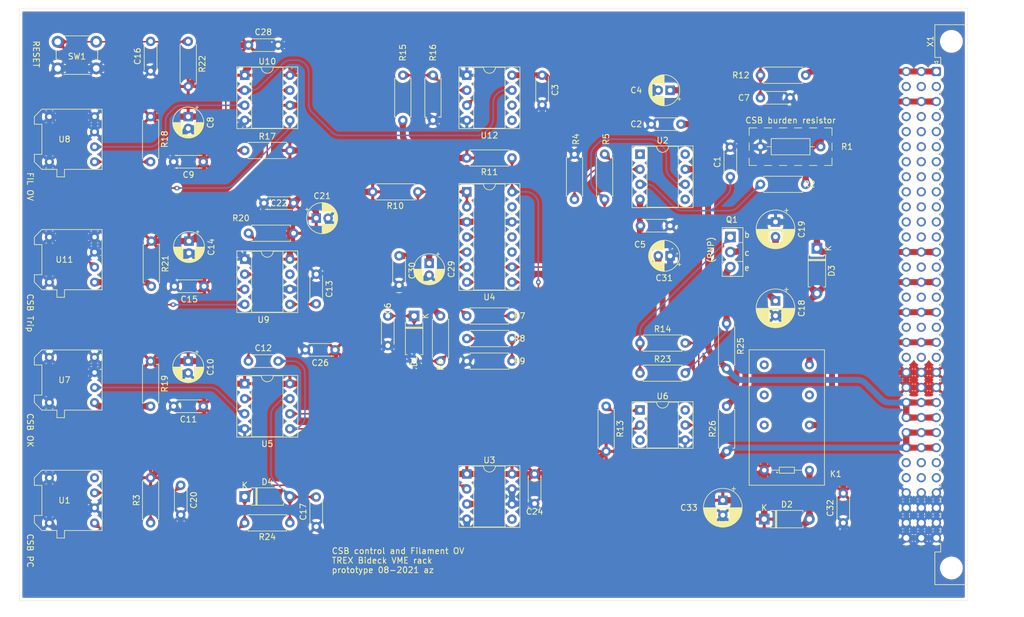
<source format=kicad_pcb>
(kicad_pcb (version 20171130) (host pcbnew "(5.1.10)-1")

  (general
    (thickness 1.6)
    (drawings 33)
    (tracks 5966)
    (zones 0)
    (modules 76)
    (nets 103)
  )

  (page A4)
  (layers
    (0 F.Cu signal)
    (31 B.Cu signal hide)
    (32 B.Adhes user)
    (33 F.Adhes user)
    (34 B.Paste user)
    (35 F.Paste user)
    (36 B.SilkS user)
    (37 F.SilkS user)
    (38 B.Mask user)
    (39 F.Mask user)
    (40 Dwgs.User user)
    (41 Cmts.User user)
    (42 Eco1.User user)
    (43 Eco2.User user)
    (44 Edge.Cuts user)
    (45 Margin user)
    (46 B.CrtYd user)
    (47 F.CrtYd user)
    (48 B.Fab user)
    (49 F.Fab user)
  )

  (setup
    (last_trace_width 1)
    (user_trace_width 1)
    (trace_clearance 0.2)
    (zone_clearance 0.508)
    (zone_45_only no)
    (trace_min 0.2)
    (via_size 0.8)
    (via_drill 0.4)
    (via_min_size 0.4)
    (via_min_drill 0.3)
    (uvia_size 0.3)
    (uvia_drill 0.1)
    (uvias_allowed no)
    (uvia_min_size 0.2)
    (uvia_min_drill 0.1)
    (edge_width 0.05)
    (segment_width 0.2)
    (pcb_text_width 0.3)
    (pcb_text_size 1.5 1.5)
    (mod_edge_width 0.12)
    (mod_text_size 1 1)
    (mod_text_width 0.15)
    (pad_size 1.524 1.524)
    (pad_drill 0.762)
    (pad_to_mask_clearance 0)
    (aux_axis_origin 0 0)
    (visible_elements 7FFFFFFF)
    (pcbplotparams
      (layerselection 0x010fc_ffffffff)
      (usegerberextensions false)
      (usegerberattributes true)
      (usegerberadvancedattributes true)
      (creategerberjobfile true)
      (excludeedgelayer true)
      (linewidth 0.100000)
      (plotframeref false)
      (viasonmask false)
      (mode 1)
      (useauxorigin false)
      (hpglpennumber 1)
      (hpglpenspeed 20)
      (hpglpendiameter 15.000000)
      (psnegative false)
      (psa4output false)
      (plotreference true)
      (plotvalue true)
      (plotinvisibletext false)
      (padsonsilk false)
      (subtractmaskfromsilk false)
      (outputformat 1)
      (mirror false)
      (drillshape 1)
      (scaleselection 1)
      (outputdirectory ""))
  )

  (net 0 "")
  (net 1 GND)
  (net 2 "Net-(C1-Pad1)")
  (net 3 +15V)
  (net 4 -15V)
  (net 5 "Net-(C6-Pad1)")
  (net 6 "Net-(C7-Pad1)")
  (net 7 +5V)
  (net 8 "Net-(C12-Pad2)")
  (net 9 "Net-(C12-Pad1)")
  (net 10 "Net-(C13-Pad2)")
  (net 11 /reset)
  (net 12 "Net-(C17-Pad2)")
  (net 13 "Net-(C18-Pad1)")
  (net 14 /Trip_Coil_K)
  (net 15 "Net-(D2-Pad2)")
  (net 16 /Trip_Coil_A)
  (net 17 /no_pulse)
  (net 18 "Net-(K1-Pad11)")
  (net 19 /PC_dry_1)
  (net 20 "Net-(K1-Pad6)")
  (net 21 /PC_dry_2)
  (net 22 "Net-(Q1-Pad1)")
  (net 23 "/from_LEM_(M)")
  (net 24 "Net-(R4-Pad2)")
  (net 25 "Net-(R5-Pad1)")
  (net 26 "Net-(R7-Pad1)")
  (net 27 "Net-(R8-Pad1)")
  (net 28 "Net-(R10-Pad1)")
  (net 29 "Net-(R11-Pad1)")
  (net 30 /V-FIL)
  (net 31 "Net-(R13-Pad1)")
  (net 32 "Net-(R14-Pad2)")
  (net 33 "Net-(R15-Pad1)")
  (net 34 "Net-(R17-Pad1)")
  (net 35 "Net-(R18-Pad2)")
  (net 36 "Net-(R19-Pad2)")
  (net 37 "Net-(R21-Pad2)")
  (net 38 "Net-(U1-Pad4)")
  (net 39 "Net-(U2-Pad8)")
  (net 40 "Net-(U2-Pad5)")
  (net 41 "Net-(U2-Pad1)")
  (net 42 "Net-(U5-Pad3)")
  (net 43 "Net-(U6-Pad6)")
  (net 44 "Net-(U6-Pad3)")
  (net 45 "Net-(U10-Pad3)")
  (net 46 "Net-(U9-Pad7)")
  (net 47 "Net-(U10-Pad7)")
  (net 48 "Net-(U10-Pad5)")
  (net 49 "Net-(X1-Padc28)")
  (net 50 "Net-(X1-Padc27)")
  (net 51 "Net-(X1-Padc20)")
  (net 52 "Net-(X1-Padc18)")
  (net 53 "Net-(X1-Padc16)")
  (net 54 "Net-(X1-Padc14)")
  (net 55 "Net-(X1-Padc12)")
  (net 56 "Net-(X1-Padc11)")
  (net 57 "Net-(X1-Padc10)")
  (net 58 "Net-(X1-Padc9)")
  (net 59 "Net-(X1-Padc8)")
  (net 60 "Net-(X1-Padc7)")
  (net 61 "Net-(X1-Padc6)")
  (net 62 "Net-(X1-Padc5)")
  (net 63 "Net-(X1-Padc4)")
  (net 64 "Net-(X1-Padc2)")
  (net 65 "Net-(X1-Padb28)")
  (net 66 "Net-(X1-Padb27)")
  (net 67 "Net-(X1-Padb20)")
  (net 68 "Net-(X1-Padb18)")
  (net 69 "Net-(X1-Padb16)")
  (net 70 "Net-(X1-Padb14)")
  (net 71 "Net-(X1-Padb12)")
  (net 72 "Net-(X1-Padb11)")
  (net 73 "Net-(X1-Padb10)")
  (net 74 "Net-(X1-Padb9)")
  (net 75 "Net-(X1-Padb8)")
  (net 76 "Net-(X1-Padb7)")
  (net 77 "Net-(X1-Padb6)")
  (net 78 "Net-(X1-Padb5)")
  (net 79 "Net-(X1-Padb4)")
  (net 80 "Net-(X1-Padb2)")
  (net 81 "Net-(X1-Pada28)")
  (net 82 "Net-(X1-Pada27)")
  (net 83 "Net-(X1-Pada20)")
  (net 84 "Net-(X1-Pada18)")
  (net 85 "Net-(X1-Pada16)")
  (net 86 "Net-(X1-Pada14)")
  (net 87 "Net-(X1-Pada12)")
  (net 88 "Net-(X1-Pada11)")
  (net 89 "Net-(X1-Pada10)")
  (net 90 "Net-(X1-Pada9)")
  (net 91 "Net-(X1-Pada8)")
  (net 92 "Net-(X1-Pada6)")
  (net 93 "Net-(X1-Pada4)")
  (net 94 "Net-(X1-Pada2)")
  (net 95 "Net-(C20-Pad1)")
  (net 96 "Net-(X1-Pada7)")
  (net 97 "Net-(X1-Pada5)")
  (net 98 "Net-(U12-Pad6)")
  (net 99 "Net-(U12-Pad5)")
  (net 100 "Net-(K1-Pad8)")
  (net 101 "Net-(K1-Pad4)")
  (net 102 "Net-(U3-Pad5)")

  (net_class Default "This is the default net class."
    (clearance 0.2)
    (trace_width 0.25)
    (via_dia 0.8)
    (via_drill 0.4)
    (uvia_dia 0.3)
    (uvia_drill 0.1)
    (add_net +15V)
    (add_net +5V)
    (add_net -15V)
    (add_net /PC_dry_1)
    (add_net /PC_dry_2)
    (add_net /Trip_Coil_A)
    (add_net /Trip_Coil_K)
    (add_net /V-FIL)
    (add_net "/from_LEM_(M)")
    (add_net /no_pulse)
    (add_net /reset)
    (add_net GND)
    (add_net "Net-(C1-Pad1)")
    (add_net "Net-(C12-Pad1)")
    (add_net "Net-(C12-Pad2)")
    (add_net "Net-(C13-Pad2)")
    (add_net "Net-(C17-Pad2)")
    (add_net "Net-(C18-Pad1)")
    (add_net "Net-(C20-Pad1)")
    (add_net "Net-(C6-Pad1)")
    (add_net "Net-(C7-Pad1)")
    (add_net "Net-(D2-Pad2)")
    (add_net "Net-(K1-Pad11)")
    (add_net "Net-(K1-Pad4)")
    (add_net "Net-(K1-Pad6)")
    (add_net "Net-(K1-Pad8)")
    (add_net "Net-(Q1-Pad1)")
    (add_net "Net-(R10-Pad1)")
    (add_net "Net-(R11-Pad1)")
    (add_net "Net-(R13-Pad1)")
    (add_net "Net-(R14-Pad2)")
    (add_net "Net-(R15-Pad1)")
    (add_net "Net-(R17-Pad1)")
    (add_net "Net-(R18-Pad2)")
    (add_net "Net-(R19-Pad2)")
    (add_net "Net-(R21-Pad2)")
    (add_net "Net-(R4-Pad2)")
    (add_net "Net-(R5-Pad1)")
    (add_net "Net-(R7-Pad1)")
    (add_net "Net-(R8-Pad1)")
    (add_net "Net-(U1-Pad4)")
    (add_net "Net-(U10-Pad3)")
    (add_net "Net-(U10-Pad5)")
    (add_net "Net-(U10-Pad7)")
    (add_net "Net-(U12-Pad5)")
    (add_net "Net-(U12-Pad6)")
    (add_net "Net-(U2-Pad1)")
    (add_net "Net-(U2-Pad5)")
    (add_net "Net-(U2-Pad8)")
    (add_net "Net-(U3-Pad5)")
    (add_net "Net-(U5-Pad3)")
    (add_net "Net-(U6-Pad3)")
    (add_net "Net-(U6-Pad6)")
    (add_net "Net-(U9-Pad7)")
    (add_net "Net-(X1-Pada10)")
    (add_net "Net-(X1-Pada11)")
    (add_net "Net-(X1-Pada12)")
    (add_net "Net-(X1-Pada14)")
    (add_net "Net-(X1-Pada16)")
    (add_net "Net-(X1-Pada18)")
    (add_net "Net-(X1-Pada2)")
    (add_net "Net-(X1-Pada20)")
    (add_net "Net-(X1-Pada27)")
    (add_net "Net-(X1-Pada28)")
    (add_net "Net-(X1-Pada4)")
    (add_net "Net-(X1-Pada5)")
    (add_net "Net-(X1-Pada6)")
    (add_net "Net-(X1-Pada7)")
    (add_net "Net-(X1-Pada8)")
    (add_net "Net-(X1-Pada9)")
    (add_net "Net-(X1-Padb10)")
    (add_net "Net-(X1-Padb11)")
    (add_net "Net-(X1-Padb12)")
    (add_net "Net-(X1-Padb14)")
    (add_net "Net-(X1-Padb16)")
    (add_net "Net-(X1-Padb18)")
    (add_net "Net-(X1-Padb2)")
    (add_net "Net-(X1-Padb20)")
    (add_net "Net-(X1-Padb27)")
    (add_net "Net-(X1-Padb28)")
    (add_net "Net-(X1-Padb4)")
    (add_net "Net-(X1-Padb5)")
    (add_net "Net-(X1-Padb6)")
    (add_net "Net-(X1-Padb7)")
    (add_net "Net-(X1-Padb8)")
    (add_net "Net-(X1-Padb9)")
    (add_net "Net-(X1-Padc10)")
    (add_net "Net-(X1-Padc11)")
    (add_net "Net-(X1-Padc12)")
    (add_net "Net-(X1-Padc14)")
    (add_net "Net-(X1-Padc16)")
    (add_net "Net-(X1-Padc18)")
    (add_net "Net-(X1-Padc2)")
    (add_net "Net-(X1-Padc20)")
    (add_net "Net-(X1-Padc27)")
    (add_net "Net-(X1-Padc28)")
    (add_net "Net-(X1-Padc4)")
    (add_net "Net-(X1-Padc5)")
    (add_net "Net-(X1-Padc6)")
    (add_net "Net-(X1-Padc7)")
    (add_net "Net-(X1-Padc8)")
    (add_net "Net-(X1-Padc9)")
  )

  (module Capacitor_THT:CP_Radial_D6.3mm_P2.50mm (layer F.Cu) (tedit 5AE50EF0) (tstamp 612F5F81)
    (at 167.64 122.555 270)
    (descr "CP, Radial series, Radial, pin pitch=2.50mm, , diameter=6.3mm, Electrolytic Capacitor")
    (tags "CP Radial series Radial pin pitch 2.50mm  diameter 6.3mm Electrolytic Capacitor")
    (path /6143E614)
    (fp_text reference C33 (at 1.25 5.715 180) (layer F.SilkS)
      (effects (font (size 1 1) (thickness 0.15)))
    )
    (fp_text value 100u (at 1.25 4.4 90) (layer F.Fab)
      (effects (font (size 1 1) (thickness 0.15)))
    )
    (fp_circle (center 1.25 0) (end 4.4 0) (layer F.Fab) (width 0.1))
    (fp_circle (center 1.25 0) (end 4.52 0) (layer F.SilkS) (width 0.12))
    (fp_circle (center 1.25 0) (end 4.65 0) (layer F.CrtYd) (width 0.05))
    (fp_line (start -1.443972 -1.3735) (end -0.813972 -1.3735) (layer F.Fab) (width 0.1))
    (fp_line (start -1.128972 -1.6885) (end -1.128972 -1.0585) (layer F.Fab) (width 0.1))
    (fp_line (start 1.25 -3.23) (end 1.25 3.23) (layer F.SilkS) (width 0.12))
    (fp_line (start 1.29 -3.23) (end 1.29 3.23) (layer F.SilkS) (width 0.12))
    (fp_line (start 1.33 -3.23) (end 1.33 3.23) (layer F.SilkS) (width 0.12))
    (fp_line (start 1.37 -3.228) (end 1.37 3.228) (layer F.SilkS) (width 0.12))
    (fp_line (start 1.41 -3.227) (end 1.41 3.227) (layer F.SilkS) (width 0.12))
    (fp_line (start 1.45 -3.224) (end 1.45 3.224) (layer F.SilkS) (width 0.12))
    (fp_line (start 1.49 -3.222) (end 1.49 -1.04) (layer F.SilkS) (width 0.12))
    (fp_line (start 1.49 1.04) (end 1.49 3.222) (layer F.SilkS) (width 0.12))
    (fp_line (start 1.53 -3.218) (end 1.53 -1.04) (layer F.SilkS) (width 0.12))
    (fp_line (start 1.53 1.04) (end 1.53 3.218) (layer F.SilkS) (width 0.12))
    (fp_line (start 1.57 -3.215) (end 1.57 -1.04) (layer F.SilkS) (width 0.12))
    (fp_line (start 1.57 1.04) (end 1.57 3.215) (layer F.SilkS) (width 0.12))
    (fp_line (start 1.61 -3.211) (end 1.61 -1.04) (layer F.SilkS) (width 0.12))
    (fp_line (start 1.61 1.04) (end 1.61 3.211) (layer F.SilkS) (width 0.12))
    (fp_line (start 1.65 -3.206) (end 1.65 -1.04) (layer F.SilkS) (width 0.12))
    (fp_line (start 1.65 1.04) (end 1.65 3.206) (layer F.SilkS) (width 0.12))
    (fp_line (start 1.69 -3.201) (end 1.69 -1.04) (layer F.SilkS) (width 0.12))
    (fp_line (start 1.69 1.04) (end 1.69 3.201) (layer F.SilkS) (width 0.12))
    (fp_line (start 1.73 -3.195) (end 1.73 -1.04) (layer F.SilkS) (width 0.12))
    (fp_line (start 1.73 1.04) (end 1.73 3.195) (layer F.SilkS) (width 0.12))
    (fp_line (start 1.77 -3.189) (end 1.77 -1.04) (layer F.SilkS) (width 0.12))
    (fp_line (start 1.77 1.04) (end 1.77 3.189) (layer F.SilkS) (width 0.12))
    (fp_line (start 1.81 -3.182) (end 1.81 -1.04) (layer F.SilkS) (width 0.12))
    (fp_line (start 1.81 1.04) (end 1.81 3.182) (layer F.SilkS) (width 0.12))
    (fp_line (start 1.85 -3.175) (end 1.85 -1.04) (layer F.SilkS) (width 0.12))
    (fp_line (start 1.85 1.04) (end 1.85 3.175) (layer F.SilkS) (width 0.12))
    (fp_line (start 1.89 -3.167) (end 1.89 -1.04) (layer F.SilkS) (width 0.12))
    (fp_line (start 1.89 1.04) (end 1.89 3.167) (layer F.SilkS) (width 0.12))
    (fp_line (start 1.93 -3.159) (end 1.93 -1.04) (layer F.SilkS) (width 0.12))
    (fp_line (start 1.93 1.04) (end 1.93 3.159) (layer F.SilkS) (width 0.12))
    (fp_line (start 1.971 -3.15) (end 1.971 -1.04) (layer F.SilkS) (width 0.12))
    (fp_line (start 1.971 1.04) (end 1.971 3.15) (layer F.SilkS) (width 0.12))
    (fp_line (start 2.011 -3.141) (end 2.011 -1.04) (layer F.SilkS) (width 0.12))
    (fp_line (start 2.011 1.04) (end 2.011 3.141) (layer F.SilkS) (width 0.12))
    (fp_line (start 2.051 -3.131) (end 2.051 -1.04) (layer F.SilkS) (width 0.12))
    (fp_line (start 2.051 1.04) (end 2.051 3.131) (layer F.SilkS) (width 0.12))
    (fp_line (start 2.091 -3.121) (end 2.091 -1.04) (layer F.SilkS) (width 0.12))
    (fp_line (start 2.091 1.04) (end 2.091 3.121) (layer F.SilkS) (width 0.12))
    (fp_line (start 2.131 -3.11) (end 2.131 -1.04) (layer F.SilkS) (width 0.12))
    (fp_line (start 2.131 1.04) (end 2.131 3.11) (layer F.SilkS) (width 0.12))
    (fp_line (start 2.171 -3.098) (end 2.171 -1.04) (layer F.SilkS) (width 0.12))
    (fp_line (start 2.171 1.04) (end 2.171 3.098) (layer F.SilkS) (width 0.12))
    (fp_line (start 2.211 -3.086) (end 2.211 -1.04) (layer F.SilkS) (width 0.12))
    (fp_line (start 2.211 1.04) (end 2.211 3.086) (layer F.SilkS) (width 0.12))
    (fp_line (start 2.251 -3.074) (end 2.251 -1.04) (layer F.SilkS) (width 0.12))
    (fp_line (start 2.251 1.04) (end 2.251 3.074) (layer F.SilkS) (width 0.12))
    (fp_line (start 2.291 -3.061) (end 2.291 -1.04) (layer F.SilkS) (width 0.12))
    (fp_line (start 2.291 1.04) (end 2.291 3.061) (layer F.SilkS) (width 0.12))
    (fp_line (start 2.331 -3.047) (end 2.331 -1.04) (layer F.SilkS) (width 0.12))
    (fp_line (start 2.331 1.04) (end 2.331 3.047) (layer F.SilkS) (width 0.12))
    (fp_line (start 2.371 -3.033) (end 2.371 -1.04) (layer F.SilkS) (width 0.12))
    (fp_line (start 2.371 1.04) (end 2.371 3.033) (layer F.SilkS) (width 0.12))
    (fp_line (start 2.411 -3.018) (end 2.411 -1.04) (layer F.SilkS) (width 0.12))
    (fp_line (start 2.411 1.04) (end 2.411 3.018) (layer F.SilkS) (width 0.12))
    (fp_line (start 2.451 -3.002) (end 2.451 -1.04) (layer F.SilkS) (width 0.12))
    (fp_line (start 2.451 1.04) (end 2.451 3.002) (layer F.SilkS) (width 0.12))
    (fp_line (start 2.491 -2.986) (end 2.491 -1.04) (layer F.SilkS) (width 0.12))
    (fp_line (start 2.491 1.04) (end 2.491 2.986) (layer F.SilkS) (width 0.12))
    (fp_line (start 2.531 -2.97) (end 2.531 -1.04) (layer F.SilkS) (width 0.12))
    (fp_line (start 2.531 1.04) (end 2.531 2.97) (layer F.SilkS) (width 0.12))
    (fp_line (start 2.571 -2.952) (end 2.571 -1.04) (layer F.SilkS) (width 0.12))
    (fp_line (start 2.571 1.04) (end 2.571 2.952) (layer F.SilkS) (width 0.12))
    (fp_line (start 2.611 -2.934) (end 2.611 -1.04) (layer F.SilkS) (width 0.12))
    (fp_line (start 2.611 1.04) (end 2.611 2.934) (layer F.SilkS) (width 0.12))
    (fp_line (start 2.651 -2.916) (end 2.651 -1.04) (layer F.SilkS) (width 0.12))
    (fp_line (start 2.651 1.04) (end 2.651 2.916) (layer F.SilkS) (width 0.12))
    (fp_line (start 2.691 -2.896) (end 2.691 -1.04) (layer F.SilkS) (width 0.12))
    (fp_line (start 2.691 1.04) (end 2.691 2.896) (layer F.SilkS) (width 0.12))
    (fp_line (start 2.731 -2.876) (end 2.731 -1.04) (layer F.SilkS) (width 0.12))
    (fp_line (start 2.731 1.04) (end 2.731 2.876) (layer F.SilkS) (width 0.12))
    (fp_line (start 2.771 -2.856) (end 2.771 -1.04) (layer F.SilkS) (width 0.12))
    (fp_line (start 2.771 1.04) (end 2.771 2.856) (layer F.SilkS) (width 0.12))
    (fp_line (start 2.811 -2.834) (end 2.811 -1.04) (layer F.SilkS) (width 0.12))
    (fp_line (start 2.811 1.04) (end 2.811 2.834) (layer F.SilkS) (width 0.12))
    (fp_line (start 2.851 -2.812) (end 2.851 -1.04) (layer F.SilkS) (width 0.12))
    (fp_line (start 2.851 1.04) (end 2.851 2.812) (layer F.SilkS) (width 0.12))
    (fp_line (start 2.891 -2.79) (end 2.891 -1.04) (layer F.SilkS) (width 0.12))
    (fp_line (start 2.891 1.04) (end 2.891 2.79) (layer F.SilkS) (width 0.12))
    (fp_line (start 2.931 -2.766) (end 2.931 -1.04) (layer F.SilkS) (width 0.12))
    (fp_line (start 2.931 1.04) (end 2.931 2.766) (layer F.SilkS) (width 0.12))
    (fp_line (start 2.971 -2.742) (end 2.971 -1.04) (layer F.SilkS) (width 0.12))
    (fp_line (start 2.971 1.04) (end 2.971 2.742) (layer F.SilkS) (width 0.12))
    (fp_line (start 3.011 -2.716) (end 3.011 -1.04) (layer F.SilkS) (width 0.12))
    (fp_line (start 3.011 1.04) (end 3.011 2.716) (layer F.SilkS) (width 0.12))
    (fp_line (start 3.051 -2.69) (end 3.051 -1.04) (layer F.SilkS) (width 0.12))
    (fp_line (start 3.051 1.04) (end 3.051 2.69) (layer F.SilkS) (width 0.12))
    (fp_line (start 3.091 -2.664) (end 3.091 -1.04) (layer F.SilkS) (width 0.12))
    (fp_line (start 3.091 1.04) (end 3.091 2.664) (layer F.SilkS) (width 0.12))
    (fp_line (start 3.131 -2.636) (end 3.131 -1.04) (layer F.SilkS) (width 0.12))
    (fp_line (start 3.131 1.04) (end 3.131 2.636) (layer F.SilkS) (width 0.12))
    (fp_line (start 3.171 -2.607) (end 3.171 -1.04) (layer F.SilkS) (width 0.12))
    (fp_line (start 3.171 1.04) (end 3.171 2.607) (layer F.SilkS) (width 0.12))
    (fp_line (start 3.211 -2.578) (end 3.211 -1.04) (layer F.SilkS) (width 0.12))
    (fp_line (start 3.211 1.04) (end 3.211 2.578) (layer F.SilkS) (width 0.12))
    (fp_line (start 3.251 -2.548) (end 3.251 -1.04) (layer F.SilkS) (width 0.12))
    (fp_line (start 3.251 1.04) (end 3.251 2.548) (layer F.SilkS) (width 0.12))
    (fp_line (start 3.291 -2.516) (end 3.291 -1.04) (layer F.SilkS) (width 0.12))
    (fp_line (start 3.291 1.04) (end 3.291 2.516) (layer F.SilkS) (width 0.12))
    (fp_line (start 3.331 -2.484) (end 3.331 -1.04) (layer F.SilkS) (width 0.12))
    (fp_line (start 3.331 1.04) (end 3.331 2.484) (layer F.SilkS) (width 0.12))
    (fp_line (start 3.371 -2.45) (end 3.371 -1.04) (layer F.SilkS) (width 0.12))
    (fp_line (start 3.371 1.04) (end 3.371 2.45) (layer F.SilkS) (width 0.12))
    (fp_line (start 3.411 -2.416) (end 3.411 -1.04) (layer F.SilkS) (width 0.12))
    (fp_line (start 3.411 1.04) (end 3.411 2.416) (layer F.SilkS) (width 0.12))
    (fp_line (start 3.451 -2.38) (end 3.451 -1.04) (layer F.SilkS) (width 0.12))
    (fp_line (start 3.451 1.04) (end 3.451 2.38) (layer F.SilkS) (width 0.12))
    (fp_line (start 3.491 -2.343) (end 3.491 -1.04) (layer F.SilkS) (width 0.12))
    (fp_line (start 3.491 1.04) (end 3.491 2.343) (layer F.SilkS) (width 0.12))
    (fp_line (start 3.531 -2.305) (end 3.531 -1.04) (layer F.SilkS) (width 0.12))
    (fp_line (start 3.531 1.04) (end 3.531 2.305) (layer F.SilkS) (width 0.12))
    (fp_line (start 3.571 -2.265) (end 3.571 2.265) (layer F.SilkS) (width 0.12))
    (fp_line (start 3.611 -2.224) (end 3.611 2.224) (layer F.SilkS) (width 0.12))
    (fp_line (start 3.651 -2.182) (end 3.651 2.182) (layer F.SilkS) (width 0.12))
    (fp_line (start 3.691 -2.137) (end 3.691 2.137) (layer F.SilkS) (width 0.12))
    (fp_line (start 3.731 -2.092) (end 3.731 2.092) (layer F.SilkS) (width 0.12))
    (fp_line (start 3.771 -2.044) (end 3.771 2.044) (layer F.SilkS) (width 0.12))
    (fp_line (start 3.811 -1.995) (end 3.811 1.995) (layer F.SilkS) (width 0.12))
    (fp_line (start 3.851 -1.944) (end 3.851 1.944) (layer F.SilkS) (width 0.12))
    (fp_line (start 3.891 -1.89) (end 3.891 1.89) (layer F.SilkS) (width 0.12))
    (fp_line (start 3.931 -1.834) (end 3.931 1.834) (layer F.SilkS) (width 0.12))
    (fp_line (start 3.971 -1.776) (end 3.971 1.776) (layer F.SilkS) (width 0.12))
    (fp_line (start 4.011 -1.714) (end 4.011 1.714) (layer F.SilkS) (width 0.12))
    (fp_line (start 4.051 -1.65) (end 4.051 1.65) (layer F.SilkS) (width 0.12))
    (fp_line (start 4.091 -1.581) (end 4.091 1.581) (layer F.SilkS) (width 0.12))
    (fp_line (start 4.131 -1.509) (end 4.131 1.509) (layer F.SilkS) (width 0.12))
    (fp_line (start 4.171 -1.432) (end 4.171 1.432) (layer F.SilkS) (width 0.12))
    (fp_line (start 4.211 -1.35) (end 4.211 1.35) (layer F.SilkS) (width 0.12))
    (fp_line (start 4.251 -1.262) (end 4.251 1.262) (layer F.SilkS) (width 0.12))
    (fp_line (start 4.291 -1.165) (end 4.291 1.165) (layer F.SilkS) (width 0.12))
    (fp_line (start 4.331 -1.059) (end 4.331 1.059) (layer F.SilkS) (width 0.12))
    (fp_line (start 4.371 -0.94) (end 4.371 0.94) (layer F.SilkS) (width 0.12))
    (fp_line (start 4.411 -0.802) (end 4.411 0.802) (layer F.SilkS) (width 0.12))
    (fp_line (start 4.451 -0.633) (end 4.451 0.633) (layer F.SilkS) (width 0.12))
    (fp_line (start 4.491 -0.402) (end 4.491 0.402) (layer F.SilkS) (width 0.12))
    (fp_line (start -2.250241 -1.839) (end -1.620241 -1.839) (layer F.SilkS) (width 0.12))
    (fp_line (start -1.935241 -2.154) (end -1.935241 -1.524) (layer F.SilkS) (width 0.12))
    (fp_text user %R (at 1.25 0 90) (layer F.Fab)
      (effects (font (size 1 1) (thickness 0.15)))
    )
    (pad 2 thru_hole circle (at 2.5 0 270) (size 1.6 1.6) (drill 0.8) (layers *.Cu *.Mask)
      (net 1 GND))
    (pad 1 thru_hole rect (at 0 0 270) (size 1.6 1.6) (drill 0.8) (layers *.Cu *.Mask)
      (net 7 +5V))
    (model ${KISYS3DMOD}/Capacitor_THT.3dshapes/CP_Radial_D6.3mm_P2.50mm.wrl
      (at (xyz 0 0 0))
      (scale (xyz 1 1 1))
      (rotate (xyz 0 0 0))
    )
  )

  (module Capacitor_THT:C_Disc_D4.3mm_W1.9mm_P5.00mm (layer F.Cu) (tedit 5AE50EF0) (tstamp 612F5EED)
    (at 187.96 126.365 90)
    (descr "C, Disc series, Radial, pin pitch=5.00mm, , diameter*width=4.3*1.9mm^2, Capacitor, http://www.vishay.com/docs/45233/krseries.pdf")
    (tags "C Disc series Radial pin pitch 5.00mm  diameter 4.3mm width 1.9mm Capacitor")
    (path /6143E15B)
    (fp_text reference C32 (at 2.5 -2.2 90) (layer F.SilkS)
      (effects (font (size 1 1) (thickness 0.15)))
    )
    (fp_text value 0.1u (at 2.5 2.2 90) (layer F.Fab)
      (effects (font (size 1 1) (thickness 0.15)))
    )
    (fp_line (start 0.35 -0.95) (end 0.35 0.95) (layer F.Fab) (width 0.1))
    (fp_line (start 0.35 0.95) (end 4.65 0.95) (layer F.Fab) (width 0.1))
    (fp_line (start 4.65 0.95) (end 4.65 -0.95) (layer F.Fab) (width 0.1))
    (fp_line (start 4.65 -0.95) (end 0.35 -0.95) (layer F.Fab) (width 0.1))
    (fp_line (start 0.23 -1.07) (end 4.77 -1.07) (layer F.SilkS) (width 0.12))
    (fp_line (start 0.23 1.07) (end 4.77 1.07) (layer F.SilkS) (width 0.12))
    (fp_line (start 0.23 -1.07) (end 0.23 -1.055) (layer F.SilkS) (width 0.12))
    (fp_line (start 0.23 1.055) (end 0.23 1.07) (layer F.SilkS) (width 0.12))
    (fp_line (start 4.77 -1.07) (end 4.77 -1.055) (layer F.SilkS) (width 0.12))
    (fp_line (start 4.77 1.055) (end 4.77 1.07) (layer F.SilkS) (width 0.12))
    (fp_line (start -1.05 -1.2) (end -1.05 1.2) (layer F.CrtYd) (width 0.05))
    (fp_line (start -1.05 1.2) (end 6.05 1.2) (layer F.CrtYd) (width 0.05))
    (fp_line (start 6.05 1.2) (end 6.05 -1.2) (layer F.CrtYd) (width 0.05))
    (fp_line (start 6.05 -1.2) (end -1.05 -1.2) (layer F.CrtYd) (width 0.05))
    (fp_text user %R (at 2.5 0 90) (layer F.Fab)
      (effects (font (size 0.86 0.86) (thickness 0.129)))
    )
    (pad 2 thru_hole circle (at 5 0 90) (size 1.6 1.6) (drill 0.8) (layers *.Cu *.Mask)
      (net 7 +5V))
    (pad 1 thru_hole circle (at 0 0 90) (size 1.6 1.6) (drill 0.8) (layers *.Cu *.Mask)
      (net 1 GND))
    (model ${KISYS3DMOD}/Capacitor_THT.3dshapes/C_Disc_D4.3mm_W1.9mm_P5.00mm.wrl
      (at (xyz 0 0 0))
      (scale (xyz 1 1 1))
      (rotate (xyz 0 0 0))
    )
  )

  (module Resistor_THT:R_Axial_DIN0207_L6.3mm_D2.5mm_P10.16mm_Horizontal (layer F.Cu) (tedit 5AE5139B) (tstamp 612F1A0A)
    (at 184.15 62.865 180)
    (descr "Resistor, Axial_DIN0207 series, Axial, Horizontal, pin pitch=10.16mm, 0.25W = 1/4W, length*diameter=6.3*2.5mm^2, http://cdn-reichelt.de/documents/datenblatt/B400/1_4W%23YAG.pdf")
    (tags "Resistor Axial_DIN0207 series Axial Horizontal pin pitch 10.16mm 0.25W = 1/4W length 6.3mm diameter 2.5mm")
    (path /6119ADCF)
    (fp_text reference R1 (at -4.445 0) (layer F.SilkS)
      (effects (font (size 1 1) (thickness 0.15)))
    )
    (fp_text value 50 (at 5.08 2.37) (layer F.Fab)
      (effects (font (size 1 1) (thickness 0.15)))
    )
    (fp_line (start 1.93 -1.25) (end 1.93 1.25) (layer F.Fab) (width 0.1))
    (fp_line (start 1.93 1.25) (end 8.23 1.25) (layer F.Fab) (width 0.1))
    (fp_line (start 8.23 1.25) (end 8.23 -1.25) (layer F.Fab) (width 0.1))
    (fp_line (start 8.23 -1.25) (end 1.93 -1.25) (layer F.Fab) (width 0.1))
    (fp_line (start 0 0) (end 1.93 0) (layer F.Fab) (width 0.1))
    (fp_line (start 10.16 0) (end 8.23 0) (layer F.Fab) (width 0.1))
    (fp_line (start 1.81 -1.37) (end 1.81 1.37) (layer F.SilkS) (width 0.12))
    (fp_line (start 1.81 1.37) (end 8.35 1.37) (layer F.SilkS) (width 0.12))
    (fp_line (start 8.35 1.37) (end 8.35 -1.37) (layer F.SilkS) (width 0.12))
    (fp_line (start 8.35 -1.37) (end 1.81 -1.37) (layer F.SilkS) (width 0.12))
    (fp_line (start 1.04 0) (end 1.81 0) (layer F.SilkS) (width 0.12))
    (fp_line (start 9.12 0) (end 8.35 0) (layer F.SilkS) (width 0.12))
    (fp_line (start -1.05 -1.5) (end -1.05 1.5) (layer F.CrtYd) (width 0.05))
    (fp_line (start -1.05 1.5) (end 11.21 1.5) (layer F.CrtYd) (width 0.05))
    (fp_line (start 11.21 1.5) (end 11.21 -1.5) (layer F.CrtYd) (width 0.05))
    (fp_line (start 11.21 -1.5) (end -1.05 -1.5) (layer F.CrtYd) (width 0.05))
    (fp_text user %R (at 5.08 0) (layer F.Fab)
      (effects (font (size 1 1) (thickness 0.15)))
    )
    (pad 2 thru_hole oval (at 10.16 0 180) (size 1.6 1.6) (drill 0.8) (layers *.Cu *.Mask)
      (net 1 GND))
    (pad 1 thru_hole circle (at 0 0 180) (size 1.6 1.6) (drill 0.8) (layers *.Cu *.Mask)
      (net 23 "/from_LEM_(M)"))
    (model ${KISYS3DMOD}/Resistor_THT.3dshapes/R_Axial_DIN0207_L6.3mm_D2.5mm_P10.16mm_Horizontal.wrl
      (at (xyz 0 0 0))
      (scale (xyz 1 1 1))
      (rotate (xyz 0 0 0))
    )
  )

  (module Package_DIP:DIP-6_W7.62mm_Socket (layer F.Cu) (tedit 5A02E8C5) (tstamp 612EDE72)
    (at 153.67 107.315)
    (descr "6-lead though-hole mounted DIP package, row spacing 7.62 mm (300 mils), Socket")
    (tags "THT DIP DIL PDIP 2.54mm 7.62mm 300mil Socket")
    (path /6122C80F)
    (fp_text reference U6 (at 3.81 -2.33) (layer F.SilkS)
      (effects (font (size 1 1) (thickness 0.15)))
    )
    (fp_text value 4N25 (at 3.81 7.41) (layer F.Fab)
      (effects (font (size 1 1) (thickness 0.15)))
    )
    (fp_line (start 1.635 -1.27) (end 6.985 -1.27) (layer F.Fab) (width 0.1))
    (fp_line (start 6.985 -1.27) (end 6.985 6.35) (layer F.Fab) (width 0.1))
    (fp_line (start 6.985 6.35) (end 0.635 6.35) (layer F.Fab) (width 0.1))
    (fp_line (start 0.635 6.35) (end 0.635 -0.27) (layer F.Fab) (width 0.1))
    (fp_line (start 0.635 -0.27) (end 1.635 -1.27) (layer F.Fab) (width 0.1))
    (fp_line (start -1.27 -1.33) (end -1.27 6.41) (layer F.Fab) (width 0.1))
    (fp_line (start -1.27 6.41) (end 8.89 6.41) (layer F.Fab) (width 0.1))
    (fp_line (start 8.89 6.41) (end 8.89 -1.33) (layer F.Fab) (width 0.1))
    (fp_line (start 8.89 -1.33) (end -1.27 -1.33) (layer F.Fab) (width 0.1))
    (fp_line (start 2.81 -1.33) (end 1.16 -1.33) (layer F.SilkS) (width 0.12))
    (fp_line (start 1.16 -1.33) (end 1.16 6.41) (layer F.SilkS) (width 0.12))
    (fp_line (start 1.16 6.41) (end 6.46 6.41) (layer F.SilkS) (width 0.12))
    (fp_line (start 6.46 6.41) (end 6.46 -1.33) (layer F.SilkS) (width 0.12))
    (fp_line (start 6.46 -1.33) (end 4.81 -1.33) (layer F.SilkS) (width 0.12))
    (fp_line (start -1.33 -1.39) (end -1.33 6.47) (layer F.SilkS) (width 0.12))
    (fp_line (start -1.33 6.47) (end 8.95 6.47) (layer F.SilkS) (width 0.12))
    (fp_line (start 8.95 6.47) (end 8.95 -1.39) (layer F.SilkS) (width 0.12))
    (fp_line (start 8.95 -1.39) (end -1.33 -1.39) (layer F.SilkS) (width 0.12))
    (fp_line (start -1.55 -1.6) (end -1.55 6.7) (layer F.CrtYd) (width 0.05))
    (fp_line (start -1.55 6.7) (end 9.15 6.7) (layer F.CrtYd) (width 0.05))
    (fp_line (start 9.15 6.7) (end 9.15 -1.6) (layer F.CrtYd) (width 0.05))
    (fp_line (start 9.15 -1.6) (end -1.55 -1.6) (layer F.CrtYd) (width 0.05))
    (fp_text user %R (at 3.81 2.54) (layer F.Fab)
      (effects (font (size 1 1) (thickness 0.15)))
    )
    (fp_arc (start 3.81 -1.33) (end 2.81 -1.33) (angle -180) (layer F.SilkS) (width 0.12))
    (pad 6 thru_hole oval (at 7.62 0) (size 1.6 1.6) (drill 0.8) (layers *.Cu *.Mask)
      (net 43 "Net-(U6-Pad6)"))
    (pad 3 thru_hole oval (at 0 5.08) (size 1.6 1.6) (drill 0.8) (layers *.Cu *.Mask)
      (net 44 "Net-(U6-Pad3)"))
    (pad 5 thru_hole oval (at 7.62 2.54) (size 1.6 1.6) (drill 0.8) (layers *.Cu *.Mask)
      (net 32 "Net-(R14-Pad2)"))
    (pad 2 thru_hole oval (at 0 2.54) (size 1.6 1.6) (drill 0.8) (layers *.Cu *.Mask)
      (net 8 "Net-(C12-Pad2)"))
    (pad 4 thru_hole oval (at 7.62 5.08) (size 1.6 1.6) (drill 0.8) (layers *.Cu *.Mask)
      (net 1 GND))
    (pad 1 thru_hole rect (at 0 0) (size 1.6 1.6) (drill 0.8) (layers *.Cu *.Mask)
      (net 31 "Net-(R13-Pad1)"))
    (model ${KISYS3DMOD}/Package_DIP.3dshapes/DIP-6_W7.62mm_Socket.wrl
      (at (xyz 0 0 0))
      (scale (xyz 1 1 1))
      (rotate (xyz 0 0 0))
    )
  )

  (module Package_DIP:DIP-8_W7.62mm_Socket (layer F.Cu) (tedit 5A02E8C5) (tstamp 612E3884)
    (at 86.995 81.85)
    (descr "8-lead though-hole mounted DIP package, row spacing 7.62 mm (300 mils), Socket")
    (tags "THT DIP DIL PDIP 2.54mm 7.62mm 300mil Socket")
    (path /611D1DA8)
    (fp_text reference U9 (at 3.175 10.225) (layer F.SilkS)
      (effects (font (size 1 1) (thickness 0.15)))
    )
    (fp_text value LM555xM (at 3.81 9.95) (layer F.Fab)
      (effects (font (size 1 1) (thickness 0.15)))
    )
    (fp_line (start 1.635 -1.27) (end 6.985 -1.27) (layer F.Fab) (width 0.1))
    (fp_line (start 6.985 -1.27) (end 6.985 8.89) (layer F.Fab) (width 0.1))
    (fp_line (start 6.985 8.89) (end 0.635 8.89) (layer F.Fab) (width 0.1))
    (fp_line (start 0.635 8.89) (end 0.635 -0.27) (layer F.Fab) (width 0.1))
    (fp_line (start 0.635 -0.27) (end 1.635 -1.27) (layer F.Fab) (width 0.1))
    (fp_line (start -1.27 -1.33) (end -1.27 8.95) (layer F.Fab) (width 0.1))
    (fp_line (start -1.27 8.95) (end 8.89 8.95) (layer F.Fab) (width 0.1))
    (fp_line (start 8.89 8.95) (end 8.89 -1.33) (layer F.Fab) (width 0.1))
    (fp_line (start 8.89 -1.33) (end -1.27 -1.33) (layer F.Fab) (width 0.1))
    (fp_line (start 2.81 -1.33) (end 1.16 -1.33) (layer F.SilkS) (width 0.12))
    (fp_line (start 1.16 -1.33) (end 1.16 8.95) (layer F.SilkS) (width 0.12))
    (fp_line (start 1.16 8.95) (end 6.46 8.95) (layer F.SilkS) (width 0.12))
    (fp_line (start 6.46 8.95) (end 6.46 -1.33) (layer F.SilkS) (width 0.12))
    (fp_line (start 6.46 -1.33) (end 4.81 -1.33) (layer F.SilkS) (width 0.12))
    (fp_line (start -1.33 -1.39) (end -1.33 9.01) (layer F.SilkS) (width 0.12))
    (fp_line (start -1.33 9.01) (end 8.95 9.01) (layer F.SilkS) (width 0.12))
    (fp_line (start 8.95 9.01) (end 8.95 -1.39) (layer F.SilkS) (width 0.12))
    (fp_line (start 8.95 -1.39) (end -1.33 -1.39) (layer F.SilkS) (width 0.12))
    (fp_line (start -1.55 -1.6) (end -1.55 9.2) (layer F.CrtYd) (width 0.05))
    (fp_line (start -1.55 9.2) (end 9.15 9.2) (layer F.CrtYd) (width 0.05))
    (fp_line (start 9.15 9.2) (end 9.15 -1.6) (layer F.CrtYd) (width 0.05))
    (fp_line (start 9.15 -1.6) (end -1.55 -1.6) (layer F.CrtYd) (width 0.05))
    (fp_text user %R (at 3.81 3.81) (layer F.Fab)
      (effects (font (size 1 1) (thickness 0.15)))
    )
    (fp_arc (start 3.81 -1.33) (end 2.81 -1.33) (angle -180) (layer F.SilkS) (width 0.12))
    (pad 8 thru_hole oval (at 7.62 0) (size 1.6 1.6) (drill 0.8) (layers *.Cu *.Mask)
      (net 7 +5V))
    (pad 4 thru_hole oval (at 0 7.62) (size 1.6 1.6) (drill 0.8) (layers *.Cu *.Mask)
      (net 11 /reset))
    (pad 7 thru_hole oval (at 7.62 2.54) (size 1.6 1.6) (drill 0.8) (layers *.Cu *.Mask)
      (net 46 "Net-(U9-Pad7)"))
    (pad 3 thru_hole oval (at 0 5.08) (size 1.6 1.6) (drill 0.8) (layers *.Cu *.Mask)
      (net 47 "Net-(U10-Pad7)"))
    (pad 6 thru_hole oval (at 7.62 5.08) (size 1.6 1.6) (drill 0.8) (layers *.Cu *.Mask)
      (net 1 GND))
    (pad 2 thru_hole oval (at 0 2.54) (size 1.6 1.6) (drill 0.8) (layers *.Cu *.Mask)
      (net 9 "Net-(C12-Pad1)"))
    (pad 5 thru_hole oval (at 7.62 7.62) (size 1.6 1.6) (drill 0.8) (layers *.Cu *.Mask)
      (net 10 "Net-(C13-Pad2)"))
    (pad 1 thru_hole rect (at 0 0) (size 1.6 1.6) (drill 0.8) (layers *.Cu *.Mask)
      (net 1 GND))
    (model ${KISYS3DMOD}/Package_DIP.3dshapes/DIP-8_W7.62mm_Socket.wrl
      (at (xyz 0 0 0))
      (scale (xyz 1 1 1))
      (rotate (xyz 0 0 0))
    )
  )

  (module Capacitor_THT:CP_Radial_D5.0mm_P2.00mm (layer F.Cu) (tedit 5AE50EF0) (tstamp 612EC3A0)
    (at 158.75 81.28 180)
    (descr "CP, Radial series, Radial, pin pitch=2.00mm, , diameter=5mm, Electrolytic Capacitor")
    (tags "CP Radial series Radial pin pitch 2.00mm  diameter 5mm Electrolytic Capacitor")
    (path /6169FA2A)
    (fp_text reference C31 (at 1 -3.75) (layer F.SilkS)
      (effects (font (size 1 1) (thickness 0.15)))
    )
    (fp_text value 1u (at 1 3.75) (layer F.Fab)
      (effects (font (size 1 1) (thickness 0.15)))
    )
    (fp_circle (center 1 0) (end 3.5 0) (layer F.Fab) (width 0.1))
    (fp_circle (center 1 0) (end 3.62 0) (layer F.SilkS) (width 0.12))
    (fp_circle (center 1 0) (end 3.75 0) (layer F.CrtYd) (width 0.05))
    (fp_line (start -1.133605 -1.0875) (end -0.633605 -1.0875) (layer F.Fab) (width 0.1))
    (fp_line (start -0.883605 -1.3375) (end -0.883605 -0.8375) (layer F.Fab) (width 0.1))
    (fp_line (start 1 1.04) (end 1 2.58) (layer F.SilkS) (width 0.12))
    (fp_line (start 1 -2.58) (end 1 -1.04) (layer F.SilkS) (width 0.12))
    (fp_line (start 1.04 1.04) (end 1.04 2.58) (layer F.SilkS) (width 0.12))
    (fp_line (start 1.04 -2.58) (end 1.04 -1.04) (layer F.SilkS) (width 0.12))
    (fp_line (start 1.08 -2.579) (end 1.08 -1.04) (layer F.SilkS) (width 0.12))
    (fp_line (start 1.08 1.04) (end 1.08 2.579) (layer F.SilkS) (width 0.12))
    (fp_line (start 1.12 -2.578) (end 1.12 -1.04) (layer F.SilkS) (width 0.12))
    (fp_line (start 1.12 1.04) (end 1.12 2.578) (layer F.SilkS) (width 0.12))
    (fp_line (start 1.16 -2.576) (end 1.16 -1.04) (layer F.SilkS) (width 0.12))
    (fp_line (start 1.16 1.04) (end 1.16 2.576) (layer F.SilkS) (width 0.12))
    (fp_line (start 1.2 -2.573) (end 1.2 -1.04) (layer F.SilkS) (width 0.12))
    (fp_line (start 1.2 1.04) (end 1.2 2.573) (layer F.SilkS) (width 0.12))
    (fp_line (start 1.24 -2.569) (end 1.24 -1.04) (layer F.SilkS) (width 0.12))
    (fp_line (start 1.24 1.04) (end 1.24 2.569) (layer F.SilkS) (width 0.12))
    (fp_line (start 1.28 -2.565) (end 1.28 -1.04) (layer F.SilkS) (width 0.12))
    (fp_line (start 1.28 1.04) (end 1.28 2.565) (layer F.SilkS) (width 0.12))
    (fp_line (start 1.32 -2.561) (end 1.32 -1.04) (layer F.SilkS) (width 0.12))
    (fp_line (start 1.32 1.04) (end 1.32 2.561) (layer F.SilkS) (width 0.12))
    (fp_line (start 1.36 -2.556) (end 1.36 -1.04) (layer F.SilkS) (width 0.12))
    (fp_line (start 1.36 1.04) (end 1.36 2.556) (layer F.SilkS) (width 0.12))
    (fp_line (start 1.4 -2.55) (end 1.4 -1.04) (layer F.SilkS) (width 0.12))
    (fp_line (start 1.4 1.04) (end 1.4 2.55) (layer F.SilkS) (width 0.12))
    (fp_line (start 1.44 -2.543) (end 1.44 -1.04) (layer F.SilkS) (width 0.12))
    (fp_line (start 1.44 1.04) (end 1.44 2.543) (layer F.SilkS) (width 0.12))
    (fp_line (start 1.48 -2.536) (end 1.48 -1.04) (layer F.SilkS) (width 0.12))
    (fp_line (start 1.48 1.04) (end 1.48 2.536) (layer F.SilkS) (width 0.12))
    (fp_line (start 1.52 -2.528) (end 1.52 -1.04) (layer F.SilkS) (width 0.12))
    (fp_line (start 1.52 1.04) (end 1.52 2.528) (layer F.SilkS) (width 0.12))
    (fp_line (start 1.56 -2.52) (end 1.56 -1.04) (layer F.SilkS) (width 0.12))
    (fp_line (start 1.56 1.04) (end 1.56 2.52) (layer F.SilkS) (width 0.12))
    (fp_line (start 1.6 -2.511) (end 1.6 -1.04) (layer F.SilkS) (width 0.12))
    (fp_line (start 1.6 1.04) (end 1.6 2.511) (layer F.SilkS) (width 0.12))
    (fp_line (start 1.64 -2.501) (end 1.64 -1.04) (layer F.SilkS) (width 0.12))
    (fp_line (start 1.64 1.04) (end 1.64 2.501) (layer F.SilkS) (width 0.12))
    (fp_line (start 1.68 -2.491) (end 1.68 -1.04) (layer F.SilkS) (width 0.12))
    (fp_line (start 1.68 1.04) (end 1.68 2.491) (layer F.SilkS) (width 0.12))
    (fp_line (start 1.721 -2.48) (end 1.721 -1.04) (layer F.SilkS) (width 0.12))
    (fp_line (start 1.721 1.04) (end 1.721 2.48) (layer F.SilkS) (width 0.12))
    (fp_line (start 1.761 -2.468) (end 1.761 -1.04) (layer F.SilkS) (width 0.12))
    (fp_line (start 1.761 1.04) (end 1.761 2.468) (layer F.SilkS) (width 0.12))
    (fp_line (start 1.801 -2.455) (end 1.801 -1.04) (layer F.SilkS) (width 0.12))
    (fp_line (start 1.801 1.04) (end 1.801 2.455) (layer F.SilkS) (width 0.12))
    (fp_line (start 1.841 -2.442) (end 1.841 -1.04) (layer F.SilkS) (width 0.12))
    (fp_line (start 1.841 1.04) (end 1.841 2.442) (layer F.SilkS) (width 0.12))
    (fp_line (start 1.881 -2.428) (end 1.881 -1.04) (layer F.SilkS) (width 0.12))
    (fp_line (start 1.881 1.04) (end 1.881 2.428) (layer F.SilkS) (width 0.12))
    (fp_line (start 1.921 -2.414) (end 1.921 -1.04) (layer F.SilkS) (width 0.12))
    (fp_line (start 1.921 1.04) (end 1.921 2.414) (layer F.SilkS) (width 0.12))
    (fp_line (start 1.961 -2.398) (end 1.961 -1.04) (layer F.SilkS) (width 0.12))
    (fp_line (start 1.961 1.04) (end 1.961 2.398) (layer F.SilkS) (width 0.12))
    (fp_line (start 2.001 -2.382) (end 2.001 -1.04) (layer F.SilkS) (width 0.12))
    (fp_line (start 2.001 1.04) (end 2.001 2.382) (layer F.SilkS) (width 0.12))
    (fp_line (start 2.041 -2.365) (end 2.041 -1.04) (layer F.SilkS) (width 0.12))
    (fp_line (start 2.041 1.04) (end 2.041 2.365) (layer F.SilkS) (width 0.12))
    (fp_line (start 2.081 -2.348) (end 2.081 -1.04) (layer F.SilkS) (width 0.12))
    (fp_line (start 2.081 1.04) (end 2.081 2.348) (layer F.SilkS) (width 0.12))
    (fp_line (start 2.121 -2.329) (end 2.121 -1.04) (layer F.SilkS) (width 0.12))
    (fp_line (start 2.121 1.04) (end 2.121 2.329) (layer F.SilkS) (width 0.12))
    (fp_line (start 2.161 -2.31) (end 2.161 -1.04) (layer F.SilkS) (width 0.12))
    (fp_line (start 2.161 1.04) (end 2.161 2.31) (layer F.SilkS) (width 0.12))
    (fp_line (start 2.201 -2.29) (end 2.201 -1.04) (layer F.SilkS) (width 0.12))
    (fp_line (start 2.201 1.04) (end 2.201 2.29) (layer F.SilkS) (width 0.12))
    (fp_line (start 2.241 -2.268) (end 2.241 -1.04) (layer F.SilkS) (width 0.12))
    (fp_line (start 2.241 1.04) (end 2.241 2.268) (layer F.SilkS) (width 0.12))
    (fp_line (start 2.281 -2.247) (end 2.281 -1.04) (layer F.SilkS) (width 0.12))
    (fp_line (start 2.281 1.04) (end 2.281 2.247) (layer F.SilkS) (width 0.12))
    (fp_line (start 2.321 -2.224) (end 2.321 -1.04) (layer F.SilkS) (width 0.12))
    (fp_line (start 2.321 1.04) (end 2.321 2.224) (layer F.SilkS) (width 0.12))
    (fp_line (start 2.361 -2.2) (end 2.361 -1.04) (layer F.SilkS) (width 0.12))
    (fp_line (start 2.361 1.04) (end 2.361 2.2) (layer F.SilkS) (width 0.12))
    (fp_line (start 2.401 -2.175) (end 2.401 -1.04) (layer F.SilkS) (width 0.12))
    (fp_line (start 2.401 1.04) (end 2.401 2.175) (layer F.SilkS) (width 0.12))
    (fp_line (start 2.441 -2.149) (end 2.441 -1.04) (layer F.SilkS) (width 0.12))
    (fp_line (start 2.441 1.04) (end 2.441 2.149) (layer F.SilkS) (width 0.12))
    (fp_line (start 2.481 -2.122) (end 2.481 -1.04) (layer F.SilkS) (width 0.12))
    (fp_line (start 2.481 1.04) (end 2.481 2.122) (layer F.SilkS) (width 0.12))
    (fp_line (start 2.521 -2.095) (end 2.521 -1.04) (layer F.SilkS) (width 0.12))
    (fp_line (start 2.521 1.04) (end 2.521 2.095) (layer F.SilkS) (width 0.12))
    (fp_line (start 2.561 -2.065) (end 2.561 -1.04) (layer F.SilkS) (width 0.12))
    (fp_line (start 2.561 1.04) (end 2.561 2.065) (layer F.SilkS) (width 0.12))
    (fp_line (start 2.601 -2.035) (end 2.601 -1.04) (layer F.SilkS) (width 0.12))
    (fp_line (start 2.601 1.04) (end 2.601 2.035) (layer F.SilkS) (width 0.12))
    (fp_line (start 2.641 -2.004) (end 2.641 -1.04) (layer F.SilkS) (width 0.12))
    (fp_line (start 2.641 1.04) (end 2.641 2.004) (layer F.SilkS) (width 0.12))
    (fp_line (start 2.681 -1.971) (end 2.681 -1.04) (layer F.SilkS) (width 0.12))
    (fp_line (start 2.681 1.04) (end 2.681 1.971) (layer F.SilkS) (width 0.12))
    (fp_line (start 2.721 -1.937) (end 2.721 -1.04) (layer F.SilkS) (width 0.12))
    (fp_line (start 2.721 1.04) (end 2.721 1.937) (layer F.SilkS) (width 0.12))
    (fp_line (start 2.761 -1.901) (end 2.761 -1.04) (layer F.SilkS) (width 0.12))
    (fp_line (start 2.761 1.04) (end 2.761 1.901) (layer F.SilkS) (width 0.12))
    (fp_line (start 2.801 -1.864) (end 2.801 -1.04) (layer F.SilkS) (width 0.12))
    (fp_line (start 2.801 1.04) (end 2.801 1.864) (layer F.SilkS) (width 0.12))
    (fp_line (start 2.841 -1.826) (end 2.841 -1.04) (layer F.SilkS) (width 0.12))
    (fp_line (start 2.841 1.04) (end 2.841 1.826) (layer F.SilkS) (width 0.12))
    (fp_line (start 2.881 -1.785) (end 2.881 -1.04) (layer F.SilkS) (width 0.12))
    (fp_line (start 2.881 1.04) (end 2.881 1.785) (layer F.SilkS) (width 0.12))
    (fp_line (start 2.921 -1.743) (end 2.921 -1.04) (layer F.SilkS) (width 0.12))
    (fp_line (start 2.921 1.04) (end 2.921 1.743) (layer F.SilkS) (width 0.12))
    (fp_line (start 2.961 -1.699) (end 2.961 -1.04) (layer F.SilkS) (width 0.12))
    (fp_line (start 2.961 1.04) (end 2.961 1.699) (layer F.SilkS) (width 0.12))
    (fp_line (start 3.001 -1.653) (end 3.001 -1.04) (layer F.SilkS) (width 0.12))
    (fp_line (start 3.001 1.04) (end 3.001 1.653) (layer F.SilkS) (width 0.12))
    (fp_line (start 3.041 -1.605) (end 3.041 1.605) (layer F.SilkS) (width 0.12))
    (fp_line (start 3.081 -1.554) (end 3.081 1.554) (layer F.SilkS) (width 0.12))
    (fp_line (start 3.121 -1.5) (end 3.121 1.5) (layer F.SilkS) (width 0.12))
    (fp_line (start 3.161 -1.443) (end 3.161 1.443) (layer F.SilkS) (width 0.12))
    (fp_line (start 3.201 -1.383) (end 3.201 1.383) (layer F.SilkS) (width 0.12))
    (fp_line (start 3.241 -1.319) (end 3.241 1.319) (layer F.SilkS) (width 0.12))
    (fp_line (start 3.281 -1.251) (end 3.281 1.251) (layer F.SilkS) (width 0.12))
    (fp_line (start 3.321 -1.178) (end 3.321 1.178) (layer F.SilkS) (width 0.12))
    (fp_line (start 3.361 -1.098) (end 3.361 1.098) (layer F.SilkS) (width 0.12))
    (fp_line (start 3.401 -1.011) (end 3.401 1.011) (layer F.SilkS) (width 0.12))
    (fp_line (start 3.441 -0.915) (end 3.441 0.915) (layer F.SilkS) (width 0.12))
    (fp_line (start 3.481 -0.805) (end 3.481 0.805) (layer F.SilkS) (width 0.12))
    (fp_line (start 3.521 -0.677) (end 3.521 0.677) (layer F.SilkS) (width 0.12))
    (fp_line (start 3.561 -0.518) (end 3.561 0.518) (layer F.SilkS) (width 0.12))
    (fp_line (start 3.601 -0.284) (end 3.601 0.284) (layer F.SilkS) (width 0.12))
    (fp_line (start -1.804775 -1.475) (end -1.304775 -1.475) (layer F.SilkS) (width 0.12))
    (fp_line (start -1.554775 -1.725) (end -1.554775 -1.225) (layer F.SilkS) (width 0.12))
    (fp_text user %R (at 1 0) (layer F.Fab)
      (effects (font (size 1 1) (thickness 0.15)))
    )
    (pad 2 thru_hole circle (at 2 0 180) (size 1.6 1.6) (drill 0.8) (layers *.Cu *.Mask)
      (net 4 -15V))
    (pad 1 thru_hole rect (at 0 0 180) (size 1.6 1.6) (drill 0.8) (layers *.Cu *.Mask)
      (net 1 GND))
    (model ${KISYS3DMOD}/Capacitor_THT.3dshapes/CP_Radial_D5.0mm_P2.00mm.wrl
      (at (xyz 0 0 0))
      (scale (xyz 1 1 1))
      (rotate (xyz 0 0 0))
    )
  )

  (module Capacitor_THT:CP_Radial_D5.0mm_P2.00mm (layer F.Cu) (tedit 5AE50EF0) (tstamp 612EB631)
    (at 158.75 53.34 180)
    (descr "CP, Radial series, Radial, pin pitch=2.00mm, , diameter=5mm, Electrolytic Capacitor")
    (tags "CP Radial series Radial pin pitch 2.00mm  diameter 5mm Electrolytic Capacitor")
    (path /6169EF2E)
    (fp_text reference C4 (at 5.715 0) (layer F.SilkS)
      (effects (font (size 1 1) (thickness 0.15)))
    )
    (fp_text value 1u (at 1 3.75) (layer F.Fab)
      (effects (font (size 1 1) (thickness 0.15)))
    )
    (fp_circle (center 1 0) (end 3.5 0) (layer F.Fab) (width 0.1))
    (fp_circle (center 1 0) (end 3.62 0) (layer F.SilkS) (width 0.12))
    (fp_circle (center 1 0) (end 3.75 0) (layer F.CrtYd) (width 0.05))
    (fp_line (start -1.133605 -1.0875) (end -0.633605 -1.0875) (layer F.Fab) (width 0.1))
    (fp_line (start -0.883605 -1.3375) (end -0.883605 -0.8375) (layer F.Fab) (width 0.1))
    (fp_line (start 1 1.04) (end 1 2.58) (layer F.SilkS) (width 0.12))
    (fp_line (start 1 -2.58) (end 1 -1.04) (layer F.SilkS) (width 0.12))
    (fp_line (start 1.04 1.04) (end 1.04 2.58) (layer F.SilkS) (width 0.12))
    (fp_line (start 1.04 -2.58) (end 1.04 -1.04) (layer F.SilkS) (width 0.12))
    (fp_line (start 1.08 -2.579) (end 1.08 -1.04) (layer F.SilkS) (width 0.12))
    (fp_line (start 1.08 1.04) (end 1.08 2.579) (layer F.SilkS) (width 0.12))
    (fp_line (start 1.12 -2.578) (end 1.12 -1.04) (layer F.SilkS) (width 0.12))
    (fp_line (start 1.12 1.04) (end 1.12 2.578) (layer F.SilkS) (width 0.12))
    (fp_line (start 1.16 -2.576) (end 1.16 -1.04) (layer F.SilkS) (width 0.12))
    (fp_line (start 1.16 1.04) (end 1.16 2.576) (layer F.SilkS) (width 0.12))
    (fp_line (start 1.2 -2.573) (end 1.2 -1.04) (layer F.SilkS) (width 0.12))
    (fp_line (start 1.2 1.04) (end 1.2 2.573) (layer F.SilkS) (width 0.12))
    (fp_line (start 1.24 -2.569) (end 1.24 -1.04) (layer F.SilkS) (width 0.12))
    (fp_line (start 1.24 1.04) (end 1.24 2.569) (layer F.SilkS) (width 0.12))
    (fp_line (start 1.28 -2.565) (end 1.28 -1.04) (layer F.SilkS) (width 0.12))
    (fp_line (start 1.28 1.04) (end 1.28 2.565) (layer F.SilkS) (width 0.12))
    (fp_line (start 1.32 -2.561) (end 1.32 -1.04) (layer F.SilkS) (width 0.12))
    (fp_line (start 1.32 1.04) (end 1.32 2.561) (layer F.SilkS) (width 0.12))
    (fp_line (start 1.36 -2.556) (end 1.36 -1.04) (layer F.SilkS) (width 0.12))
    (fp_line (start 1.36 1.04) (end 1.36 2.556) (layer F.SilkS) (width 0.12))
    (fp_line (start 1.4 -2.55) (end 1.4 -1.04) (layer F.SilkS) (width 0.12))
    (fp_line (start 1.4 1.04) (end 1.4 2.55) (layer F.SilkS) (width 0.12))
    (fp_line (start 1.44 -2.543) (end 1.44 -1.04) (layer F.SilkS) (width 0.12))
    (fp_line (start 1.44 1.04) (end 1.44 2.543) (layer F.SilkS) (width 0.12))
    (fp_line (start 1.48 -2.536) (end 1.48 -1.04) (layer F.SilkS) (width 0.12))
    (fp_line (start 1.48 1.04) (end 1.48 2.536) (layer F.SilkS) (width 0.12))
    (fp_line (start 1.52 -2.528) (end 1.52 -1.04) (layer F.SilkS) (width 0.12))
    (fp_line (start 1.52 1.04) (end 1.52 2.528) (layer F.SilkS) (width 0.12))
    (fp_line (start 1.56 -2.52) (end 1.56 -1.04) (layer F.SilkS) (width 0.12))
    (fp_line (start 1.56 1.04) (end 1.56 2.52) (layer F.SilkS) (width 0.12))
    (fp_line (start 1.6 -2.511) (end 1.6 -1.04) (layer F.SilkS) (width 0.12))
    (fp_line (start 1.6 1.04) (end 1.6 2.511) (layer F.SilkS) (width 0.12))
    (fp_line (start 1.64 -2.501) (end 1.64 -1.04) (layer F.SilkS) (width 0.12))
    (fp_line (start 1.64 1.04) (end 1.64 2.501) (layer F.SilkS) (width 0.12))
    (fp_line (start 1.68 -2.491) (end 1.68 -1.04) (layer F.SilkS) (width 0.12))
    (fp_line (start 1.68 1.04) (end 1.68 2.491) (layer F.SilkS) (width 0.12))
    (fp_line (start 1.721 -2.48) (end 1.721 -1.04) (layer F.SilkS) (width 0.12))
    (fp_line (start 1.721 1.04) (end 1.721 2.48) (layer F.SilkS) (width 0.12))
    (fp_line (start 1.761 -2.468) (end 1.761 -1.04) (layer F.SilkS) (width 0.12))
    (fp_line (start 1.761 1.04) (end 1.761 2.468) (layer F.SilkS) (width 0.12))
    (fp_line (start 1.801 -2.455) (end 1.801 -1.04) (layer F.SilkS) (width 0.12))
    (fp_line (start 1.801 1.04) (end 1.801 2.455) (layer F.SilkS) (width 0.12))
    (fp_line (start 1.841 -2.442) (end 1.841 -1.04) (layer F.SilkS) (width 0.12))
    (fp_line (start 1.841 1.04) (end 1.841 2.442) (layer F.SilkS) (width 0.12))
    (fp_line (start 1.881 -2.428) (end 1.881 -1.04) (layer F.SilkS) (width 0.12))
    (fp_line (start 1.881 1.04) (end 1.881 2.428) (layer F.SilkS) (width 0.12))
    (fp_line (start 1.921 -2.414) (end 1.921 -1.04) (layer F.SilkS) (width 0.12))
    (fp_line (start 1.921 1.04) (end 1.921 2.414) (layer F.SilkS) (width 0.12))
    (fp_line (start 1.961 -2.398) (end 1.961 -1.04) (layer F.SilkS) (width 0.12))
    (fp_line (start 1.961 1.04) (end 1.961 2.398) (layer F.SilkS) (width 0.12))
    (fp_line (start 2.001 -2.382) (end 2.001 -1.04) (layer F.SilkS) (width 0.12))
    (fp_line (start 2.001 1.04) (end 2.001 2.382) (layer F.SilkS) (width 0.12))
    (fp_line (start 2.041 -2.365) (end 2.041 -1.04) (layer F.SilkS) (width 0.12))
    (fp_line (start 2.041 1.04) (end 2.041 2.365) (layer F.SilkS) (width 0.12))
    (fp_line (start 2.081 -2.348) (end 2.081 -1.04) (layer F.SilkS) (width 0.12))
    (fp_line (start 2.081 1.04) (end 2.081 2.348) (layer F.SilkS) (width 0.12))
    (fp_line (start 2.121 -2.329) (end 2.121 -1.04) (layer F.SilkS) (width 0.12))
    (fp_line (start 2.121 1.04) (end 2.121 2.329) (layer F.SilkS) (width 0.12))
    (fp_line (start 2.161 -2.31) (end 2.161 -1.04) (layer F.SilkS) (width 0.12))
    (fp_line (start 2.161 1.04) (end 2.161 2.31) (layer F.SilkS) (width 0.12))
    (fp_line (start 2.201 -2.29) (end 2.201 -1.04) (layer F.SilkS) (width 0.12))
    (fp_line (start 2.201 1.04) (end 2.201 2.29) (layer F.SilkS) (width 0.12))
    (fp_line (start 2.241 -2.268) (end 2.241 -1.04) (layer F.SilkS) (width 0.12))
    (fp_line (start 2.241 1.04) (end 2.241 2.268) (layer F.SilkS) (width 0.12))
    (fp_line (start 2.281 -2.247) (end 2.281 -1.04) (layer F.SilkS) (width 0.12))
    (fp_line (start 2.281 1.04) (end 2.281 2.247) (layer F.SilkS) (width 0.12))
    (fp_line (start 2.321 -2.224) (end 2.321 -1.04) (layer F.SilkS) (width 0.12))
    (fp_line (start 2.321 1.04) (end 2.321 2.224) (layer F.SilkS) (width 0.12))
    (fp_line (start 2.361 -2.2) (end 2.361 -1.04) (layer F.SilkS) (width 0.12))
    (fp_line (start 2.361 1.04) (end 2.361 2.2) (layer F.SilkS) (width 0.12))
    (fp_line (start 2.401 -2.175) (end 2.401 -1.04) (layer F.SilkS) (width 0.12))
    (fp_line (start 2.401 1.04) (end 2.401 2.175) (layer F.SilkS) (width 0.12))
    (fp_line (start 2.441 -2.149) (end 2.441 -1.04) (layer F.SilkS) (width 0.12))
    (fp_line (start 2.441 1.04) (end 2.441 2.149) (layer F.SilkS) (width 0.12))
    (fp_line (start 2.481 -2.122) (end 2.481 -1.04) (layer F.SilkS) (width 0.12))
    (fp_line (start 2.481 1.04) (end 2.481 2.122) (layer F.SilkS) (width 0.12))
    (fp_line (start 2.521 -2.095) (end 2.521 -1.04) (layer F.SilkS) (width 0.12))
    (fp_line (start 2.521 1.04) (end 2.521 2.095) (layer F.SilkS) (width 0.12))
    (fp_line (start 2.561 -2.065) (end 2.561 -1.04) (layer F.SilkS) (width 0.12))
    (fp_line (start 2.561 1.04) (end 2.561 2.065) (layer F.SilkS) (width 0.12))
    (fp_line (start 2.601 -2.035) (end 2.601 -1.04) (layer F.SilkS) (width 0.12))
    (fp_line (start 2.601 1.04) (end 2.601 2.035) (layer F.SilkS) (width 0.12))
    (fp_line (start 2.641 -2.004) (end 2.641 -1.04) (layer F.SilkS) (width 0.12))
    (fp_line (start 2.641 1.04) (end 2.641 2.004) (layer F.SilkS) (width 0.12))
    (fp_line (start 2.681 -1.971) (end 2.681 -1.04) (layer F.SilkS) (width 0.12))
    (fp_line (start 2.681 1.04) (end 2.681 1.971) (layer F.SilkS) (width 0.12))
    (fp_line (start 2.721 -1.937) (end 2.721 -1.04) (layer F.SilkS) (width 0.12))
    (fp_line (start 2.721 1.04) (end 2.721 1.937) (layer F.SilkS) (width 0.12))
    (fp_line (start 2.761 -1.901) (end 2.761 -1.04) (layer F.SilkS) (width 0.12))
    (fp_line (start 2.761 1.04) (end 2.761 1.901) (layer F.SilkS) (width 0.12))
    (fp_line (start 2.801 -1.864) (end 2.801 -1.04) (layer F.SilkS) (width 0.12))
    (fp_line (start 2.801 1.04) (end 2.801 1.864) (layer F.SilkS) (width 0.12))
    (fp_line (start 2.841 -1.826) (end 2.841 -1.04) (layer F.SilkS) (width 0.12))
    (fp_line (start 2.841 1.04) (end 2.841 1.826) (layer F.SilkS) (width 0.12))
    (fp_line (start 2.881 -1.785) (end 2.881 -1.04) (layer F.SilkS) (width 0.12))
    (fp_line (start 2.881 1.04) (end 2.881 1.785) (layer F.SilkS) (width 0.12))
    (fp_line (start 2.921 -1.743) (end 2.921 -1.04) (layer F.SilkS) (width 0.12))
    (fp_line (start 2.921 1.04) (end 2.921 1.743) (layer F.SilkS) (width 0.12))
    (fp_line (start 2.961 -1.699) (end 2.961 -1.04) (layer F.SilkS) (width 0.12))
    (fp_line (start 2.961 1.04) (end 2.961 1.699) (layer F.SilkS) (width 0.12))
    (fp_line (start 3.001 -1.653) (end 3.001 -1.04) (layer F.SilkS) (width 0.12))
    (fp_line (start 3.001 1.04) (end 3.001 1.653) (layer F.SilkS) (width 0.12))
    (fp_line (start 3.041 -1.605) (end 3.041 1.605) (layer F.SilkS) (width 0.12))
    (fp_line (start 3.081 -1.554) (end 3.081 1.554) (layer F.SilkS) (width 0.12))
    (fp_line (start 3.121 -1.5) (end 3.121 1.5) (layer F.SilkS) (width 0.12))
    (fp_line (start 3.161 -1.443) (end 3.161 1.443) (layer F.SilkS) (width 0.12))
    (fp_line (start 3.201 -1.383) (end 3.201 1.383) (layer F.SilkS) (width 0.12))
    (fp_line (start 3.241 -1.319) (end 3.241 1.319) (layer F.SilkS) (width 0.12))
    (fp_line (start 3.281 -1.251) (end 3.281 1.251) (layer F.SilkS) (width 0.12))
    (fp_line (start 3.321 -1.178) (end 3.321 1.178) (layer F.SilkS) (width 0.12))
    (fp_line (start 3.361 -1.098) (end 3.361 1.098) (layer F.SilkS) (width 0.12))
    (fp_line (start 3.401 -1.011) (end 3.401 1.011) (layer F.SilkS) (width 0.12))
    (fp_line (start 3.441 -0.915) (end 3.441 0.915) (layer F.SilkS) (width 0.12))
    (fp_line (start 3.481 -0.805) (end 3.481 0.805) (layer F.SilkS) (width 0.12))
    (fp_line (start 3.521 -0.677) (end 3.521 0.677) (layer F.SilkS) (width 0.12))
    (fp_line (start 3.561 -0.518) (end 3.561 0.518) (layer F.SilkS) (width 0.12))
    (fp_line (start 3.601 -0.284) (end 3.601 0.284) (layer F.SilkS) (width 0.12))
    (fp_line (start -1.804775 -1.475) (end -1.304775 -1.475) (layer F.SilkS) (width 0.12))
    (fp_line (start -1.554775 -1.725) (end -1.554775 -1.225) (layer F.SilkS) (width 0.12))
    (fp_text user %R (at 1 0) (layer F.Fab)
      (effects (font (size 1 1) (thickness 0.15)))
    )
    (pad 2 thru_hole circle (at 2 0 180) (size 1.6 1.6) (drill 0.8) (layers *.Cu *.Mask)
      (net 1 GND))
    (pad 1 thru_hole rect (at 0 0 180) (size 1.6 1.6) (drill 0.8) (layers *.Cu *.Mask)
      (net 3 +15V))
    (model ${KISYS3DMOD}/Capacitor_THT.3dshapes/CP_Radial_D5.0mm_P2.00mm.wrl
      (at (xyz 0 0 0))
      (scale (xyz 1 1 1))
      (rotate (xyz 0 0 0))
    )
  )

  (module Package_DIP:DIP-8_W7.62mm_Socket (layer F.Cu) (tedit 5A02E8C5) (tstamp 612EBE0A)
    (at 124.46 50.8)
    (descr "8-lead though-hole mounted DIP package, row spacing 7.62 mm (300 mils), Socket")
    (tags "THT DIP DIL PDIP 2.54mm 7.62mm 300mil Socket")
    (path /61314D88)
    (fp_text reference U12 (at 3.81 10.16) (layer F.SilkS)
      (effects (font (size 1 1) (thickness 0.15)))
    )
    (fp_text value LM311 (at 3.81 9.95) (layer F.Fab)
      (effects (font (size 1 1) (thickness 0.15)))
    )
    (fp_line (start 9.15 -1.6) (end -1.55 -1.6) (layer F.CrtYd) (width 0.05))
    (fp_line (start 9.15 9.2) (end 9.15 -1.6) (layer F.CrtYd) (width 0.05))
    (fp_line (start -1.55 9.2) (end 9.15 9.2) (layer F.CrtYd) (width 0.05))
    (fp_line (start -1.55 -1.6) (end -1.55 9.2) (layer F.CrtYd) (width 0.05))
    (fp_line (start 8.95 -1.39) (end -1.33 -1.39) (layer F.SilkS) (width 0.12))
    (fp_line (start 8.95 9.01) (end 8.95 -1.39) (layer F.SilkS) (width 0.12))
    (fp_line (start -1.33 9.01) (end 8.95 9.01) (layer F.SilkS) (width 0.12))
    (fp_line (start -1.33 -1.39) (end -1.33 9.01) (layer F.SilkS) (width 0.12))
    (fp_line (start 6.46 -1.33) (end 4.81 -1.33) (layer F.SilkS) (width 0.12))
    (fp_line (start 6.46 8.95) (end 6.46 -1.33) (layer F.SilkS) (width 0.12))
    (fp_line (start 1.16 8.95) (end 6.46 8.95) (layer F.SilkS) (width 0.12))
    (fp_line (start 1.16 -1.33) (end 1.16 8.95) (layer F.SilkS) (width 0.12))
    (fp_line (start 2.81 -1.33) (end 1.16 -1.33) (layer F.SilkS) (width 0.12))
    (fp_line (start 8.89 -1.33) (end -1.27 -1.33) (layer F.Fab) (width 0.1))
    (fp_line (start 8.89 8.95) (end 8.89 -1.33) (layer F.Fab) (width 0.1))
    (fp_line (start -1.27 8.95) (end 8.89 8.95) (layer F.Fab) (width 0.1))
    (fp_line (start -1.27 -1.33) (end -1.27 8.95) (layer F.Fab) (width 0.1))
    (fp_line (start 0.635 -0.27) (end 1.635 -1.27) (layer F.Fab) (width 0.1))
    (fp_line (start 0.635 8.89) (end 0.635 -0.27) (layer F.Fab) (width 0.1))
    (fp_line (start 6.985 8.89) (end 0.635 8.89) (layer F.Fab) (width 0.1))
    (fp_line (start 6.985 -1.27) (end 6.985 8.89) (layer F.Fab) (width 0.1))
    (fp_line (start 1.635 -1.27) (end 6.985 -1.27) (layer F.Fab) (width 0.1))
    (fp_text user %R (at 3.81 3.81) (layer F.Fab)
      (effects (font (size 1 1) (thickness 0.15)))
    )
    (fp_arc (start 3.81 -1.33) (end 2.81 -1.33) (angle -180) (layer F.SilkS) (width 0.12))
    (pad 8 thru_hole oval (at 7.62 0) (size 1.6 1.6) (drill 0.8) (layers *.Cu *.Mask)
      (net 3 +15V))
    (pad 4 thru_hole oval (at 0 7.62) (size 1.6 1.6) (drill 0.8) (layers *.Cu *.Mask)
      (net 1 GND))
    (pad 7 thru_hole oval (at 7.62 2.54) (size 1.6 1.6) (drill 0.8) (layers *.Cu *.Mask)
      (net 34 "Net-(R17-Pad1)"))
    (pad 3 thru_hole oval (at 0 5.08) (size 1.6 1.6) (drill 0.8) (layers *.Cu *.Mask)
      (net 6 "Net-(C7-Pad1)"))
    (pad 6 thru_hole oval (at 7.62 5.08) (size 1.6 1.6) (drill 0.8) (layers *.Cu *.Mask)
      (net 98 "Net-(U12-Pad6)"))
    (pad 2 thru_hole oval (at 0 2.54) (size 1.6 1.6) (drill 0.8) (layers *.Cu *.Mask)
      (net 33 "Net-(R15-Pad1)"))
    (pad 5 thru_hole oval (at 7.62 7.62) (size 1.6 1.6) (drill 0.8) (layers *.Cu *.Mask)
      (net 99 "Net-(U12-Pad5)"))
    (pad 1 thru_hole rect (at 0 0) (size 1.6 1.6) (drill 0.8) (layers *.Cu *.Mask)
      (net 1 GND))
    (model ${KISYS3DMOD}/Package_DIP.3dshapes/DIP-8_W7.62mm_Socket.wrl
      (at (xyz 0 0 0))
      (scale (xyz 1 1 1))
      (rotate (xyz 0 0 0))
    )
  )

  (module Capacitor_THT:C_Disc_D4.3mm_W1.9mm_P5.00mm (layer F.Cu) (tedit 5AE50EF0) (tstamp 612FD374)
    (at 137.16 50.8 270)
    (descr "C, Disc series, Radial, pin pitch=5.00mm, , diameter*width=4.3*1.9mm^2, Capacitor, http://www.vishay.com/docs/45233/krseries.pdf")
    (tags "C Disc series Radial pin pitch 5.00mm  diameter 4.3mm width 1.9mm Capacitor")
    (path /61316983)
    (fp_text reference C3 (at 2.5 -2.2 90) (layer F.SilkS)
      (effects (font (size 1 1) (thickness 0.15)))
    )
    (fp_text value 0.1u (at 2.5 2.2 90) (layer F.Fab)
      (effects (font (size 1 1) (thickness 0.15)))
    )
    (fp_line (start 6.05 -1.2) (end -1.05 -1.2) (layer F.CrtYd) (width 0.05))
    (fp_line (start 6.05 1.2) (end 6.05 -1.2) (layer F.CrtYd) (width 0.05))
    (fp_line (start -1.05 1.2) (end 6.05 1.2) (layer F.CrtYd) (width 0.05))
    (fp_line (start -1.05 -1.2) (end -1.05 1.2) (layer F.CrtYd) (width 0.05))
    (fp_line (start 4.77 1.055) (end 4.77 1.07) (layer F.SilkS) (width 0.12))
    (fp_line (start 4.77 -1.07) (end 4.77 -1.055) (layer F.SilkS) (width 0.12))
    (fp_line (start 0.23 1.055) (end 0.23 1.07) (layer F.SilkS) (width 0.12))
    (fp_line (start 0.23 -1.07) (end 0.23 -1.055) (layer F.SilkS) (width 0.12))
    (fp_line (start 0.23 1.07) (end 4.77 1.07) (layer F.SilkS) (width 0.12))
    (fp_line (start 0.23 -1.07) (end 4.77 -1.07) (layer F.SilkS) (width 0.12))
    (fp_line (start 4.65 -0.95) (end 0.35 -0.95) (layer F.Fab) (width 0.1))
    (fp_line (start 4.65 0.95) (end 4.65 -0.95) (layer F.Fab) (width 0.1))
    (fp_line (start 0.35 0.95) (end 4.65 0.95) (layer F.Fab) (width 0.1))
    (fp_line (start 0.35 -0.95) (end 0.35 0.95) (layer F.Fab) (width 0.1))
    (fp_text user %R (at 2.5 0 90) (layer F.Fab)
      (effects (font (size 0.86 0.86) (thickness 0.129)))
    )
    (pad 2 thru_hole circle (at 5 0 270) (size 1.6 1.6) (drill 0.8) (layers *.Cu *.Mask)
      (net 1 GND))
    (pad 1 thru_hole circle (at 0 0 270) (size 1.6 1.6) (drill 0.8) (layers *.Cu *.Mask)
      (net 3 +15V))
    (model ${KISYS3DMOD}/Capacitor_THT.3dshapes/C_Disc_D4.3mm_W1.9mm_P5.00mm.wrl
      (at (xyz 0 0 0))
      (scale (xyz 1 1 1))
      (rotate (xyz 0 0 0))
    )
  )

  (module my_library:Versatile_Link (layer F.Cu) (tedit 602F0394) (tstamp 612F78C3)
    (at 56.59 128.92 180)
    (path /611AE3BC)
    (fp_text reference U1 (at 0 6.35) (layer F.SilkS)
      (effects (font (size 1 1) (thickness 0.15)))
    )
    (fp_text value HFBR-2528Z (at 0 -2.54) (layer F.Fab)
      (effects (font (size 1 1) (thickness 0.15)))
    )
    (fp_line (start -6.35 1.27) (end -6.35 11.43) (layer F.SilkS) (width 0.12))
    (fp_line (start -6.35 11.43) (end 3.81 11.43) (layer F.SilkS) (width 0.12))
    (fp_line (start 3.81 11.43) (end 5.08 10.16) (layer F.SilkS) (width 0.12))
    (fp_line (start 5.08 10.16) (end 5.08 8.89) (layer F.SilkS) (width 0.12))
    (fp_line (start 5.08 8.89) (end 3.81 8.89) (layer F.SilkS) (width 0.12))
    (fp_line (start 3.81 8.89) (end 3.81 3.81) (layer F.SilkS) (width 0.12))
    (fp_line (start 3.81 3.81) (end 5.08 3.81) (layer F.SilkS) (width 0.12))
    (fp_line (start 5.08 3.81) (end 5.08 2.54) (layer F.SilkS) (width 0.12))
    (fp_line (start 5.08 2.54) (end 3.81 1.27) (layer F.SilkS) (width 0.12))
    (fp_line (start 3.81 1.27) (end 1.27 1.27) (layer F.SilkS) (width 0.12))
    (fp_line (start 1.27 1.27) (end 1.27 0) (layer F.SilkS) (width 0.12))
    (fp_line (start 1.27 0) (end 0 0) (layer F.SilkS) (width 0.12))
    (fp_line (start 0 0) (end 0 1.27) (layer F.SilkS) (width 0.12))
    (fp_line (start 0 1.27) (end -6.35 1.27) (layer F.SilkS) (width 0.12))
    (pad 1 thru_hole circle (at -5.08 2.54 180) (size 1.524 1.524) (drill 0.762) (layers *.Cu *.Mask)
      (net 17 /no_pulse))
    (pad 2 thru_hole circle (at -5.08 5.08 180) (size 1.524 1.524) (drill 0.762) (layers *.Cu *.Mask)
      (net 1 GND))
    (pad 3 thru_hole circle (at -5.08 7.62 180) (size 1.524 1.524) (drill 0.762) (layers *.Cu *.Mask)
      (net 95 "Net-(C20-Pad1)"))
    (pad 4 thru_hole circle (at -5.08 10.16 180) (size 1.524 1.524) (drill 0.762) (layers *.Cu *.Mask)
      (net 38 "Net-(U1-Pad4)"))
    (pad 5 thru_hole circle (at 2.54 10.16 180) (size 1.524 1.524) (drill 0.762) (layers *.Cu *.Mask)
      (net 1 GND))
    (pad 6 thru_hole circle (at 2.54 2.54 180) (size 1.524 1.524) (drill 0.762) (layers *.Cu *.Mask)
      (net 1 GND))
  )

  (module Capacitor_THT:CP_Radial_D6.3mm_P2.50mm (layer F.Cu) (tedit 5AE50EF0) (tstamp 612EC07B)
    (at 176.53 75.565 270)
    (descr "CP, Radial series, Radial, pin pitch=2.50mm, , diameter=6.3mm, Electrolytic Capacitor")
    (tags "CP Radial series Radial pin pitch 2.50mm  diameter 6.3mm Electrolytic Capacitor")
    (path /61301B08)
    (fp_text reference C19 (at 1.25 -4.4 90) (layer F.SilkS)
      (effects (font (size 1 1) (thickness 0.15)))
    )
    (fp_text value 100u (at 1.25 4.4 90) (layer F.Fab)
      (effects (font (size 1 1) (thickness 0.15)))
    )
    (fp_circle (center 1.25 0) (end 4.4 0) (layer F.Fab) (width 0.1))
    (fp_circle (center 1.25 0) (end 4.52 0) (layer F.SilkS) (width 0.12))
    (fp_circle (center 1.25 0) (end 4.65 0) (layer F.CrtYd) (width 0.05))
    (fp_line (start -1.443972 -1.3735) (end -0.813972 -1.3735) (layer F.Fab) (width 0.1))
    (fp_line (start -1.128972 -1.6885) (end -1.128972 -1.0585) (layer F.Fab) (width 0.1))
    (fp_line (start 1.25 -3.23) (end 1.25 3.23) (layer F.SilkS) (width 0.12))
    (fp_line (start 1.29 -3.23) (end 1.29 3.23) (layer F.SilkS) (width 0.12))
    (fp_line (start 1.33 -3.23) (end 1.33 3.23) (layer F.SilkS) (width 0.12))
    (fp_line (start 1.37 -3.228) (end 1.37 3.228) (layer F.SilkS) (width 0.12))
    (fp_line (start 1.41 -3.227) (end 1.41 3.227) (layer F.SilkS) (width 0.12))
    (fp_line (start 1.45 -3.224) (end 1.45 3.224) (layer F.SilkS) (width 0.12))
    (fp_line (start 1.49 -3.222) (end 1.49 -1.04) (layer F.SilkS) (width 0.12))
    (fp_line (start 1.49 1.04) (end 1.49 3.222) (layer F.SilkS) (width 0.12))
    (fp_line (start 1.53 -3.218) (end 1.53 -1.04) (layer F.SilkS) (width 0.12))
    (fp_line (start 1.53 1.04) (end 1.53 3.218) (layer F.SilkS) (width 0.12))
    (fp_line (start 1.57 -3.215) (end 1.57 -1.04) (layer F.SilkS) (width 0.12))
    (fp_line (start 1.57 1.04) (end 1.57 3.215) (layer F.SilkS) (width 0.12))
    (fp_line (start 1.61 -3.211) (end 1.61 -1.04) (layer F.SilkS) (width 0.12))
    (fp_line (start 1.61 1.04) (end 1.61 3.211) (layer F.SilkS) (width 0.12))
    (fp_line (start 1.65 -3.206) (end 1.65 -1.04) (layer F.SilkS) (width 0.12))
    (fp_line (start 1.65 1.04) (end 1.65 3.206) (layer F.SilkS) (width 0.12))
    (fp_line (start 1.69 -3.201) (end 1.69 -1.04) (layer F.SilkS) (width 0.12))
    (fp_line (start 1.69 1.04) (end 1.69 3.201) (layer F.SilkS) (width 0.12))
    (fp_line (start 1.73 -3.195) (end 1.73 -1.04) (layer F.SilkS) (width 0.12))
    (fp_line (start 1.73 1.04) (end 1.73 3.195) (layer F.SilkS) (width 0.12))
    (fp_line (start 1.77 -3.189) (end 1.77 -1.04) (layer F.SilkS) (width 0.12))
    (fp_line (start 1.77 1.04) (end 1.77 3.189) (layer F.SilkS) (width 0.12))
    (fp_line (start 1.81 -3.182) (end 1.81 -1.04) (layer F.SilkS) (width 0.12))
    (fp_line (start 1.81 1.04) (end 1.81 3.182) (layer F.SilkS) (width 0.12))
    (fp_line (start 1.85 -3.175) (end 1.85 -1.04) (layer F.SilkS) (width 0.12))
    (fp_line (start 1.85 1.04) (end 1.85 3.175) (layer F.SilkS) (width 0.12))
    (fp_line (start 1.89 -3.167) (end 1.89 -1.04) (layer F.SilkS) (width 0.12))
    (fp_line (start 1.89 1.04) (end 1.89 3.167) (layer F.SilkS) (width 0.12))
    (fp_line (start 1.93 -3.159) (end 1.93 -1.04) (layer F.SilkS) (width 0.12))
    (fp_line (start 1.93 1.04) (end 1.93 3.159) (layer F.SilkS) (width 0.12))
    (fp_line (start 1.971 -3.15) (end 1.971 -1.04) (layer F.SilkS) (width 0.12))
    (fp_line (start 1.971 1.04) (end 1.971 3.15) (layer F.SilkS) (width 0.12))
    (fp_line (start 2.011 -3.141) (end 2.011 -1.04) (layer F.SilkS) (width 0.12))
    (fp_line (start 2.011 1.04) (end 2.011 3.141) (layer F.SilkS) (width 0.12))
    (fp_line (start 2.051 -3.131) (end 2.051 -1.04) (layer F.SilkS) (width 0.12))
    (fp_line (start 2.051 1.04) (end 2.051 3.131) (layer F.SilkS) (width 0.12))
    (fp_line (start 2.091 -3.121) (end 2.091 -1.04) (layer F.SilkS) (width 0.12))
    (fp_line (start 2.091 1.04) (end 2.091 3.121) (layer F.SilkS) (width 0.12))
    (fp_line (start 2.131 -3.11) (end 2.131 -1.04) (layer F.SilkS) (width 0.12))
    (fp_line (start 2.131 1.04) (end 2.131 3.11) (layer F.SilkS) (width 0.12))
    (fp_line (start 2.171 -3.098) (end 2.171 -1.04) (layer F.SilkS) (width 0.12))
    (fp_line (start 2.171 1.04) (end 2.171 3.098) (layer F.SilkS) (width 0.12))
    (fp_line (start 2.211 -3.086) (end 2.211 -1.04) (layer F.SilkS) (width 0.12))
    (fp_line (start 2.211 1.04) (end 2.211 3.086) (layer F.SilkS) (width 0.12))
    (fp_line (start 2.251 -3.074) (end 2.251 -1.04) (layer F.SilkS) (width 0.12))
    (fp_line (start 2.251 1.04) (end 2.251 3.074) (layer F.SilkS) (width 0.12))
    (fp_line (start 2.291 -3.061) (end 2.291 -1.04) (layer F.SilkS) (width 0.12))
    (fp_line (start 2.291 1.04) (end 2.291 3.061) (layer F.SilkS) (width 0.12))
    (fp_line (start 2.331 -3.047) (end 2.331 -1.04) (layer F.SilkS) (width 0.12))
    (fp_line (start 2.331 1.04) (end 2.331 3.047) (layer F.SilkS) (width 0.12))
    (fp_line (start 2.371 -3.033) (end 2.371 -1.04) (layer F.SilkS) (width 0.12))
    (fp_line (start 2.371 1.04) (end 2.371 3.033) (layer F.SilkS) (width 0.12))
    (fp_line (start 2.411 -3.018) (end 2.411 -1.04) (layer F.SilkS) (width 0.12))
    (fp_line (start 2.411 1.04) (end 2.411 3.018) (layer F.SilkS) (width 0.12))
    (fp_line (start 2.451 -3.002) (end 2.451 -1.04) (layer F.SilkS) (width 0.12))
    (fp_line (start 2.451 1.04) (end 2.451 3.002) (layer F.SilkS) (width 0.12))
    (fp_line (start 2.491 -2.986) (end 2.491 -1.04) (layer F.SilkS) (width 0.12))
    (fp_line (start 2.491 1.04) (end 2.491 2.986) (layer F.SilkS) (width 0.12))
    (fp_line (start 2.531 -2.97) (end 2.531 -1.04) (layer F.SilkS) (width 0.12))
    (fp_line (start 2.531 1.04) (end 2.531 2.97) (layer F.SilkS) (width 0.12))
    (fp_line (start 2.571 -2.952) (end 2.571 -1.04) (layer F.SilkS) (width 0.12))
    (fp_line (start 2.571 1.04) (end 2.571 2.952) (layer F.SilkS) (width 0.12))
    (fp_line (start 2.611 -2.934) (end 2.611 -1.04) (layer F.SilkS) (width 0.12))
    (fp_line (start 2.611 1.04) (end 2.611 2.934) (layer F.SilkS) (width 0.12))
    (fp_line (start 2.651 -2.916) (end 2.651 -1.04) (layer F.SilkS) (width 0.12))
    (fp_line (start 2.651 1.04) (end 2.651 2.916) (layer F.SilkS) (width 0.12))
    (fp_line (start 2.691 -2.896) (end 2.691 -1.04) (layer F.SilkS) (width 0.12))
    (fp_line (start 2.691 1.04) (end 2.691 2.896) (layer F.SilkS) (width 0.12))
    (fp_line (start 2.731 -2.876) (end 2.731 -1.04) (layer F.SilkS) (width 0.12))
    (fp_line (start 2.731 1.04) (end 2.731 2.876) (layer F.SilkS) (width 0.12))
    (fp_line (start 2.771 -2.856) (end 2.771 -1.04) (layer F.SilkS) (width 0.12))
    (fp_line (start 2.771 1.04) (end 2.771 2.856) (layer F.SilkS) (width 0.12))
    (fp_line (start 2.811 -2.834) (end 2.811 -1.04) (layer F.SilkS) (width 0.12))
    (fp_line (start 2.811 1.04) (end 2.811 2.834) (layer F.SilkS) (width 0.12))
    (fp_line (start 2.851 -2.812) (end 2.851 -1.04) (layer F.SilkS) (width 0.12))
    (fp_line (start 2.851 1.04) (end 2.851 2.812) (layer F.SilkS) (width 0.12))
    (fp_line (start 2.891 -2.79) (end 2.891 -1.04) (layer F.SilkS) (width 0.12))
    (fp_line (start 2.891 1.04) (end 2.891 2.79) (layer F.SilkS) (width 0.12))
    (fp_line (start 2.931 -2.766) (end 2.931 -1.04) (layer F.SilkS) (width 0.12))
    (fp_line (start 2.931 1.04) (end 2.931 2.766) (layer F.SilkS) (width 0.12))
    (fp_line (start 2.971 -2.742) (end 2.971 -1.04) (layer F.SilkS) (width 0.12))
    (fp_line (start 2.971 1.04) (end 2.971 2.742) (layer F.SilkS) (width 0.12))
    (fp_line (start 3.011 -2.716) (end 3.011 -1.04) (layer F.SilkS) (width 0.12))
    (fp_line (start 3.011 1.04) (end 3.011 2.716) (layer F.SilkS) (width 0.12))
    (fp_line (start 3.051 -2.69) (end 3.051 -1.04) (layer F.SilkS) (width 0.12))
    (fp_line (start 3.051 1.04) (end 3.051 2.69) (layer F.SilkS) (width 0.12))
    (fp_line (start 3.091 -2.664) (end 3.091 -1.04) (layer F.SilkS) (width 0.12))
    (fp_line (start 3.091 1.04) (end 3.091 2.664) (layer F.SilkS) (width 0.12))
    (fp_line (start 3.131 -2.636) (end 3.131 -1.04) (layer F.SilkS) (width 0.12))
    (fp_line (start 3.131 1.04) (end 3.131 2.636) (layer F.SilkS) (width 0.12))
    (fp_line (start 3.171 -2.607) (end 3.171 -1.04) (layer F.SilkS) (width 0.12))
    (fp_line (start 3.171 1.04) (end 3.171 2.607) (layer F.SilkS) (width 0.12))
    (fp_line (start 3.211 -2.578) (end 3.211 -1.04) (layer F.SilkS) (width 0.12))
    (fp_line (start 3.211 1.04) (end 3.211 2.578) (layer F.SilkS) (width 0.12))
    (fp_line (start 3.251 -2.548) (end 3.251 -1.04) (layer F.SilkS) (width 0.12))
    (fp_line (start 3.251 1.04) (end 3.251 2.548) (layer F.SilkS) (width 0.12))
    (fp_line (start 3.291 -2.516) (end 3.291 -1.04) (layer F.SilkS) (width 0.12))
    (fp_line (start 3.291 1.04) (end 3.291 2.516) (layer F.SilkS) (width 0.12))
    (fp_line (start 3.331 -2.484) (end 3.331 -1.04) (layer F.SilkS) (width 0.12))
    (fp_line (start 3.331 1.04) (end 3.331 2.484) (layer F.SilkS) (width 0.12))
    (fp_line (start 3.371 -2.45) (end 3.371 -1.04) (layer F.SilkS) (width 0.12))
    (fp_line (start 3.371 1.04) (end 3.371 2.45) (layer F.SilkS) (width 0.12))
    (fp_line (start 3.411 -2.416) (end 3.411 -1.04) (layer F.SilkS) (width 0.12))
    (fp_line (start 3.411 1.04) (end 3.411 2.416) (layer F.SilkS) (width 0.12))
    (fp_line (start 3.451 -2.38) (end 3.451 -1.04) (layer F.SilkS) (width 0.12))
    (fp_line (start 3.451 1.04) (end 3.451 2.38) (layer F.SilkS) (width 0.12))
    (fp_line (start 3.491 -2.343) (end 3.491 -1.04) (layer F.SilkS) (width 0.12))
    (fp_line (start 3.491 1.04) (end 3.491 2.343) (layer F.SilkS) (width 0.12))
    (fp_line (start 3.531 -2.305) (end 3.531 -1.04) (layer F.SilkS) (width 0.12))
    (fp_line (start 3.531 1.04) (end 3.531 2.305) (layer F.SilkS) (width 0.12))
    (fp_line (start 3.571 -2.265) (end 3.571 2.265) (layer F.SilkS) (width 0.12))
    (fp_line (start 3.611 -2.224) (end 3.611 2.224) (layer F.SilkS) (width 0.12))
    (fp_line (start 3.651 -2.182) (end 3.651 2.182) (layer F.SilkS) (width 0.12))
    (fp_line (start 3.691 -2.137) (end 3.691 2.137) (layer F.SilkS) (width 0.12))
    (fp_line (start 3.731 -2.092) (end 3.731 2.092) (layer F.SilkS) (width 0.12))
    (fp_line (start 3.771 -2.044) (end 3.771 2.044) (layer F.SilkS) (width 0.12))
    (fp_line (start 3.811 -1.995) (end 3.811 1.995) (layer F.SilkS) (width 0.12))
    (fp_line (start 3.851 -1.944) (end 3.851 1.944) (layer F.SilkS) (width 0.12))
    (fp_line (start 3.891 -1.89) (end 3.891 1.89) (layer F.SilkS) (width 0.12))
    (fp_line (start 3.931 -1.834) (end 3.931 1.834) (layer F.SilkS) (width 0.12))
    (fp_line (start 3.971 -1.776) (end 3.971 1.776) (layer F.SilkS) (width 0.12))
    (fp_line (start 4.011 -1.714) (end 4.011 1.714) (layer F.SilkS) (width 0.12))
    (fp_line (start 4.051 -1.65) (end 4.051 1.65) (layer F.SilkS) (width 0.12))
    (fp_line (start 4.091 -1.581) (end 4.091 1.581) (layer F.SilkS) (width 0.12))
    (fp_line (start 4.131 -1.509) (end 4.131 1.509) (layer F.SilkS) (width 0.12))
    (fp_line (start 4.171 -1.432) (end 4.171 1.432) (layer F.SilkS) (width 0.12))
    (fp_line (start 4.211 -1.35) (end 4.211 1.35) (layer F.SilkS) (width 0.12))
    (fp_line (start 4.251 -1.262) (end 4.251 1.262) (layer F.SilkS) (width 0.12))
    (fp_line (start 4.291 -1.165) (end 4.291 1.165) (layer F.SilkS) (width 0.12))
    (fp_line (start 4.331 -1.059) (end 4.331 1.059) (layer F.SilkS) (width 0.12))
    (fp_line (start 4.371 -0.94) (end 4.371 0.94) (layer F.SilkS) (width 0.12))
    (fp_line (start 4.411 -0.802) (end 4.411 0.802) (layer F.SilkS) (width 0.12))
    (fp_line (start 4.451 -0.633) (end 4.451 0.633) (layer F.SilkS) (width 0.12))
    (fp_line (start 4.491 -0.402) (end 4.491 0.402) (layer F.SilkS) (width 0.12))
    (fp_line (start -2.250241 -1.839) (end -1.620241 -1.839) (layer F.SilkS) (width 0.12))
    (fp_line (start -1.935241 -2.154) (end -1.935241 -1.524) (layer F.SilkS) (width 0.12))
    (fp_text user %R (at 1.25 0 90) (layer F.Fab)
      (effects (font (size 1 1) (thickness 0.15)))
    )
    (pad 2 thru_hole circle (at 2.5 0 270) (size 1.6 1.6) (drill 0.8) (layers *.Cu *.Mask)
      (net 14 /Trip_Coil_K))
    (pad 1 thru_hole rect (at 0 0 270) (size 1.6 1.6) (drill 0.8) (layers *.Cu *.Mask)
      (net 1 GND))
    (model ${KISYS3DMOD}/Capacitor_THT.3dshapes/CP_Radial_D6.3mm_P2.50mm.wrl
      (at (xyz 0 0 0))
      (scale (xyz 1 1 1))
      (rotate (xyz 0 0 0))
    )
  )

  (module Capacitor_THT:CP_Radial_D6.3mm_P2.50mm (layer F.Cu) (tedit 5AE50EF0) (tstamp 612EBFE7)
    (at 176.53 88.9 270)
    (descr "CP, Radial series, Radial, pin pitch=2.50mm, , diameter=6.3mm, Electrolytic Capacitor")
    (tags "CP Radial series Radial pin pitch 2.50mm  diameter 6.3mm Electrolytic Capacitor")
    (path /611E4B81)
    (fp_text reference C18 (at 1.25 -4.4 90) (layer F.SilkS)
      (effects (font (size 1 1) (thickness 0.15)))
    )
    (fp_text value 100u (at 1.25 4.4 90) (layer F.Fab)
      (effects (font (size 1 1) (thickness 0.15)))
    )
    (fp_circle (center 1.25 0) (end 4.4 0) (layer F.Fab) (width 0.1))
    (fp_circle (center 1.25 0) (end 4.52 0) (layer F.SilkS) (width 0.12))
    (fp_circle (center 1.25 0) (end 4.65 0) (layer F.CrtYd) (width 0.05))
    (fp_line (start -1.443972 -1.3735) (end -0.813972 -1.3735) (layer F.Fab) (width 0.1))
    (fp_line (start -1.128972 -1.6885) (end -1.128972 -1.0585) (layer F.Fab) (width 0.1))
    (fp_line (start 1.25 -3.23) (end 1.25 3.23) (layer F.SilkS) (width 0.12))
    (fp_line (start 1.29 -3.23) (end 1.29 3.23) (layer F.SilkS) (width 0.12))
    (fp_line (start 1.33 -3.23) (end 1.33 3.23) (layer F.SilkS) (width 0.12))
    (fp_line (start 1.37 -3.228) (end 1.37 3.228) (layer F.SilkS) (width 0.12))
    (fp_line (start 1.41 -3.227) (end 1.41 3.227) (layer F.SilkS) (width 0.12))
    (fp_line (start 1.45 -3.224) (end 1.45 3.224) (layer F.SilkS) (width 0.12))
    (fp_line (start 1.49 -3.222) (end 1.49 -1.04) (layer F.SilkS) (width 0.12))
    (fp_line (start 1.49 1.04) (end 1.49 3.222) (layer F.SilkS) (width 0.12))
    (fp_line (start 1.53 -3.218) (end 1.53 -1.04) (layer F.SilkS) (width 0.12))
    (fp_line (start 1.53 1.04) (end 1.53 3.218) (layer F.SilkS) (width 0.12))
    (fp_line (start 1.57 -3.215) (end 1.57 -1.04) (layer F.SilkS) (width 0.12))
    (fp_line (start 1.57 1.04) (end 1.57 3.215) (layer F.SilkS) (width 0.12))
    (fp_line (start 1.61 -3.211) (end 1.61 -1.04) (layer F.SilkS) (width 0.12))
    (fp_line (start 1.61 1.04) (end 1.61 3.211) (layer F.SilkS) (width 0.12))
    (fp_line (start 1.65 -3.206) (end 1.65 -1.04) (layer F.SilkS) (width 0.12))
    (fp_line (start 1.65 1.04) (end 1.65 3.206) (layer F.SilkS) (width 0.12))
    (fp_line (start 1.69 -3.201) (end 1.69 -1.04) (layer F.SilkS) (width 0.12))
    (fp_line (start 1.69 1.04) (end 1.69 3.201) (layer F.SilkS) (width 0.12))
    (fp_line (start 1.73 -3.195) (end 1.73 -1.04) (layer F.SilkS) (width 0.12))
    (fp_line (start 1.73 1.04) (end 1.73 3.195) (layer F.SilkS) (width 0.12))
    (fp_line (start 1.77 -3.189) (end 1.77 -1.04) (layer F.SilkS) (width 0.12))
    (fp_line (start 1.77 1.04) (end 1.77 3.189) (layer F.SilkS) (width 0.12))
    (fp_line (start 1.81 -3.182) (end 1.81 -1.04) (layer F.SilkS) (width 0.12))
    (fp_line (start 1.81 1.04) (end 1.81 3.182) (layer F.SilkS) (width 0.12))
    (fp_line (start 1.85 -3.175) (end 1.85 -1.04) (layer F.SilkS) (width 0.12))
    (fp_line (start 1.85 1.04) (end 1.85 3.175) (layer F.SilkS) (width 0.12))
    (fp_line (start 1.89 -3.167) (end 1.89 -1.04) (layer F.SilkS) (width 0.12))
    (fp_line (start 1.89 1.04) (end 1.89 3.167) (layer F.SilkS) (width 0.12))
    (fp_line (start 1.93 -3.159) (end 1.93 -1.04) (layer F.SilkS) (width 0.12))
    (fp_line (start 1.93 1.04) (end 1.93 3.159) (layer F.SilkS) (width 0.12))
    (fp_line (start 1.971 -3.15) (end 1.971 -1.04) (layer F.SilkS) (width 0.12))
    (fp_line (start 1.971 1.04) (end 1.971 3.15) (layer F.SilkS) (width 0.12))
    (fp_line (start 2.011 -3.141) (end 2.011 -1.04) (layer F.SilkS) (width 0.12))
    (fp_line (start 2.011 1.04) (end 2.011 3.141) (layer F.SilkS) (width 0.12))
    (fp_line (start 2.051 -3.131) (end 2.051 -1.04) (layer F.SilkS) (width 0.12))
    (fp_line (start 2.051 1.04) (end 2.051 3.131) (layer F.SilkS) (width 0.12))
    (fp_line (start 2.091 -3.121) (end 2.091 -1.04) (layer F.SilkS) (width 0.12))
    (fp_line (start 2.091 1.04) (end 2.091 3.121) (layer F.SilkS) (width 0.12))
    (fp_line (start 2.131 -3.11) (end 2.131 -1.04) (layer F.SilkS) (width 0.12))
    (fp_line (start 2.131 1.04) (end 2.131 3.11) (layer F.SilkS) (width 0.12))
    (fp_line (start 2.171 -3.098) (end 2.171 -1.04) (layer F.SilkS) (width 0.12))
    (fp_line (start 2.171 1.04) (end 2.171 3.098) (layer F.SilkS) (width 0.12))
    (fp_line (start 2.211 -3.086) (end 2.211 -1.04) (layer F.SilkS) (width 0.12))
    (fp_line (start 2.211 1.04) (end 2.211 3.086) (layer F.SilkS) (width 0.12))
    (fp_line (start 2.251 -3.074) (end 2.251 -1.04) (layer F.SilkS) (width 0.12))
    (fp_line (start 2.251 1.04) (end 2.251 3.074) (layer F.SilkS) (width 0.12))
    (fp_line (start 2.291 -3.061) (end 2.291 -1.04) (layer F.SilkS) (width 0.12))
    (fp_line (start 2.291 1.04) (end 2.291 3.061) (layer F.SilkS) (width 0.12))
    (fp_line (start 2.331 -3.047) (end 2.331 -1.04) (layer F.SilkS) (width 0.12))
    (fp_line (start 2.331 1.04) (end 2.331 3.047) (layer F.SilkS) (width 0.12))
    (fp_line (start 2.371 -3.033) (end 2.371 -1.04) (layer F.SilkS) (width 0.12))
    (fp_line (start 2.371 1.04) (end 2.371 3.033) (layer F.SilkS) (width 0.12))
    (fp_line (start 2.411 -3.018) (end 2.411 -1.04) (layer F.SilkS) (width 0.12))
    (fp_line (start 2.411 1.04) (end 2.411 3.018) (layer F.SilkS) (width 0.12))
    (fp_line (start 2.451 -3.002) (end 2.451 -1.04) (layer F.SilkS) (width 0.12))
    (fp_line (start 2.451 1.04) (end 2.451 3.002) (layer F.SilkS) (width 0.12))
    (fp_line (start 2.491 -2.986) (end 2.491 -1.04) (layer F.SilkS) (width 0.12))
    (fp_line (start 2.491 1.04) (end 2.491 2.986) (layer F.SilkS) (width 0.12))
    (fp_line (start 2.531 -2.97) (end 2.531 -1.04) (layer F.SilkS) (width 0.12))
    (fp_line (start 2.531 1.04) (end 2.531 2.97) (layer F.SilkS) (width 0.12))
    (fp_line (start 2.571 -2.952) (end 2.571 -1.04) (layer F.SilkS) (width 0.12))
    (fp_line (start 2.571 1.04) (end 2.571 2.952) (layer F.SilkS) (width 0.12))
    (fp_line (start 2.611 -2.934) (end 2.611 -1.04) (layer F.SilkS) (width 0.12))
    (fp_line (start 2.611 1.04) (end 2.611 2.934) (layer F.SilkS) (width 0.12))
    (fp_line (start 2.651 -2.916) (end 2.651 -1.04) (layer F.SilkS) (width 0.12))
    (fp_line (start 2.651 1.04) (end 2.651 2.916) (layer F.SilkS) (width 0.12))
    (fp_line (start 2.691 -2.896) (end 2.691 -1.04) (layer F.SilkS) (width 0.12))
    (fp_line (start 2.691 1.04) (end 2.691 2.896) (layer F.SilkS) (width 0.12))
    (fp_line (start 2.731 -2.876) (end 2.731 -1.04) (layer F.SilkS) (width 0.12))
    (fp_line (start 2.731 1.04) (end 2.731 2.876) (layer F.SilkS) (width 0.12))
    (fp_line (start 2.771 -2.856) (end 2.771 -1.04) (layer F.SilkS) (width 0.12))
    (fp_line (start 2.771 1.04) (end 2.771 2.856) (layer F.SilkS) (width 0.12))
    (fp_line (start 2.811 -2.834) (end 2.811 -1.04) (layer F.SilkS) (width 0.12))
    (fp_line (start 2.811 1.04) (end 2.811 2.834) (layer F.SilkS) (width 0.12))
    (fp_line (start 2.851 -2.812) (end 2.851 -1.04) (layer F.SilkS) (width 0.12))
    (fp_line (start 2.851 1.04) (end 2.851 2.812) (layer F.SilkS) (width 0.12))
    (fp_line (start 2.891 -2.79) (end 2.891 -1.04) (layer F.SilkS) (width 0.12))
    (fp_line (start 2.891 1.04) (end 2.891 2.79) (layer F.SilkS) (width 0.12))
    (fp_line (start 2.931 -2.766) (end 2.931 -1.04) (layer F.SilkS) (width 0.12))
    (fp_line (start 2.931 1.04) (end 2.931 2.766) (layer F.SilkS) (width 0.12))
    (fp_line (start 2.971 -2.742) (end 2.971 -1.04) (layer F.SilkS) (width 0.12))
    (fp_line (start 2.971 1.04) (end 2.971 2.742) (layer F.SilkS) (width 0.12))
    (fp_line (start 3.011 -2.716) (end 3.011 -1.04) (layer F.SilkS) (width 0.12))
    (fp_line (start 3.011 1.04) (end 3.011 2.716) (layer F.SilkS) (width 0.12))
    (fp_line (start 3.051 -2.69) (end 3.051 -1.04) (layer F.SilkS) (width 0.12))
    (fp_line (start 3.051 1.04) (end 3.051 2.69) (layer F.SilkS) (width 0.12))
    (fp_line (start 3.091 -2.664) (end 3.091 -1.04) (layer F.SilkS) (width 0.12))
    (fp_line (start 3.091 1.04) (end 3.091 2.664) (layer F.SilkS) (width 0.12))
    (fp_line (start 3.131 -2.636) (end 3.131 -1.04) (layer F.SilkS) (width 0.12))
    (fp_line (start 3.131 1.04) (end 3.131 2.636) (layer F.SilkS) (width 0.12))
    (fp_line (start 3.171 -2.607) (end 3.171 -1.04) (layer F.SilkS) (width 0.12))
    (fp_line (start 3.171 1.04) (end 3.171 2.607) (layer F.SilkS) (width 0.12))
    (fp_line (start 3.211 -2.578) (end 3.211 -1.04) (layer F.SilkS) (width 0.12))
    (fp_line (start 3.211 1.04) (end 3.211 2.578) (layer F.SilkS) (width 0.12))
    (fp_line (start 3.251 -2.548) (end 3.251 -1.04) (layer F.SilkS) (width 0.12))
    (fp_line (start 3.251 1.04) (end 3.251 2.548) (layer F.SilkS) (width 0.12))
    (fp_line (start 3.291 -2.516) (end 3.291 -1.04) (layer F.SilkS) (width 0.12))
    (fp_line (start 3.291 1.04) (end 3.291 2.516) (layer F.SilkS) (width 0.12))
    (fp_line (start 3.331 -2.484) (end 3.331 -1.04) (layer F.SilkS) (width 0.12))
    (fp_line (start 3.331 1.04) (end 3.331 2.484) (layer F.SilkS) (width 0.12))
    (fp_line (start 3.371 -2.45) (end 3.371 -1.04) (layer F.SilkS) (width 0.12))
    (fp_line (start 3.371 1.04) (end 3.371 2.45) (layer F.SilkS) (width 0.12))
    (fp_line (start 3.411 -2.416) (end 3.411 -1.04) (layer F.SilkS) (width 0.12))
    (fp_line (start 3.411 1.04) (end 3.411 2.416) (layer F.SilkS) (width 0.12))
    (fp_line (start 3.451 -2.38) (end 3.451 -1.04) (layer F.SilkS) (width 0.12))
    (fp_line (start 3.451 1.04) (end 3.451 2.38) (layer F.SilkS) (width 0.12))
    (fp_line (start 3.491 -2.343) (end 3.491 -1.04) (layer F.SilkS) (width 0.12))
    (fp_line (start 3.491 1.04) (end 3.491 2.343) (layer F.SilkS) (width 0.12))
    (fp_line (start 3.531 -2.305) (end 3.531 -1.04) (layer F.SilkS) (width 0.12))
    (fp_line (start 3.531 1.04) (end 3.531 2.305) (layer F.SilkS) (width 0.12))
    (fp_line (start 3.571 -2.265) (end 3.571 2.265) (layer F.SilkS) (width 0.12))
    (fp_line (start 3.611 -2.224) (end 3.611 2.224) (layer F.SilkS) (width 0.12))
    (fp_line (start 3.651 -2.182) (end 3.651 2.182) (layer F.SilkS) (width 0.12))
    (fp_line (start 3.691 -2.137) (end 3.691 2.137) (layer F.SilkS) (width 0.12))
    (fp_line (start 3.731 -2.092) (end 3.731 2.092) (layer F.SilkS) (width 0.12))
    (fp_line (start 3.771 -2.044) (end 3.771 2.044) (layer F.SilkS) (width 0.12))
    (fp_line (start 3.811 -1.995) (end 3.811 1.995) (layer F.SilkS) (width 0.12))
    (fp_line (start 3.851 -1.944) (end 3.851 1.944) (layer F.SilkS) (width 0.12))
    (fp_line (start 3.891 -1.89) (end 3.891 1.89) (layer F.SilkS) (width 0.12))
    (fp_line (start 3.931 -1.834) (end 3.931 1.834) (layer F.SilkS) (width 0.12))
    (fp_line (start 3.971 -1.776) (end 3.971 1.776) (layer F.SilkS) (width 0.12))
    (fp_line (start 4.011 -1.714) (end 4.011 1.714) (layer F.SilkS) (width 0.12))
    (fp_line (start 4.051 -1.65) (end 4.051 1.65) (layer F.SilkS) (width 0.12))
    (fp_line (start 4.091 -1.581) (end 4.091 1.581) (layer F.SilkS) (width 0.12))
    (fp_line (start 4.131 -1.509) (end 4.131 1.509) (layer F.SilkS) (width 0.12))
    (fp_line (start 4.171 -1.432) (end 4.171 1.432) (layer F.SilkS) (width 0.12))
    (fp_line (start 4.211 -1.35) (end 4.211 1.35) (layer F.SilkS) (width 0.12))
    (fp_line (start 4.251 -1.262) (end 4.251 1.262) (layer F.SilkS) (width 0.12))
    (fp_line (start 4.291 -1.165) (end 4.291 1.165) (layer F.SilkS) (width 0.12))
    (fp_line (start 4.331 -1.059) (end 4.331 1.059) (layer F.SilkS) (width 0.12))
    (fp_line (start 4.371 -0.94) (end 4.371 0.94) (layer F.SilkS) (width 0.12))
    (fp_line (start 4.411 -0.802) (end 4.411 0.802) (layer F.SilkS) (width 0.12))
    (fp_line (start 4.451 -0.633) (end 4.451 0.633) (layer F.SilkS) (width 0.12))
    (fp_line (start 4.491 -0.402) (end 4.491 0.402) (layer F.SilkS) (width 0.12))
    (fp_line (start -2.250241 -1.839) (end -1.620241 -1.839) (layer F.SilkS) (width 0.12))
    (fp_line (start -1.935241 -2.154) (end -1.935241 -1.524) (layer F.SilkS) (width 0.12))
    (fp_text user %R (at 1.25 0 90) (layer F.Fab)
      (effects (font (size 1 1) (thickness 0.15)))
    )
    (pad 2 thru_hole circle (at 2.5 0 270) (size 1.6 1.6) (drill 0.8) (layers *.Cu *.Mask)
      (net 1 GND))
    (pad 1 thru_hole rect (at 0 0 270) (size 1.6 1.6) (drill 0.8) (layers *.Cu *.Mask)
      (net 13 "Net-(C18-Pad1)"))
    (model ${KISYS3DMOD}/Capacitor_THT.3dshapes/CP_Radial_D6.3mm_P2.50mm.wrl
      (at (xyz 0 0 0))
      (scale (xyz 1 1 1))
      (rotate (xyz 0 0 0))
    )
  )

  (module Connector_DIN:DIN41612_C_3x32_Male_Horizontal_THT (layer F.Cu) (tedit 5EAFCB7F) (tstamp 612E89F9)
    (at 203.6572 50.1648 270)
    (descr "DIN41612 connector, type C, Horizontal, 3 rows 32 pins wide, https://www.erni-x-press.com/de/downloads/kataloge/englische_kataloge/erni-din41612-iec60603-2-e.pdf")
    (tags "DIN 41612 IEC 60603 C")
    (path /613BFC57)
    (fp_text reference X1 (at -5.08 1 90) (layer F.SilkS)
      (effects (font (size 1 1) (thickness 0.15)))
    )
    (fp_text value Socket-DIN41612-96Pin-3row_copy (at 39.37 7.62 90) (layer F.Fab)
      (effects (font (size 1 1) (thickness 0.15)))
    )
    (fp_line (start -4.38 -12.74) (end -4.38 -6.74) (layer F.Fab) (width 0.1))
    (fp_line (start -4.38 -6.74) (end -7.63 -6.74) (layer F.Fab) (width 0.1))
    (fp_line (start -7.63 -6.74) (end -7.63 0) (layer F.Fab) (width 0.1))
    (fp_line (start -7.63 0) (end -2.63 0) (layer F.Fab) (width 0.1))
    (fp_line (start -2.63 0) (end -2.63 -1) (layer F.Fab) (width 0.1))
    (fp_line (start -2.63 -1) (end 81.37 -1) (layer F.Fab) (width 0.1))
    (fp_line (start 81.37 -1) (end 81.37 0) (layer F.Fab) (width 0.1))
    (fp_line (start 81.37 0) (end 86.37 0) (layer F.Fab) (width 0.1))
    (fp_line (start 86.37 0) (end 86.37 -6.74) (layer F.Fab) (width 0.1))
    (fp_line (start 86.37 -6.74) (end 83.12 -6.74) (layer F.Fab) (width 0.1))
    (fp_line (start 83.12 -6.74) (end 83.12 -12.74) (layer F.Fab) (width 0.1))
    (fp_line (start 83.12 -12.74) (end -4.38 -12.74) (layer F.Fab) (width 0.1))
    (fp_line (start -7.89 -5.3) (end -7.89 0.26) (layer F.SilkS) (width 0.12))
    (fp_line (start -7.89 0.26) (end -2.37 0.26) (layer F.SilkS) (width 0.12))
    (fp_line (start -2.37 0.26) (end -2.37 -0.74) (layer F.SilkS) (width 0.12))
    (fp_line (start 86.63 -5.3) (end 86.63 0.26) (layer F.SilkS) (width 0.12))
    (fp_line (start 86.63 0.26) (end 81.11 0.26) (layer F.SilkS) (width 0.12))
    (fp_line (start 81.11 0.26) (end 81.11 -0.74) (layer F.SilkS) (width 0.12))
    (fp_line (start -2.371 -0.74) (end -1.095 -0.74) (layer F.SilkS) (width 0.12))
    (fp_line (start 1.095 -0.74) (end 1.671 -0.74) (layer F.SilkS) (width 0.12))
    (fp_line (start 3.41 -0.74) (end 4.211 -0.74) (layer F.SilkS) (width 0.12))
    (fp_line (start 5.95 -0.74) (end 6.751 -0.74) (layer F.SilkS) (width 0.12))
    (fp_line (start 8.49 -0.74) (end 9.291 -0.74) (layer F.SilkS) (width 0.12))
    (fp_line (start 11.03 -0.74) (end 11.831 -0.74) (layer F.SilkS) (width 0.12))
    (fp_line (start 13.57 -0.74) (end 14.371 -0.74) (layer F.SilkS) (width 0.12))
    (fp_line (start 16.11 -0.74) (end 16.911 -0.74) (layer F.SilkS) (width 0.12))
    (fp_line (start 18.65 -0.74) (end 19.451 -0.74) (layer F.SilkS) (width 0.12))
    (fp_line (start 21.19 -0.74) (end 21.991 -0.74) (layer F.SilkS) (width 0.12))
    (fp_line (start 23.73 -0.74) (end 24.531 -0.74) (layer F.SilkS) (width 0.12))
    (fp_line (start 26.27 -0.74) (end 27.071 -0.74) (layer F.SilkS) (width 0.12))
    (fp_line (start 28.81 -0.74) (end 29.611 -0.74) (layer F.SilkS) (width 0.12))
    (fp_line (start 31.35 -0.74) (end 32.151 -0.74) (layer F.SilkS) (width 0.12))
    (fp_line (start 33.89 -0.74) (end 34.691 -0.74) (layer F.SilkS) (width 0.12))
    (fp_line (start 36.43 -0.74) (end 37.231 -0.74) (layer F.SilkS) (width 0.12))
    (fp_line (start 38.97 -0.74) (end 39.771 -0.74) (layer F.SilkS) (width 0.12))
    (fp_line (start 41.51 -0.74) (end 42.311 -0.74) (layer F.SilkS) (width 0.12))
    (fp_line (start 44.05 -0.74) (end 44.851 -0.74) (layer F.SilkS) (width 0.12))
    (fp_line (start 46.59 -0.74) (end 47.391 -0.74) (layer F.SilkS) (width 0.12))
    (fp_line (start 49.13 -0.74) (end 49.931 -0.74) (layer F.SilkS) (width 0.12))
    (fp_line (start 51.67 -0.74) (end 52.471 -0.74) (layer F.SilkS) (width 0.12))
    (fp_line (start 54.21 -0.74) (end 55.011 -0.74) (layer F.SilkS) (width 0.12))
    (fp_line (start 56.75 -0.74) (end 57.551 -0.74) (layer F.SilkS) (width 0.12))
    (fp_line (start 59.29 -0.74) (end 60.091 -0.74) (layer F.SilkS) (width 0.12))
    (fp_line (start 61.83 -0.74) (end 62.631 -0.74) (layer F.SilkS) (width 0.12))
    (fp_line (start 64.37 -0.74) (end 65.171 -0.74) (layer F.SilkS) (width 0.12))
    (fp_line (start 66.91 -0.74) (end 67.711 -0.74) (layer F.SilkS) (width 0.12))
    (fp_line (start 69.45 -0.74) (end 70.251 -0.74) (layer F.SilkS) (width 0.12))
    (fp_line (start 71.99 -0.74) (end 72.791 -0.74) (layer F.SilkS) (width 0.12))
    (fp_line (start 74.53 -0.74) (end 75.331 -0.74) (layer F.SilkS) (width 0.12))
    (fp_line (start 77.07 -0.74) (end 77.871 -0.74) (layer F.SilkS) (width 0.12))
    (fp_line (start 79.61 -0.74) (end 81.11 -0.74) (layer F.SilkS) (width 0.12))
    (fp_line (start -1.095 0) (end -1.695 -0.3) (layer F.SilkS) (width 0.12))
    (fp_line (start -1.695 -0.3) (end -1.695 0.3) (layer F.SilkS) (width 0.12))
    (fp_line (start -1.695 0.3) (end -1.095 0) (layer F.SilkS) (width 0.12))
    (fp_line (start 0 -1.2) (end -0.5 -1.9) (layer F.Fab) (width 0.1))
    (fp_line (start -0.5 -1.9) (end 0.5 -1.9) (layer F.Fab) (width 0.1))
    (fp_line (start 0.5 -1.9) (end 0 -1.2) (layer F.Fab) (width 0.1))
    (fp_line (start -8.13 -13.23) (end -8.13 0.5) (layer F.CrtYd) (width 0.05))
    (fp_line (start -8.13 0.5) (end -1.27 0.5) (layer F.CrtYd) (width 0.05))
    (fp_line (start -1.27 0.5) (end -1.27 6.36) (layer F.CrtYd) (width 0.05))
    (fp_line (start -1.27 6.36) (end 80.02 6.36) (layer F.CrtYd) (width 0.05))
    (fp_line (start 80.02 6.36) (end 80.02 0.5) (layer F.CrtYd) (width 0.05))
    (fp_line (start 80.02 0.5) (end 86.87 0.5) (layer F.CrtYd) (width 0.05))
    (fp_line (start 86.87 0.5) (end 86.87 -13.23) (layer F.CrtYd) (width 0.05))
    (fp_line (start 86.87 -13.23) (end -8.13 -13.23) (layer F.CrtYd) (width 0.05))
    (fp_line (start -7.63 -5.3) (end 86.37 -5.3) (layer Dwgs.User) (width 0.08))
    (fp_line (start 39.17 -5.9) (end 39.37 -5.4) (layer Cmts.User) (width 0.1))
    (fp_line (start 39.37 -5.4) (end 39.57 -5.9) (layer Cmts.User) (width 0.1))
    (fp_line (start 39.37 -5.4) (end 39.37 -6.7) (layer Cmts.User) (width 0.1))
    (fp_text user "Board edge" (at 39.37 -7.3 90) (layer Cmts.User)
      (effects (font (size 0.7 0.7) (thickness 0.1)))
    )
    (fp_text user %R (at 39.37 -2.54 90) (layer F.Fab)
      (effects (font (size 1 1) (thickness 0.15)))
    )
    (pad c32 thru_hole circle (at 78.74 5.08 270) (size 1.55 1.55) (drill 1) (layers *.Cu *.Mask)
      (net 1 GND))
    (pad c31 thru_hole circle (at 76.2 5.08 270) (size 1.55 1.55) (drill 1) (layers *.Cu *.Mask)
      (net 1 GND))
    (pad c30 thru_hole circle (at 73.66 5.08 270) (size 1.55 1.55) (drill 1) (layers *.Cu *.Mask)
      (net 1 GND))
    (pad c29 thru_hole circle (at 71.12 5.08 270) (size 1.55 1.55) (drill 1) (layers *.Cu *.Mask)
      (net 1 GND))
    (pad c28 thru_hole circle (at 68.58 5.08 270) (size 1.55 1.55) (drill 1) (layers *.Cu *.Mask)
      (net 49 "Net-(X1-Padc28)"))
    (pad c27 thru_hole circle (at 66.04 5.08 270) (size 1.55 1.55) (drill 1) (layers *.Cu *.Mask)
      (net 50 "Net-(X1-Padc27)"))
    (pad c26 thru_hole circle (at 63.5 5.08 270) (size 1.55 1.55) (drill 1) (layers *.Cu *.Mask)
      (net 4 -15V))
    (pad c25 thru_hole circle (at 60.96 5.08 270) (size 1.55 1.55) (drill 1) (layers *.Cu *.Mask)
      (net 4 -15V))
    (pad c24 thru_hole circle (at 58.42 5.08 270) (size 1.55 1.55) (drill 1) (layers *.Cu *.Mask)
      (net 3 +15V))
    (pad c23 thru_hole circle (at 55.88 5.08 270) (size 1.55 1.55) (drill 1) (layers *.Cu *.Mask)
      (net 3 +15V))
    (pad c22 thru_hole circle (at 53.34 5.08 270) (size 1.55 1.55) (drill 1) (layers *.Cu *.Mask)
      (net 7 +5V))
    (pad c21 thru_hole circle (at 50.8 5.08 270) (size 1.55 1.55) (drill 1) (layers *.Cu *.Mask)
      (net 7 +5V))
    (pad c20 thru_hole circle (at 48.26 5.08 270) (size 1.55 1.55) (drill 1) (layers *.Cu *.Mask)
      (net 51 "Net-(X1-Padc20)"))
    (pad c19 thru_hole circle (at 45.72 5.08 270) (size 1.55 1.55) (drill 1) (layers *.Cu *.Mask)
      (net 21 /PC_dry_2))
    (pad c18 thru_hole circle (at 43.18 5.08 270) (size 1.55 1.55) (drill 1) (layers *.Cu *.Mask)
      (net 52 "Net-(X1-Padc18)"))
    (pad c17 thru_hole circle (at 40.64 5.08 270) (size 1.55 1.55) (drill 1) (layers *.Cu *.Mask)
      (net 19 /PC_dry_1))
    (pad c16 thru_hole circle (at 38.1 5.08 270) (size 1.55 1.55) (drill 1) (layers *.Cu *.Mask)
      (net 53 "Net-(X1-Padc16)"))
    (pad c15 thru_hole circle (at 35.56 5.08 270) (size 1.55 1.55) (drill 1) (layers *.Cu *.Mask)
      (net 14 /Trip_Coil_K))
    (pad c14 thru_hole circle (at 33.02 5.08 270) (size 1.55 1.55) (drill 1) (layers *.Cu *.Mask)
      (net 54 "Net-(X1-Padc14)"))
    (pad c13 thru_hole circle (at 30.48 5.08 270) (size 1.55 1.55) (drill 1) (layers *.Cu *.Mask)
      (net 16 /Trip_Coil_A))
    (pad c12 thru_hole circle (at 27.94 5.08 270) (size 1.55 1.55) (drill 1) (layers *.Cu *.Mask)
      (net 55 "Net-(X1-Padc12)"))
    (pad c11 thru_hole circle (at 25.4 5.08 270) (size 1.55 1.55) (drill 1) (layers *.Cu *.Mask)
      (net 56 "Net-(X1-Padc11)"))
    (pad c10 thru_hole circle (at 22.86 5.08 270) (size 1.55 1.55) (drill 1) (layers *.Cu *.Mask)
      (net 57 "Net-(X1-Padc10)"))
    (pad c9 thru_hole circle (at 20.32 5.08 270) (size 1.55 1.55) (drill 1) (layers *.Cu *.Mask)
      (net 58 "Net-(X1-Padc9)"))
    (pad c8 thru_hole circle (at 17.78 5.08 270) (size 1.55 1.55) (drill 1) (layers *.Cu *.Mask)
      (net 59 "Net-(X1-Padc8)"))
    (pad c7 thru_hole circle (at 15.24 5.08 270) (size 1.55 1.55) (drill 1) (layers *.Cu *.Mask)
      (net 60 "Net-(X1-Padc7)"))
    (pad c6 thru_hole circle (at 12.7 5.08 270) (size 1.55 1.55) (drill 1) (layers *.Cu *.Mask)
      (net 61 "Net-(X1-Padc6)"))
    (pad c5 thru_hole circle (at 10.16 5.08 270) (size 1.55 1.55) (drill 1) (layers *.Cu *.Mask)
      (net 62 "Net-(X1-Padc5)"))
    (pad c4 thru_hole circle (at 7.62 5.08 270) (size 1.55 1.55) (drill 1) (layers *.Cu *.Mask)
      (net 63 "Net-(X1-Padc4)"))
    (pad c3 thru_hole circle (at 5.08 5.08 270) (size 1.55 1.55) (drill 1) (layers *.Cu *.Mask)
      (net 23 "/from_LEM_(M)"))
    (pad c2 thru_hole circle (at 2.54 5.08 270) (size 1.55 1.55) (drill 1) (layers *.Cu *.Mask)
      (net 64 "Net-(X1-Padc2)"))
    (pad c1 thru_hole circle (at 0 5.08 270) (size 1.55 1.55) (drill 1) (layers *.Cu *.Mask)
      (net 30 /V-FIL))
    (pad b32 thru_hole circle (at 78.74 2.54 270) (size 1.55 1.55) (drill 1) (layers *.Cu *.Mask)
      (net 1 GND))
    (pad b31 thru_hole circle (at 76.2 2.54 270) (size 1.55 1.55) (drill 1) (layers *.Cu *.Mask)
      (net 1 GND))
    (pad b30 thru_hole circle (at 73.66 2.54 270) (size 1.55 1.55) (drill 1) (layers *.Cu *.Mask)
      (net 1 GND))
    (pad b29 thru_hole circle (at 71.12 2.54 270) (size 1.55 1.55) (drill 1) (layers *.Cu *.Mask)
      (net 1 GND))
    (pad b28 thru_hole circle (at 68.58 2.54 270) (size 1.55 1.55) (drill 1) (layers *.Cu *.Mask)
      (net 65 "Net-(X1-Padb28)"))
    (pad b27 thru_hole circle (at 66.04 2.54 270) (size 1.55 1.55) (drill 1) (layers *.Cu *.Mask)
      (net 66 "Net-(X1-Padb27)"))
    (pad b26 thru_hole circle (at 63.5 2.54 270) (size 1.55 1.55) (drill 1) (layers *.Cu *.Mask)
      (net 4 -15V))
    (pad b25 thru_hole circle (at 60.96 2.54 270) (size 1.55 1.55) (drill 1) (layers *.Cu *.Mask)
      (net 4 -15V))
    (pad b24 thru_hole circle (at 58.42 2.54 270) (size 1.55 1.55) (drill 1) (layers *.Cu *.Mask)
      (net 3 +15V))
    (pad b23 thru_hole circle (at 55.88 2.54 270) (size 1.55 1.55) (drill 1) (layers *.Cu *.Mask)
      (net 3 +15V))
    (pad b22 thru_hole circle (at 53.34 2.54 270) (size 1.55 1.55) (drill 1) (layers *.Cu *.Mask)
      (net 7 +5V))
    (pad b21 thru_hole circle (at 50.8 2.54 270) (size 1.55 1.55) (drill 1) (layers *.Cu *.Mask)
      (net 7 +5V))
    (pad b20 thru_hole circle (at 48.26 2.54 270) (size 1.55 1.55) (drill 1) (layers *.Cu *.Mask)
      (net 67 "Net-(X1-Padb20)"))
    (pad b19 thru_hole circle (at 45.72 2.54 270) (size 1.55 1.55) (drill 1) (layers *.Cu *.Mask)
      (net 21 /PC_dry_2))
    (pad b18 thru_hole circle (at 43.18 2.54 270) (size 1.55 1.55) (drill 1) (layers *.Cu *.Mask)
      (net 68 "Net-(X1-Padb18)"))
    (pad b17 thru_hole circle (at 40.64 2.54 270) (size 1.55 1.55) (drill 1) (layers *.Cu *.Mask)
      (net 19 /PC_dry_1))
    (pad b16 thru_hole circle (at 38.1 2.54 270) (size 1.55 1.55) (drill 1) (layers *.Cu *.Mask)
      (net 69 "Net-(X1-Padb16)"))
    (pad b15 thru_hole circle (at 35.56 2.54 270) (size 1.55 1.55) (drill 1) (layers *.Cu *.Mask)
      (net 14 /Trip_Coil_K))
    (pad b14 thru_hole circle (at 33.02 2.54 270) (size 1.55 1.55) (drill 1) (layers *.Cu *.Mask)
      (net 70 "Net-(X1-Padb14)"))
    (pad b13 thru_hole circle (at 30.48 2.54 270) (size 1.55 1.55) (drill 1) (layers *.Cu *.Mask)
      (net 16 /Trip_Coil_A))
    (pad b12 thru_hole circle (at 27.94 2.54 270) (size 1.55 1.55) (drill 1) (layers *.Cu *.Mask)
      (net 71 "Net-(X1-Padb12)"))
    (pad b11 thru_hole circle (at 25.4 2.54 270) (size 1.55 1.55) (drill 1) (layers *.Cu *.Mask)
      (net 72 "Net-(X1-Padb11)"))
    (pad b10 thru_hole circle (at 22.86 2.54 270) (size 1.55 1.55) (drill 1) (layers *.Cu *.Mask)
      (net 73 "Net-(X1-Padb10)"))
    (pad b9 thru_hole circle (at 20.32 2.54 270) (size 1.55 1.55) (drill 1) (layers *.Cu *.Mask)
      (net 74 "Net-(X1-Padb9)"))
    (pad b8 thru_hole circle (at 17.78 2.54 270) (size 1.55 1.55) (drill 1) (layers *.Cu *.Mask)
      (net 75 "Net-(X1-Padb8)"))
    (pad b7 thru_hole circle (at 15.24 2.54 270) (size 1.55 1.55) (drill 1) (layers *.Cu *.Mask)
      (net 76 "Net-(X1-Padb7)"))
    (pad b6 thru_hole circle (at 12.7 2.54 270) (size 1.55 1.55) (drill 1) (layers *.Cu *.Mask)
      (net 77 "Net-(X1-Padb6)"))
    (pad b5 thru_hole circle (at 10.16 2.54 270) (size 1.55 1.55) (drill 1) (layers *.Cu *.Mask)
      (net 78 "Net-(X1-Padb5)"))
    (pad b4 thru_hole circle (at 7.62 2.54 270) (size 1.55 1.55) (drill 1) (layers *.Cu *.Mask)
      (net 79 "Net-(X1-Padb4)"))
    (pad b3 thru_hole circle (at 5.08 2.54 270) (size 1.55 1.55) (drill 1) (layers *.Cu *.Mask)
      (net 23 "/from_LEM_(M)"))
    (pad b2 thru_hole circle (at 2.54 2.54 270) (size 1.55 1.55) (drill 1) (layers *.Cu *.Mask)
      (net 80 "Net-(X1-Padb2)"))
    (pad b1 thru_hole circle (at 0 2.54 270) (size 1.55 1.55) (drill 1) (layers *.Cu *.Mask)
      (net 30 /V-FIL))
    (pad a32 thru_hole circle (at 78.74 0 270) (size 1.55 1.55) (drill 1) (layers *.Cu *.Mask)
      (net 1 GND))
    (pad a31 thru_hole circle (at 76.2 0 270) (size 1.55 1.55) (drill 1) (layers *.Cu *.Mask)
      (net 1 GND))
    (pad a30 thru_hole circle (at 73.66 0 270) (size 1.55 1.55) (drill 1) (layers *.Cu *.Mask)
      (net 1 GND))
    (pad a29 thru_hole circle (at 71.12 0 270) (size 1.55 1.55) (drill 1) (layers *.Cu *.Mask)
      (net 1 GND))
    (pad a28 thru_hole circle (at 68.58 0 270) (size 1.55 1.55) (drill 1) (layers *.Cu *.Mask)
      (net 81 "Net-(X1-Pada28)"))
    (pad a27 thru_hole circle (at 66.04 0 270) (size 1.55 1.55) (drill 1) (layers *.Cu *.Mask)
      (net 82 "Net-(X1-Pada27)"))
    (pad a26 thru_hole circle (at 63.5 0 270) (size 1.55 1.55) (drill 1) (layers *.Cu *.Mask)
      (net 4 -15V))
    (pad a25 thru_hole circle (at 60.96 0 270) (size 1.55 1.55) (drill 1) (layers *.Cu *.Mask)
      (net 4 -15V))
    (pad a24 thru_hole circle (at 58.42 0 270) (size 1.55 1.55) (drill 1) (layers *.Cu *.Mask)
      (net 3 +15V))
    (pad a23 thru_hole circle (at 55.88 0 270) (size 1.55 1.55) (drill 1) (layers *.Cu *.Mask)
      (net 3 +15V))
    (pad a22 thru_hole circle (at 53.34 0 270) (size 1.55 1.55) (drill 1) (layers *.Cu *.Mask)
      (net 7 +5V))
    (pad a21 thru_hole circle (at 50.8 0 270) (size 1.55 1.55) (drill 1) (layers *.Cu *.Mask)
      (net 7 +5V))
    (pad a20 thru_hole circle (at 48.26 0 270) (size 1.55 1.55) (drill 1) (layers *.Cu *.Mask)
      (net 83 "Net-(X1-Pada20)"))
    (pad a19 thru_hole circle (at 45.72 0 270) (size 1.55 1.55) (drill 1) (layers *.Cu *.Mask)
      (net 21 /PC_dry_2))
    (pad a18 thru_hole circle (at 43.18 0 270) (size 1.55 1.55) (drill 1) (layers *.Cu *.Mask)
      (net 84 "Net-(X1-Pada18)"))
    (pad a17 thru_hole circle (at 40.64 0 270) (size 1.55 1.55) (drill 1) (layers *.Cu *.Mask)
      (net 19 /PC_dry_1))
    (pad a16 thru_hole circle (at 38.1 0 270) (size 1.55 1.55) (drill 1) (layers *.Cu *.Mask)
      (net 85 "Net-(X1-Pada16)"))
    (pad a15 thru_hole circle (at 35.56 0 270) (size 1.55 1.55) (drill 1) (layers *.Cu *.Mask)
      (net 14 /Trip_Coil_K))
    (pad a14 thru_hole circle (at 33.02 0 270) (size 1.55 1.55) (drill 1) (layers *.Cu *.Mask)
      (net 86 "Net-(X1-Pada14)"))
    (pad a13 thru_hole circle (at 30.48 0 270) (size 1.55 1.55) (drill 1) (layers *.Cu *.Mask)
      (net 16 /Trip_Coil_A))
    (pad a12 thru_hole circle (at 27.94 0 270) (size 1.55 1.55) (drill 1) (layers *.Cu *.Mask)
      (net 87 "Net-(X1-Pada12)"))
    (pad a11 thru_hole circle (at 25.4 0 270) (size 1.55 1.55) (drill 1) (layers *.Cu *.Mask)
      (net 88 "Net-(X1-Pada11)"))
    (pad a10 thru_hole circle (at 22.86 0 270) (size 1.55 1.55) (drill 1) (layers *.Cu *.Mask)
      (net 89 "Net-(X1-Pada10)"))
    (pad a9 thru_hole circle (at 20.32 0 270) (size 1.55 1.55) (drill 1) (layers *.Cu *.Mask)
      (net 90 "Net-(X1-Pada9)"))
    (pad a8 thru_hole circle (at 17.78 0 270) (size 1.55 1.55) (drill 1) (layers *.Cu *.Mask)
      (net 91 "Net-(X1-Pada8)"))
    (pad a7 thru_hole circle (at 15.24 0 270) (size 1.55 1.55) (drill 1) (layers *.Cu *.Mask)
      (net 96 "Net-(X1-Pada7)"))
    (pad a6 thru_hole circle (at 12.7 0 270) (size 1.55 1.55) (drill 1) (layers *.Cu *.Mask)
      (net 92 "Net-(X1-Pada6)"))
    (pad a5 thru_hole circle (at 10.16 0 270) (size 1.55 1.55) (drill 1) (layers *.Cu *.Mask)
      (net 97 "Net-(X1-Pada5)"))
    (pad a4 thru_hole circle (at 7.62 0 270) (size 1.55 1.55) (drill 1) (layers *.Cu *.Mask)
      (net 93 "Net-(X1-Pada4)"))
    (pad a3 thru_hole circle (at 5.08 0 270) (size 1.55 1.55) (drill 1) (layers *.Cu *.Mask)
      (net 23 "/from_LEM_(M)"))
    (pad a2 thru_hole circle (at 2.54 0 270) (size 1.55 1.55) (drill 1) (layers *.Cu *.Mask)
      (net 94 "Net-(X1-Pada2)"))
    (pad a1 thru_hole roundrect (at 0 0 270) (size 1.55 1.55) (drill 1) (layers *.Cu *.Mask) (roundrect_rratio 0.16129)
      (net 30 /V-FIL))
    (pad "" np_thru_hole circle (at 83.82 -2.54 270) (size 2.85 2.85) (drill 2.85) (layers *.Cu *.Mask))
    (pad "" np_thru_hole circle (at -5.08 -2.54 270) (size 2.85 2.85) (drill 2.85) (layers *.Cu *.Mask))
    (model ${KISYS3DMOD}/Connector_DIN.3dshapes/DIN41612_C_3x32_Male_Horizontal_THT.wrl
      (at (xyz 0 0 0))
      (scale (xyz 1 1 1))
      (rotate (xyz 0 0 0))
    )
  )

  (module my_library:Versatile_Link (layer F.Cu) (tedit 602F0394) (tstamp 612E722A)
    (at 56.59 88.28 180)
    (path /612AAD77)
    (fp_text reference U11 (at 0 6.35) (layer F.SilkS)
      (effects (font (size 1 1) (thickness 0.15)))
    )
    (fp_text value HFBR-1528Z (at 0 -2.54) (layer F.Fab)
      (effects (font (size 1 1) (thickness 0.15)))
    )
    (fp_line (start -6.35 1.27) (end -6.35 11.43) (layer F.SilkS) (width 0.12))
    (fp_line (start -6.35 11.43) (end 3.81 11.43) (layer F.SilkS) (width 0.12))
    (fp_line (start 3.81 11.43) (end 5.08 10.16) (layer F.SilkS) (width 0.12))
    (fp_line (start 5.08 10.16) (end 5.08 8.89) (layer F.SilkS) (width 0.12))
    (fp_line (start 5.08 8.89) (end 3.81 8.89) (layer F.SilkS) (width 0.12))
    (fp_line (start 3.81 8.89) (end 3.81 3.81) (layer F.SilkS) (width 0.12))
    (fp_line (start 3.81 3.81) (end 5.08 3.81) (layer F.SilkS) (width 0.12))
    (fp_line (start 5.08 3.81) (end 5.08 2.54) (layer F.SilkS) (width 0.12))
    (fp_line (start 5.08 2.54) (end 3.81 1.27) (layer F.SilkS) (width 0.12))
    (fp_line (start 3.81 1.27) (end 1.27 1.27) (layer F.SilkS) (width 0.12))
    (fp_line (start 1.27 1.27) (end 1.27 0) (layer F.SilkS) (width 0.12))
    (fp_line (start 1.27 0) (end 0 0) (layer F.SilkS) (width 0.12))
    (fp_line (start 0 0) (end 0 1.27) (layer F.SilkS) (width 0.12))
    (fp_line (start 0 1.27) (end -6.35 1.27) (layer F.SilkS) (width 0.12))
    (pad 1 thru_hole circle (at -5.08 2.54 180) (size 1.524 1.524) (drill 0.762) (layers *.Cu *.Mask)
      (net 37 "Net-(R21-Pad2)"))
    (pad 2 thru_hole circle (at -5.08 5.08 180) (size 1.524 1.524) (drill 0.762) (layers *.Cu *.Mask)
      (net 48 "Net-(U10-Pad5)"))
    (pad 3 thru_hole circle (at -5.08 7.62 180) (size 1.524 1.524) (drill 0.762) (layers *.Cu *.Mask)
      (net 1 GND))
    (pad 4 thru_hole circle (at -5.08 10.16 180) (size 1.524 1.524) (drill 0.762) (layers *.Cu *.Mask)
      (net 1 GND))
    (pad 5 thru_hole circle (at 2.54 10.16 180) (size 1.524 1.524) (drill 0.762) (layers *.Cu *.Mask)
      (net 1 GND))
    (pad 6 thru_hole circle (at 2.54 2.54 180) (size 1.524 1.524) (drill 0.762) (layers *.Cu *.Mask)
      (net 1 GND))
  )

  (module Package_DIP:DIP-8_W7.62mm_Socket (layer F.Cu) (tedit 5A02E8C5) (tstamp 612E727B)
    (at 86.995 50.8)
    (descr "8-lead though-hole mounted DIP package, row spacing 7.62 mm (300 mils), Socket")
    (tags "THT DIP DIL PDIP 2.54mm 7.62mm 300mil Socket")
    (path /612E9120)
    (fp_text reference U10 (at 3.81 -2.33) (layer F.SilkS)
      (effects (font (size 1 1) (thickness 0.15)))
    )
    (fp_text value SN75452B (at 3.81 9.95) (layer F.Fab)
      (effects (font (size 1 1) (thickness 0.15)))
    )
    (fp_line (start 1.635 -1.27) (end 6.985 -1.27) (layer F.Fab) (width 0.1))
    (fp_line (start 6.985 -1.27) (end 6.985 8.89) (layer F.Fab) (width 0.1))
    (fp_line (start 6.985 8.89) (end 0.635 8.89) (layer F.Fab) (width 0.1))
    (fp_line (start 0.635 8.89) (end 0.635 -0.27) (layer F.Fab) (width 0.1))
    (fp_line (start 0.635 -0.27) (end 1.635 -1.27) (layer F.Fab) (width 0.1))
    (fp_line (start -1.27 -1.33) (end -1.27 8.95) (layer F.Fab) (width 0.1))
    (fp_line (start -1.27 8.95) (end 8.89 8.95) (layer F.Fab) (width 0.1))
    (fp_line (start 8.89 8.95) (end 8.89 -1.33) (layer F.Fab) (width 0.1))
    (fp_line (start 8.89 -1.33) (end -1.27 -1.33) (layer F.Fab) (width 0.1))
    (fp_line (start 2.81 -1.33) (end 1.16 -1.33) (layer F.SilkS) (width 0.12))
    (fp_line (start 1.16 -1.33) (end 1.16 8.95) (layer F.SilkS) (width 0.12))
    (fp_line (start 1.16 8.95) (end 6.46 8.95) (layer F.SilkS) (width 0.12))
    (fp_line (start 6.46 8.95) (end 6.46 -1.33) (layer F.SilkS) (width 0.12))
    (fp_line (start 6.46 -1.33) (end 4.81 -1.33) (layer F.SilkS) (width 0.12))
    (fp_line (start -1.33 -1.39) (end -1.33 9.01) (layer F.SilkS) (width 0.12))
    (fp_line (start -1.33 9.01) (end 8.95 9.01) (layer F.SilkS) (width 0.12))
    (fp_line (start 8.95 9.01) (end 8.95 -1.39) (layer F.SilkS) (width 0.12))
    (fp_line (start 8.95 -1.39) (end -1.33 -1.39) (layer F.SilkS) (width 0.12))
    (fp_line (start -1.55 -1.6) (end -1.55 9.2) (layer F.CrtYd) (width 0.05))
    (fp_line (start -1.55 9.2) (end 9.15 9.2) (layer F.CrtYd) (width 0.05))
    (fp_line (start 9.15 9.2) (end 9.15 -1.6) (layer F.CrtYd) (width 0.05))
    (fp_line (start 9.15 -1.6) (end -1.55 -1.6) (layer F.CrtYd) (width 0.05))
    (fp_text user %R (at 3.81 3.81) (layer F.Fab)
      (effects (font (size 1 1) (thickness 0.15)))
    )
    (fp_arc (start 3.81 -1.33) (end 2.81 -1.33) (angle -180) (layer F.SilkS) (width 0.12))
    (pad 8 thru_hole oval (at 7.62 0) (size 1.6 1.6) (drill 0.8) (layers *.Cu *.Mask)
      (net 7 +5V))
    (pad 4 thru_hole oval (at 0 7.62) (size 1.6 1.6) (drill 0.8) (layers *.Cu *.Mask)
      (net 1 GND))
    (pad 7 thru_hole oval (at 7.62 2.54) (size 1.6 1.6) (drill 0.8) (layers *.Cu *.Mask)
      (net 47 "Net-(U10-Pad7)"))
    (pad 3 thru_hole oval (at 0 5.08) (size 1.6 1.6) (drill 0.8) (layers *.Cu *.Mask)
      (net 45 "Net-(U10-Pad3)"))
    (pad 6 thru_hole oval (at 7.62 5.08) (size 1.6 1.6) (drill 0.8) (layers *.Cu *.Mask)
      (net 7 +5V))
    (pad 2 thru_hole oval (at 0 2.54) (size 1.6 1.6) (drill 0.8) (layers *.Cu *.Mask)
      (net 34 "Net-(R17-Pad1)"))
    (pad 5 thru_hole oval (at 7.62 7.62) (size 1.6 1.6) (drill 0.8) (layers *.Cu *.Mask)
      (net 48 "Net-(U10-Pad5)"))
    (pad 1 thru_hole rect (at 0 0) (size 1.6 1.6) (drill 0.8) (layers *.Cu *.Mask)
      (net 7 +5V))
    (model ${KISYS3DMOD}/Package_DIP.3dshapes/DIP-8_W7.62mm_Socket.wrl
      (at (xyz 0 0 0))
      (scale (xyz 1 1 1))
      (rotate (xyz 0 0 0))
    )
  )

  (module my_library:Versatile_Link (layer F.Cu) (tedit 602F0394) (tstamp 612E3860)
    (at 56.59 67.96 180)
    (path /6135CA6A)
    (fp_text reference U8 (at 0 6.35) (layer F.SilkS)
      (effects (font (size 1 1) (thickness 0.15)))
    )
    (fp_text value HFBR-1528Z (at 0 -2.54) (layer F.Fab)
      (effects (font (size 1 1) (thickness 0.15)))
    )
    (fp_line (start -6.35 1.27) (end -6.35 11.43) (layer F.SilkS) (width 0.12))
    (fp_line (start -6.35 11.43) (end 3.81 11.43) (layer F.SilkS) (width 0.12))
    (fp_line (start 3.81 11.43) (end 5.08 10.16) (layer F.SilkS) (width 0.12))
    (fp_line (start 5.08 10.16) (end 5.08 8.89) (layer F.SilkS) (width 0.12))
    (fp_line (start 5.08 8.89) (end 3.81 8.89) (layer F.SilkS) (width 0.12))
    (fp_line (start 3.81 8.89) (end 3.81 3.81) (layer F.SilkS) (width 0.12))
    (fp_line (start 3.81 3.81) (end 5.08 3.81) (layer F.SilkS) (width 0.12))
    (fp_line (start 5.08 3.81) (end 5.08 2.54) (layer F.SilkS) (width 0.12))
    (fp_line (start 5.08 2.54) (end 3.81 1.27) (layer F.SilkS) (width 0.12))
    (fp_line (start 3.81 1.27) (end 1.27 1.27) (layer F.SilkS) (width 0.12))
    (fp_line (start 1.27 1.27) (end 1.27 0) (layer F.SilkS) (width 0.12))
    (fp_line (start 1.27 0) (end 0 0) (layer F.SilkS) (width 0.12))
    (fp_line (start 0 0) (end 0 1.27) (layer F.SilkS) (width 0.12))
    (fp_line (start 0 1.27) (end -6.35 1.27) (layer F.SilkS) (width 0.12))
    (pad 1 thru_hole circle (at -5.08 2.54 180) (size 1.524 1.524) (drill 0.762) (layers *.Cu *.Mask)
      (net 35 "Net-(R18-Pad2)"))
    (pad 2 thru_hole circle (at -5.08 5.08 180) (size 1.524 1.524) (drill 0.762) (layers *.Cu *.Mask)
      (net 45 "Net-(U10-Pad3)"))
    (pad 3 thru_hole circle (at -5.08 7.62 180) (size 1.524 1.524) (drill 0.762) (layers *.Cu *.Mask)
      (net 1 GND))
    (pad 4 thru_hole circle (at -5.08 10.16 180) (size 1.524 1.524) (drill 0.762) (layers *.Cu *.Mask)
      (net 1 GND))
    (pad 5 thru_hole circle (at 2.54 10.16 180) (size 1.524 1.524) (drill 0.762) (layers *.Cu *.Mask)
      (net 1 GND))
    (pad 6 thru_hole circle (at 2.54 2.54 180) (size 1.524 1.524) (drill 0.762) (layers *.Cu *.Mask)
      (net 1 GND))
  )

  (module my_library:Versatile_Link (layer F.Cu) (tedit 602F0394) (tstamp 612E3848)
    (at 56.59 108.6 180)
    (path /611AD8C2)
    (fp_text reference U7 (at 0 6.35) (layer F.SilkS)
      (effects (font (size 1 1) (thickness 0.15)))
    )
    (fp_text value HFBR-1528Z (at 0 -2.54) (layer F.Fab)
      (effects (font (size 1 1) (thickness 0.15)))
    )
    (fp_line (start -6.35 1.27) (end -6.35 11.43) (layer F.SilkS) (width 0.12))
    (fp_line (start -6.35 11.43) (end 3.81 11.43) (layer F.SilkS) (width 0.12))
    (fp_line (start 3.81 11.43) (end 5.08 10.16) (layer F.SilkS) (width 0.12))
    (fp_line (start 5.08 10.16) (end 5.08 8.89) (layer F.SilkS) (width 0.12))
    (fp_line (start 5.08 8.89) (end 3.81 8.89) (layer F.SilkS) (width 0.12))
    (fp_line (start 3.81 8.89) (end 3.81 3.81) (layer F.SilkS) (width 0.12))
    (fp_line (start 3.81 3.81) (end 5.08 3.81) (layer F.SilkS) (width 0.12))
    (fp_line (start 5.08 3.81) (end 5.08 2.54) (layer F.SilkS) (width 0.12))
    (fp_line (start 5.08 2.54) (end 3.81 1.27) (layer F.SilkS) (width 0.12))
    (fp_line (start 3.81 1.27) (end 1.27 1.27) (layer F.SilkS) (width 0.12))
    (fp_line (start 1.27 1.27) (end 1.27 0) (layer F.SilkS) (width 0.12))
    (fp_line (start 1.27 0) (end 0 0) (layer F.SilkS) (width 0.12))
    (fp_line (start 0 0) (end 0 1.27) (layer F.SilkS) (width 0.12))
    (fp_line (start 0 1.27) (end -6.35 1.27) (layer F.SilkS) (width 0.12))
    (pad 1 thru_hole circle (at -5.08 2.54 180) (size 1.524 1.524) (drill 0.762) (layers *.Cu *.Mask)
      (net 36 "Net-(R19-Pad2)"))
    (pad 2 thru_hole circle (at -5.08 5.08 180) (size 1.524 1.524) (drill 0.762) (layers *.Cu *.Mask)
      (net 42 "Net-(U5-Pad3)"))
    (pad 3 thru_hole circle (at -5.08 7.62 180) (size 1.524 1.524) (drill 0.762) (layers *.Cu *.Mask)
      (net 1 GND))
    (pad 4 thru_hole circle (at -5.08 10.16 180) (size 1.524 1.524) (drill 0.762) (layers *.Cu *.Mask)
      (net 1 GND))
    (pad 5 thru_hole circle (at 2.54 10.16 180) (size 1.524 1.524) (drill 0.762) (layers *.Cu *.Mask)
      (net 1 GND))
    (pad 6 thru_hole circle (at 2.54 2.54 180) (size 1.524 1.524) (drill 0.762) (layers *.Cu *.Mask)
      (net 1 GND))
  )

  (module Package_DIP:DIP-8_W7.62mm_Socket (layer F.Cu) (tedit 5A02E8C5) (tstamp 612E3813)
    (at 86.995 102.87)
    (descr "8-lead though-hole mounted DIP package, row spacing 7.62 mm (300 mils), Socket")
    (tags "THT DIP DIL PDIP 2.54mm 7.62mm 300mil Socket")
    (path /6121688C)
    (fp_text reference U5 (at 3.81 10.16) (layer F.SilkS)
      (effects (font (size 1 1) (thickness 0.15)))
    )
    (fp_text value SN75452B (at 3.81 9.95) (layer F.Fab)
      (effects (font (size 1 1) (thickness 0.15)))
    )
    (fp_line (start 1.635 -1.27) (end 6.985 -1.27) (layer F.Fab) (width 0.1))
    (fp_line (start 6.985 -1.27) (end 6.985 8.89) (layer F.Fab) (width 0.1))
    (fp_line (start 6.985 8.89) (end 0.635 8.89) (layer F.Fab) (width 0.1))
    (fp_line (start 0.635 8.89) (end 0.635 -0.27) (layer F.Fab) (width 0.1))
    (fp_line (start 0.635 -0.27) (end 1.635 -1.27) (layer F.Fab) (width 0.1))
    (fp_line (start -1.27 -1.33) (end -1.27 8.95) (layer F.Fab) (width 0.1))
    (fp_line (start -1.27 8.95) (end 8.89 8.95) (layer F.Fab) (width 0.1))
    (fp_line (start 8.89 8.95) (end 8.89 -1.33) (layer F.Fab) (width 0.1))
    (fp_line (start 8.89 -1.33) (end -1.27 -1.33) (layer F.Fab) (width 0.1))
    (fp_line (start 2.81 -1.33) (end 1.16 -1.33) (layer F.SilkS) (width 0.12))
    (fp_line (start 1.16 -1.33) (end 1.16 8.95) (layer F.SilkS) (width 0.12))
    (fp_line (start 1.16 8.95) (end 6.46 8.95) (layer F.SilkS) (width 0.12))
    (fp_line (start 6.46 8.95) (end 6.46 -1.33) (layer F.SilkS) (width 0.12))
    (fp_line (start 6.46 -1.33) (end 4.81 -1.33) (layer F.SilkS) (width 0.12))
    (fp_line (start -1.33 -1.39) (end -1.33 9.01) (layer F.SilkS) (width 0.12))
    (fp_line (start -1.33 9.01) (end 8.95 9.01) (layer F.SilkS) (width 0.12))
    (fp_line (start 8.95 9.01) (end 8.95 -1.39) (layer F.SilkS) (width 0.12))
    (fp_line (start 8.95 -1.39) (end -1.33 -1.39) (layer F.SilkS) (width 0.12))
    (fp_line (start -1.55 -1.6) (end -1.55 9.2) (layer F.CrtYd) (width 0.05))
    (fp_line (start -1.55 9.2) (end 9.15 9.2) (layer F.CrtYd) (width 0.05))
    (fp_line (start 9.15 9.2) (end 9.15 -1.6) (layer F.CrtYd) (width 0.05))
    (fp_line (start 9.15 -1.6) (end -1.55 -1.6) (layer F.CrtYd) (width 0.05))
    (fp_text user %R (at 3.81 3.81) (layer F.Fab)
      (effects (font (size 1 1) (thickness 0.15)))
    )
    (fp_arc (start 3.81 -1.33) (end 2.81 -1.33) (angle -180) (layer F.SilkS) (width 0.12))
    (pad 8 thru_hole oval (at 7.62 0) (size 1.6 1.6) (drill 0.8) (layers *.Cu *.Mask)
      (net 7 +5V))
    (pad 4 thru_hole oval (at 0 7.62) (size 1.6 1.6) (drill 0.8) (layers *.Cu *.Mask)
      (net 1 GND))
    (pad 7 thru_hole oval (at 7.62 2.54) (size 1.6 1.6) (drill 0.8) (layers *.Cu *.Mask)
      (net 12 "Net-(C17-Pad2)"))
    (pad 3 thru_hole oval (at 0 5.08) (size 1.6 1.6) (drill 0.8) (layers *.Cu *.Mask)
      (net 42 "Net-(U5-Pad3)"))
    (pad 6 thru_hole oval (at 7.62 5.08) (size 1.6 1.6) (drill 0.8) (layers *.Cu *.Mask)
      (net 29 "Net-(R11-Pad1)"))
    (pad 2 thru_hole oval (at 0 2.54) (size 1.6 1.6) (drill 0.8) (layers *.Cu *.Mask)
      (net 28 "Net-(R10-Pad1)"))
    (pad 5 thru_hole oval (at 7.62 7.62) (size 1.6 1.6) (drill 0.8) (layers *.Cu *.Mask)
      (net 8 "Net-(C12-Pad2)"))
    (pad 1 thru_hole rect (at 0 0) (size 1.6 1.6) (drill 0.8) (layers *.Cu *.Mask)
      (net 7 +5V))
    (model ${KISYS3DMOD}/Package_DIP.3dshapes/DIP-8_W7.62mm_Socket.wrl
      (at (xyz 0 0 0))
      (scale (xyz 1 1 1))
      (rotate (xyz 0 0 0))
    )
  )

  (module Package_DIP:DIP-14_W7.62mm_Socket (layer F.Cu) (tedit 5A02E8C5) (tstamp 612E37EF)
    (at 124.46 70.485)
    (descr "14-lead though-hole mounted DIP package, row spacing 7.62 mm (300 mils), Socket")
    (tags "THT DIP DIL PDIP 2.54mm 7.62mm 300mil Socket")
    (path /611AF058)
    (fp_text reference U4 (at 3.81 17.78) (layer F.SilkS)
      (effects (font (size 1 1) (thickness 0.15)))
    )
    (fp_text value LM339 (at 3.81 17.57) (layer F.Fab)
      (effects (font (size 1 1) (thickness 0.15)))
    )
    (fp_line (start 1.635 -1.27) (end 6.985 -1.27) (layer F.Fab) (width 0.1))
    (fp_line (start 6.985 -1.27) (end 6.985 16.51) (layer F.Fab) (width 0.1))
    (fp_line (start 6.985 16.51) (end 0.635 16.51) (layer F.Fab) (width 0.1))
    (fp_line (start 0.635 16.51) (end 0.635 -0.27) (layer F.Fab) (width 0.1))
    (fp_line (start 0.635 -0.27) (end 1.635 -1.27) (layer F.Fab) (width 0.1))
    (fp_line (start -1.27 -1.33) (end -1.27 16.57) (layer F.Fab) (width 0.1))
    (fp_line (start -1.27 16.57) (end 8.89 16.57) (layer F.Fab) (width 0.1))
    (fp_line (start 8.89 16.57) (end 8.89 -1.33) (layer F.Fab) (width 0.1))
    (fp_line (start 8.89 -1.33) (end -1.27 -1.33) (layer F.Fab) (width 0.1))
    (fp_line (start 2.81 -1.33) (end 1.16 -1.33) (layer F.SilkS) (width 0.12))
    (fp_line (start 1.16 -1.33) (end 1.16 16.57) (layer F.SilkS) (width 0.12))
    (fp_line (start 1.16 16.57) (end 6.46 16.57) (layer F.SilkS) (width 0.12))
    (fp_line (start 6.46 16.57) (end 6.46 -1.33) (layer F.SilkS) (width 0.12))
    (fp_line (start 6.46 -1.33) (end 4.81 -1.33) (layer F.SilkS) (width 0.12))
    (fp_line (start -1.33 -1.39) (end -1.33 16.63) (layer F.SilkS) (width 0.12))
    (fp_line (start -1.33 16.63) (end 8.95 16.63) (layer F.SilkS) (width 0.12))
    (fp_line (start 8.95 16.63) (end 8.95 -1.39) (layer F.SilkS) (width 0.12))
    (fp_line (start 8.95 -1.39) (end -1.33 -1.39) (layer F.SilkS) (width 0.12))
    (fp_line (start -1.55 -1.6) (end -1.55 16.85) (layer F.CrtYd) (width 0.05))
    (fp_line (start -1.55 16.85) (end 9.15 16.85) (layer F.CrtYd) (width 0.05))
    (fp_line (start 9.15 16.85) (end 9.15 -1.6) (layer F.CrtYd) (width 0.05))
    (fp_line (start 9.15 -1.6) (end -1.55 -1.6) (layer F.CrtYd) (width 0.05))
    (fp_text user %R (at 3.81 7.62) (layer F.Fab)
      (effects (font (size 1 1) (thickness 0.15)))
    )
    (fp_arc (start 3.81 -1.33) (end 2.81 -1.33) (angle -180) (layer F.SilkS) (width 0.12))
    (pad 14 thru_hole oval (at 7.62 0) (size 1.6 1.6) (drill 0.8) (layers *.Cu *.Mask)
      (net 29 "Net-(R11-Pad1)"))
    (pad 7 thru_hole oval (at 0 15.24) (size 1.6 1.6) (drill 0.8) (layers *.Cu *.Mask)
      (net 25 "Net-(R5-Pad1)"))
    (pad 13 thru_hole oval (at 7.62 2.54) (size 1.6 1.6) (drill 0.8) (layers *.Cu *.Mask))
    (pad 6 thru_hole oval (at 0 12.7) (size 1.6 1.6) (drill 0.8) (layers *.Cu *.Mask)
      (net 26 "Net-(R7-Pad1)"))
    (pad 12 thru_hole oval (at 7.62 5.08) (size 1.6 1.6) (drill 0.8) (layers *.Cu *.Mask)
      (net 1 GND))
    (pad 5 thru_hole oval (at 0 10.16) (size 1.6 1.6) (drill 0.8) (layers *.Cu *.Mask)
      (net 5 "Net-(C6-Pad1)"))
    (pad 11 thru_hole oval (at 7.62 7.62) (size 1.6 1.6) (drill 0.8) (layers *.Cu *.Mask))
    (pad 4 thru_hole oval (at 0 7.62) (size 1.6 1.6) (drill 0.8) (layers *.Cu *.Mask)
      (net 25 "Net-(R5-Pad1)"))
    (pad 10 thru_hole oval (at 7.62 10.16) (size 1.6 1.6) (drill 0.8) (layers *.Cu *.Mask))
    (pad 3 thru_hole oval (at 0 5.08) (size 1.6 1.6) (drill 0.8) (layers *.Cu *.Mask)
      (net 3 +15V))
    (pad 9 thru_hole oval (at 7.62 12.7) (size 1.6 1.6) (drill 0.8) (layers *.Cu *.Mask)
      (net 25 "Net-(R5-Pad1)"))
    (pad 2 thru_hole oval (at 0 2.54) (size 1.6 1.6) (drill 0.8) (layers *.Cu *.Mask)
      (net 28 "Net-(R10-Pad1)"))
    (pad 8 thru_hole oval (at 7.62 15.24) (size 1.6 1.6) (drill 0.8) (layers *.Cu *.Mask)
      (net 27 "Net-(R8-Pad1)"))
    (pad 1 thru_hole rect (at 0 0) (size 1.6 1.6) (drill 0.8) (layers *.Cu *.Mask)
      (net 28 "Net-(R10-Pad1)"))
    (model ${KISYS3DMOD}/Package_DIP.3dshapes/DIP-14_W7.62mm_Socket.wrl
      (at (xyz 0 0 0))
      (scale (xyz 1 1 1))
      (rotate (xyz 0 0 0))
    )
  )

  (module Package_DIP:DIP-8_W7.62mm_Socket (layer F.Cu) (tedit 5A02E8C5) (tstamp 612E37C5)
    (at 124.46 118.11)
    (descr "8-lead though-hole mounted DIP package, row spacing 7.62 mm (300 mils), Socket")
    (tags "THT DIP DIL PDIP 2.54mm 7.62mm 300mil Socket")
    (path /61200073)
    (fp_text reference U3 (at 3.81 -2.33) (layer F.SilkS)
      (effects (font (size 1 1) (thickness 0.15)))
    )
    (fp_text value SN75451B (at 3.81 9.95) (layer F.Fab)
      (effects (font (size 1 1) (thickness 0.15)))
    )
    (fp_line (start 1.635 -1.27) (end 6.985 -1.27) (layer F.Fab) (width 0.1))
    (fp_line (start 6.985 -1.27) (end 6.985 8.89) (layer F.Fab) (width 0.1))
    (fp_line (start 6.985 8.89) (end 0.635 8.89) (layer F.Fab) (width 0.1))
    (fp_line (start 0.635 8.89) (end 0.635 -0.27) (layer F.Fab) (width 0.1))
    (fp_line (start 0.635 -0.27) (end 1.635 -1.27) (layer F.Fab) (width 0.1))
    (fp_line (start -1.27 -1.33) (end -1.27 8.95) (layer F.Fab) (width 0.1))
    (fp_line (start -1.27 8.95) (end 8.89 8.95) (layer F.Fab) (width 0.1))
    (fp_line (start 8.89 8.95) (end 8.89 -1.33) (layer F.Fab) (width 0.1))
    (fp_line (start 8.89 -1.33) (end -1.27 -1.33) (layer F.Fab) (width 0.1))
    (fp_line (start 2.81 -1.33) (end 1.16 -1.33) (layer F.SilkS) (width 0.12))
    (fp_line (start 1.16 -1.33) (end 1.16 8.95) (layer F.SilkS) (width 0.12))
    (fp_line (start 1.16 8.95) (end 6.46 8.95) (layer F.SilkS) (width 0.12))
    (fp_line (start 6.46 8.95) (end 6.46 -1.33) (layer F.SilkS) (width 0.12))
    (fp_line (start 6.46 -1.33) (end 4.81 -1.33) (layer F.SilkS) (width 0.12))
    (fp_line (start -1.33 -1.39) (end -1.33 9.01) (layer F.SilkS) (width 0.12))
    (fp_line (start -1.33 9.01) (end 8.95 9.01) (layer F.SilkS) (width 0.12))
    (fp_line (start 8.95 9.01) (end 8.95 -1.39) (layer F.SilkS) (width 0.12))
    (fp_line (start 8.95 -1.39) (end -1.33 -1.39) (layer F.SilkS) (width 0.12))
    (fp_line (start -1.55 -1.6) (end -1.55 9.2) (layer F.CrtYd) (width 0.05))
    (fp_line (start -1.55 9.2) (end 9.15 9.2) (layer F.CrtYd) (width 0.05))
    (fp_line (start 9.15 9.2) (end 9.15 -1.6) (layer F.CrtYd) (width 0.05))
    (fp_line (start 9.15 -1.6) (end -1.55 -1.6) (layer F.CrtYd) (width 0.05))
    (fp_text user %R (at 3.81 3.81) (layer F.Fab)
      (effects (font (size 1 1) (thickness 0.15)))
    )
    (fp_arc (start 3.81 -1.33) (end 2.81 -1.33) (angle -180) (layer F.SilkS) (width 0.12))
    (pad 8 thru_hole oval (at 7.62 0) (size 1.6 1.6) (drill 0.8) (layers *.Cu *.Mask)
      (net 7 +5V))
    (pad 4 thru_hole oval (at 0 7.62) (size 1.6 1.6) (drill 0.8) (layers *.Cu *.Mask)
      (net 1 GND))
    (pad 7 thru_hole oval (at 7.62 2.54) (size 1.6 1.6) (drill 0.8) (layers *.Cu *.Mask)
      (net 1 GND))
    (pad 3 thru_hole oval (at 0 5.08) (size 1.6 1.6) (drill 0.8) (layers *.Cu *.Mask)
      (net 15 "Net-(D2-Pad2)"))
    (pad 6 thru_hole oval (at 7.62 5.08) (size 1.6 1.6) (drill 0.8) (layers *.Cu *.Mask)
      (net 1 GND))
    (pad 2 thru_hole oval (at 0 2.54) (size 1.6 1.6) (drill 0.8) (layers *.Cu *.Mask)
      (net 17 /no_pulse))
    (pad 5 thru_hole oval (at 7.62 7.62) (size 1.6 1.6) (drill 0.8) (layers *.Cu *.Mask)
      (net 102 "Net-(U3-Pad5)"))
    (pad 1 thru_hole rect (at 0 0) (size 1.6 1.6) (drill 0.8) (layers *.Cu *.Mask)
      (net 7 +5V))
    (model ${KISYS3DMOD}/Package_DIP.3dshapes/DIP-8_W7.62mm_Socket.wrl
      (at (xyz 0 0 0))
      (scale (xyz 1 1 1))
      (rotate (xyz 0 0 0))
    )
  )

  (module Package_DIP:DIP-8_W7.62mm_Socket (layer F.Cu) (tedit 5A02E8C5) (tstamp 612E37A1)
    (at 153.67 64.135)
    (descr "8-lead though-hole mounted DIP package, row spacing 7.62 mm (300 mils), Socket")
    (tags "THT DIP DIL PDIP 2.54mm 7.62mm 300mil Socket")
    (path /6128DBC7)
    (fp_text reference U2 (at 3.81 -2.33) (layer F.SilkS)
      (effects (font (size 1 1) (thickness 0.15)))
    )
    (fp_text value OP27 (at 3.81 9.95) (layer F.Fab)
      (effects (font (size 1 1) (thickness 0.15)))
    )
    (fp_line (start 1.635 -1.27) (end 6.985 -1.27) (layer F.Fab) (width 0.1))
    (fp_line (start 6.985 -1.27) (end 6.985 8.89) (layer F.Fab) (width 0.1))
    (fp_line (start 6.985 8.89) (end 0.635 8.89) (layer F.Fab) (width 0.1))
    (fp_line (start 0.635 8.89) (end 0.635 -0.27) (layer F.Fab) (width 0.1))
    (fp_line (start 0.635 -0.27) (end 1.635 -1.27) (layer F.Fab) (width 0.1))
    (fp_line (start -1.27 -1.33) (end -1.27 8.95) (layer F.Fab) (width 0.1))
    (fp_line (start -1.27 8.95) (end 8.89 8.95) (layer F.Fab) (width 0.1))
    (fp_line (start 8.89 8.95) (end 8.89 -1.33) (layer F.Fab) (width 0.1))
    (fp_line (start 8.89 -1.33) (end -1.27 -1.33) (layer F.Fab) (width 0.1))
    (fp_line (start 2.81 -1.33) (end 1.16 -1.33) (layer F.SilkS) (width 0.12))
    (fp_line (start 1.16 -1.33) (end 1.16 8.95) (layer F.SilkS) (width 0.12))
    (fp_line (start 1.16 8.95) (end 6.46 8.95) (layer F.SilkS) (width 0.12))
    (fp_line (start 6.46 8.95) (end 6.46 -1.33) (layer F.SilkS) (width 0.12))
    (fp_line (start 6.46 -1.33) (end 4.81 -1.33) (layer F.SilkS) (width 0.12))
    (fp_line (start -1.33 -1.39) (end -1.33 9.01) (layer F.SilkS) (width 0.12))
    (fp_line (start -1.33 9.01) (end 8.95 9.01) (layer F.SilkS) (width 0.12))
    (fp_line (start 8.95 9.01) (end 8.95 -1.39) (layer F.SilkS) (width 0.12))
    (fp_line (start 8.95 -1.39) (end -1.33 -1.39) (layer F.SilkS) (width 0.12))
    (fp_line (start -1.55 -1.6) (end -1.55 9.2) (layer F.CrtYd) (width 0.05))
    (fp_line (start -1.55 9.2) (end 9.15 9.2) (layer F.CrtYd) (width 0.05))
    (fp_line (start 9.15 9.2) (end 9.15 -1.6) (layer F.CrtYd) (width 0.05))
    (fp_line (start 9.15 -1.6) (end -1.55 -1.6) (layer F.CrtYd) (width 0.05))
    (fp_text user %R (at 3.81 3.81) (layer F.Fab)
      (effects (font (size 1 1) (thickness 0.15)))
    )
    (fp_arc (start 3.81 -1.33) (end 2.81 -1.33) (angle -180) (layer F.SilkS) (width 0.12))
    (pad 8 thru_hole oval (at 7.62 0) (size 1.6 1.6) (drill 0.8) (layers *.Cu *.Mask)
      (net 39 "Net-(U2-Pad8)"))
    (pad 4 thru_hole oval (at 0 7.62) (size 1.6 1.6) (drill 0.8) (layers *.Cu *.Mask)
      (net 4 -15V))
    (pad 7 thru_hole oval (at 7.62 2.54) (size 1.6 1.6) (drill 0.8) (layers *.Cu *.Mask)
      (net 3 +15V))
    (pad 3 thru_hole oval (at 0 5.08) (size 1.6 1.6) (drill 0.8) (layers *.Cu *.Mask)
      (net 2 "Net-(C1-Pad1)"))
    (pad 6 thru_hole oval (at 7.62 5.08) (size 1.6 1.6) (drill 0.8) (layers *.Cu *.Mask)
      (net 25 "Net-(R5-Pad1)"))
    (pad 2 thru_hole oval (at 0 2.54) (size 1.6 1.6) (drill 0.8) (layers *.Cu *.Mask)
      (net 24 "Net-(R4-Pad2)"))
    (pad 5 thru_hole oval (at 7.62 7.62) (size 1.6 1.6) (drill 0.8) (layers *.Cu *.Mask)
      (net 40 "Net-(U2-Pad5)"))
    (pad 1 thru_hole rect (at 0 0) (size 1.6 1.6) (drill 0.8) (layers *.Cu *.Mask)
      (net 41 "Net-(U2-Pad1)"))
    (model ${KISYS3DMOD}/Package_DIP.3dshapes/DIP-8_W7.62mm_Socket.wrl
      (at (xyz 0 0 0))
      (scale (xyz 1 1 1))
      (rotate (xyz 0 0 0))
    )
  )

  (module Button_Switch_THT:SW_PUSH_6mm (layer F.Cu) (tedit 5A02FE31) (tstamp 612E3765)
    (at 55.447 45.1485)
    (descr https://www.omron.com/ecb/products/pdf/en-b3f.pdf)
    (tags "tact sw push 6mm")
    (path /61207E4A)
    (fp_text reference SW1 (at 3.25 2.4765) (layer F.SilkS)
      (effects (font (size 1 1) (thickness 0.15)))
    )
    (fp_text value SW_Push (at 3.75 6.7) (layer F.Fab)
      (effects (font (size 1 1) (thickness 0.15)))
    )
    (fp_line (start 3.25 -0.75) (end 6.25 -0.75) (layer F.Fab) (width 0.1))
    (fp_line (start 6.25 -0.75) (end 6.25 5.25) (layer F.Fab) (width 0.1))
    (fp_line (start 6.25 5.25) (end 0.25 5.25) (layer F.Fab) (width 0.1))
    (fp_line (start 0.25 5.25) (end 0.25 -0.75) (layer F.Fab) (width 0.1))
    (fp_line (start 0.25 -0.75) (end 3.25 -0.75) (layer F.Fab) (width 0.1))
    (fp_line (start 7.75 6) (end 8 6) (layer F.CrtYd) (width 0.05))
    (fp_line (start 8 6) (end 8 5.75) (layer F.CrtYd) (width 0.05))
    (fp_line (start 7.75 -1.5) (end 8 -1.5) (layer F.CrtYd) (width 0.05))
    (fp_line (start 8 -1.5) (end 8 -1.25) (layer F.CrtYd) (width 0.05))
    (fp_line (start -1.5 -1.25) (end -1.5 -1.5) (layer F.CrtYd) (width 0.05))
    (fp_line (start -1.5 -1.5) (end -1.25 -1.5) (layer F.CrtYd) (width 0.05))
    (fp_line (start -1.5 5.75) (end -1.5 6) (layer F.CrtYd) (width 0.05))
    (fp_line (start -1.5 6) (end -1.25 6) (layer F.CrtYd) (width 0.05))
    (fp_line (start -1.25 -1.5) (end 7.75 -1.5) (layer F.CrtYd) (width 0.05))
    (fp_line (start -1.5 5.75) (end -1.5 -1.25) (layer F.CrtYd) (width 0.05))
    (fp_line (start 7.75 6) (end -1.25 6) (layer F.CrtYd) (width 0.05))
    (fp_line (start 8 -1.25) (end 8 5.75) (layer F.CrtYd) (width 0.05))
    (fp_line (start 1 5.5) (end 5.5 5.5) (layer F.SilkS) (width 0.12))
    (fp_line (start -0.25 1.5) (end -0.25 3) (layer F.SilkS) (width 0.12))
    (fp_line (start 5.5 -1) (end 1 -1) (layer F.SilkS) (width 0.12))
    (fp_line (start 6.75 3) (end 6.75 1.5) (layer F.SilkS) (width 0.12))
    (fp_circle (center 3.25 2.25) (end 1.25 2.5) (layer F.Fab) (width 0.1))
    (fp_text user %R (at 3.25 2.25) (layer F.Fab)
      (effects (font (size 1 1) (thickness 0.15)))
    )
    (pad 1 thru_hole circle (at 6.5 0 90) (size 2 2) (drill 1.1) (layers *.Cu *.Mask)
      (net 11 /reset))
    (pad 2 thru_hole circle (at 6.5 4.5 90) (size 2 2) (drill 1.1) (layers *.Cu *.Mask)
      (net 1 GND))
    (pad 1 thru_hole circle (at 0 0 90) (size 2 2) (drill 1.1) (layers *.Cu *.Mask)
      (net 11 /reset))
    (pad 2 thru_hole circle (at 0 4.5 90) (size 2 2) (drill 1.1) (layers *.Cu *.Mask)
      (net 1 GND))
    (model ${KISYS3DMOD}/Button_Switch_THT.3dshapes/SW_PUSH_6mm.wrl
      (at (xyz 0 0 0))
      (scale (xyz 1 1 1))
      (rotate (xyz 0 0 0))
    )
  )

  (module Resistor_THT:R_Axial_DIN0207_L6.3mm_D2.5mm_P7.62mm_Horizontal (layer F.Cu) (tedit 5AE5139B) (tstamp 612E3746)
    (at 168.275 114.3 90)
    (descr "Resistor, Axial_DIN0207 series, Axial, Horizontal, pin pitch=7.62mm, 0.25W = 1/4W, length*diameter=6.3*2.5mm^2, http://cdn-reichelt.de/documents/datenblatt/B400/1_4W%23YAG.pdf")
    (tags "Resistor Axial_DIN0207 series Axial Horizontal pin pitch 7.62mm 0.25W = 1/4W length 6.3mm diameter 2.5mm")
    (path /612DDC6C)
    (fp_text reference R26 (at 3.81 -2.37 90) (layer F.SilkS)
      (effects (font (size 1 1) (thickness 0.15)))
    )
    (fp_text value 2.7 (at 3.81 2.37 90) (layer F.Fab)
      (effects (font (size 1 1) (thickness 0.15)))
    )
    (fp_line (start 0.66 -1.25) (end 0.66 1.25) (layer F.Fab) (width 0.1))
    (fp_line (start 0.66 1.25) (end 6.96 1.25) (layer F.Fab) (width 0.1))
    (fp_line (start 6.96 1.25) (end 6.96 -1.25) (layer F.Fab) (width 0.1))
    (fp_line (start 6.96 -1.25) (end 0.66 -1.25) (layer F.Fab) (width 0.1))
    (fp_line (start 0 0) (end 0.66 0) (layer F.Fab) (width 0.1))
    (fp_line (start 7.62 0) (end 6.96 0) (layer F.Fab) (width 0.1))
    (fp_line (start 0.54 -1.04) (end 0.54 -1.37) (layer F.SilkS) (width 0.12))
    (fp_line (start 0.54 -1.37) (end 7.08 -1.37) (layer F.SilkS) (width 0.12))
    (fp_line (start 7.08 -1.37) (end 7.08 -1.04) (layer F.SilkS) (width 0.12))
    (fp_line (start 0.54 1.04) (end 0.54 1.37) (layer F.SilkS) (width 0.12))
    (fp_line (start 0.54 1.37) (end 7.08 1.37) (layer F.SilkS) (width 0.12))
    (fp_line (start 7.08 1.37) (end 7.08 1.04) (layer F.SilkS) (width 0.12))
    (fp_line (start -1.05 -1.5) (end -1.05 1.5) (layer F.CrtYd) (width 0.05))
    (fp_line (start -1.05 1.5) (end 8.67 1.5) (layer F.CrtYd) (width 0.05))
    (fp_line (start 8.67 1.5) (end 8.67 -1.5) (layer F.CrtYd) (width 0.05))
    (fp_line (start 8.67 -1.5) (end -1.05 -1.5) (layer F.CrtYd) (width 0.05))
    (fp_text user %R (at 3.81 0 90) (layer F.Fab)
      (effects (font (size 1 1) (thickness 0.15)))
    )
    (pad 2 thru_hole oval (at 7.62 0 90) (size 1.6 1.6) (drill 0.8) (layers *.Cu *.Mask)
      (net 14 /Trip_Coil_K))
    (pad 1 thru_hole circle (at 0 0 90) (size 1.6 1.6) (drill 0.8) (layers *.Cu *.Mask)
      (net 4 -15V))
    (model ${KISYS3DMOD}/Resistor_THT.3dshapes/R_Axial_DIN0207_L6.3mm_D2.5mm_P7.62mm_Horizontal.wrl
      (at (xyz 0 0 0))
      (scale (xyz 1 1 1))
      (rotate (xyz 0 0 0))
    )
  )

  (module Resistor_THT:R_Axial_DIN0207_L6.3mm_D2.5mm_P7.62mm_Horizontal (layer F.Cu) (tedit 5AE5139B) (tstamp 612F382C)
    (at 168.275 92.71 270)
    (descr "Resistor, Axial_DIN0207 series, Axial, Horizontal, pin pitch=7.62mm, 0.25W = 1/4W, length*diameter=6.3*2.5mm^2, http://cdn-reichelt.de/documents/datenblatt/B400/1_4W%23YAG.pdf")
    (tags "Resistor Axial_DIN0207 series Axial Horizontal pin pitch 7.62mm 0.25W = 1/4W length 6.3mm diameter 2.5mm")
    (path /612D0FA8)
    (fp_text reference R25 (at 3.81 -2.37 90) (layer F.SilkS)
      (effects (font (size 1 1) (thickness 0.15)))
    )
    (fp_text value 2.7 (at 3.81 2.37 90) (layer F.Fab)
      (effects (font (size 1 1) (thickness 0.15)))
    )
    (fp_line (start 0.66 -1.25) (end 0.66 1.25) (layer F.Fab) (width 0.1))
    (fp_line (start 0.66 1.25) (end 6.96 1.25) (layer F.Fab) (width 0.1))
    (fp_line (start 6.96 1.25) (end 6.96 -1.25) (layer F.Fab) (width 0.1))
    (fp_line (start 6.96 -1.25) (end 0.66 -1.25) (layer F.Fab) (width 0.1))
    (fp_line (start 0 0) (end 0.66 0) (layer F.Fab) (width 0.1))
    (fp_line (start 7.62 0) (end 6.96 0) (layer F.Fab) (width 0.1))
    (fp_line (start 0.54 -1.04) (end 0.54 -1.37) (layer F.SilkS) (width 0.12))
    (fp_line (start 0.54 -1.37) (end 7.08 -1.37) (layer F.SilkS) (width 0.12))
    (fp_line (start 7.08 -1.37) (end 7.08 -1.04) (layer F.SilkS) (width 0.12))
    (fp_line (start 0.54 1.04) (end 0.54 1.37) (layer F.SilkS) (width 0.12))
    (fp_line (start 0.54 1.37) (end 7.08 1.37) (layer F.SilkS) (width 0.12))
    (fp_line (start 7.08 1.37) (end 7.08 1.04) (layer F.SilkS) (width 0.12))
    (fp_line (start -1.05 -1.5) (end -1.05 1.5) (layer F.CrtYd) (width 0.05))
    (fp_line (start -1.05 1.5) (end 8.67 1.5) (layer F.CrtYd) (width 0.05))
    (fp_line (start 8.67 1.5) (end 8.67 -1.5) (layer F.CrtYd) (width 0.05))
    (fp_line (start 8.67 -1.5) (end -1.05 -1.5) (layer F.CrtYd) (width 0.05))
    (fp_text user %R (at 3.81 0 90) (layer F.Fab)
      (effects (font (size 1 1) (thickness 0.15)))
    )
    (pad 2 thru_hole oval (at 7.62 0 270) (size 1.6 1.6) (drill 0.8) (layers *.Cu *.Mask)
      (net 3 +15V))
    (pad 1 thru_hole circle (at 0 0 270) (size 1.6 1.6) (drill 0.8) (layers *.Cu *.Mask)
      (net 13 "Net-(C18-Pad1)"))
    (model ${KISYS3DMOD}/Resistor_THT.3dshapes/R_Axial_DIN0207_L6.3mm_D2.5mm_P7.62mm_Horizontal.wrl
      (at (xyz 0 0 0))
      (scale (xyz 1 1 1))
      (rotate (xyz 0 0 0))
    )
  )

  (module Resistor_THT:R_Axial_DIN0207_L6.3mm_D2.5mm_P7.62mm_Horizontal (layer F.Cu) (tedit 5AE5139B) (tstamp 612E3718)
    (at 94.615 126.365 180)
    (descr "Resistor, Axial_DIN0207 series, Axial, Horizontal, pin pitch=7.62mm, 0.25W = 1/4W, length*diameter=6.3*2.5mm^2, http://cdn-reichelt.de/documents/datenblatt/B400/1_4W%23YAG.pdf")
    (tags "Resistor Axial_DIN0207 series Axial Horizontal pin pitch 7.62mm 0.25W = 1/4W length 6.3mm diameter 2.5mm")
    (path /6127FDF9)
    (fp_text reference R24 (at 3.81 -2.37) (layer F.SilkS)
      (effects (font (size 1 1) (thickness 0.15)))
    )
    (fp_text value 100k (at 3.81 2.37) (layer F.Fab)
      (effects (font (size 1 1) (thickness 0.15)))
    )
    (fp_line (start 0.66 -1.25) (end 0.66 1.25) (layer F.Fab) (width 0.1))
    (fp_line (start 0.66 1.25) (end 6.96 1.25) (layer F.Fab) (width 0.1))
    (fp_line (start 6.96 1.25) (end 6.96 -1.25) (layer F.Fab) (width 0.1))
    (fp_line (start 6.96 -1.25) (end 0.66 -1.25) (layer F.Fab) (width 0.1))
    (fp_line (start 0 0) (end 0.66 0) (layer F.Fab) (width 0.1))
    (fp_line (start 7.62 0) (end 6.96 0) (layer F.Fab) (width 0.1))
    (fp_line (start 0.54 -1.04) (end 0.54 -1.37) (layer F.SilkS) (width 0.12))
    (fp_line (start 0.54 -1.37) (end 7.08 -1.37) (layer F.SilkS) (width 0.12))
    (fp_line (start 7.08 -1.37) (end 7.08 -1.04) (layer F.SilkS) (width 0.12))
    (fp_line (start 0.54 1.04) (end 0.54 1.37) (layer F.SilkS) (width 0.12))
    (fp_line (start 0.54 1.37) (end 7.08 1.37) (layer F.SilkS) (width 0.12))
    (fp_line (start 7.08 1.37) (end 7.08 1.04) (layer F.SilkS) (width 0.12))
    (fp_line (start -1.05 -1.5) (end -1.05 1.5) (layer F.CrtYd) (width 0.05))
    (fp_line (start -1.05 1.5) (end 8.67 1.5) (layer F.CrtYd) (width 0.05))
    (fp_line (start 8.67 1.5) (end 8.67 -1.5) (layer F.CrtYd) (width 0.05))
    (fp_line (start 8.67 -1.5) (end -1.05 -1.5) (layer F.CrtYd) (width 0.05))
    (fp_text user %R (at 3.81 0) (layer F.Fab)
      (effects (font (size 1 1) (thickness 0.15)))
    )
    (pad 2 thru_hole oval (at 7.62 0 180) (size 1.6 1.6) (drill 0.8) (layers *.Cu *.Mask)
      (net 17 /no_pulse))
    (pad 1 thru_hole circle (at 0 0 180) (size 1.6 1.6) (drill 0.8) (layers *.Cu *.Mask)
      (net 12 "Net-(C17-Pad2)"))
    (model ${KISYS3DMOD}/Resistor_THT.3dshapes/R_Axial_DIN0207_L6.3mm_D2.5mm_P7.62mm_Horizontal.wrl
      (at (xyz 0 0 0))
      (scale (xyz 1 1 1))
      (rotate (xyz 0 0 0))
    )
  )

  (module Resistor_THT:R_Axial_DIN0207_L6.3mm_D2.5mm_P7.62mm_Horizontal (layer F.Cu) (tedit 5AE5139B) (tstamp 612E3701)
    (at 153.67 101.092)
    (descr "Resistor, Axial_DIN0207 series, Axial, Horizontal, pin pitch=7.62mm, 0.25W = 1/4W, length*diameter=6.3*2.5mm^2, http://cdn-reichelt.de/documents/datenblatt/B400/1_4W%23YAG.pdf")
    (tags "Resistor Axial_DIN0207 series Axial Horizontal pin pitch 7.62mm 0.25W = 1/4W length 6.3mm diameter 2.5mm")
    (path /61402180)
    (fp_text reference R23 (at 3.81 -2.37) (layer F.SilkS)
      (effects (font (size 1 1) (thickness 0.15)))
    )
    (fp_text value 100k (at 3.81 2.37) (layer F.Fab)
      (effects (font (size 1 1) (thickness 0.15)))
    )
    (fp_line (start 0.66 -1.25) (end 0.66 1.25) (layer F.Fab) (width 0.1))
    (fp_line (start 0.66 1.25) (end 6.96 1.25) (layer F.Fab) (width 0.1))
    (fp_line (start 6.96 1.25) (end 6.96 -1.25) (layer F.Fab) (width 0.1))
    (fp_line (start 6.96 -1.25) (end 0.66 -1.25) (layer F.Fab) (width 0.1))
    (fp_line (start 0 0) (end 0.66 0) (layer F.Fab) (width 0.1))
    (fp_line (start 7.62 0) (end 6.96 0) (layer F.Fab) (width 0.1))
    (fp_line (start 0.54 -1.04) (end 0.54 -1.37) (layer F.SilkS) (width 0.12))
    (fp_line (start 0.54 -1.37) (end 7.08 -1.37) (layer F.SilkS) (width 0.12))
    (fp_line (start 7.08 -1.37) (end 7.08 -1.04) (layer F.SilkS) (width 0.12))
    (fp_line (start 0.54 1.04) (end 0.54 1.37) (layer F.SilkS) (width 0.12))
    (fp_line (start 0.54 1.37) (end 7.08 1.37) (layer F.SilkS) (width 0.12))
    (fp_line (start 7.08 1.37) (end 7.08 1.04) (layer F.SilkS) (width 0.12))
    (fp_line (start -1.05 -1.5) (end -1.05 1.5) (layer F.CrtYd) (width 0.05))
    (fp_line (start -1.05 1.5) (end 8.67 1.5) (layer F.CrtYd) (width 0.05))
    (fp_line (start 8.67 1.5) (end 8.67 -1.5) (layer F.CrtYd) (width 0.05))
    (fp_line (start 8.67 -1.5) (end -1.05 -1.5) (layer F.CrtYd) (width 0.05))
    (fp_text user %R (at 3.81 0) (layer F.Fab)
      (effects (font (size 1 1) (thickness 0.15)))
    )
    (pad 2 thru_hole oval (at 7.62 0) (size 1.6 1.6) (drill 0.8) (layers *.Cu *.Mask)
      (net 13 "Net-(C18-Pad1)"))
    (pad 1 thru_hole circle (at 0 0) (size 1.6 1.6) (drill 0.8) (layers *.Cu *.Mask)
      (net 22 "Net-(Q1-Pad1)"))
    (model ${KISYS3DMOD}/Resistor_THT.3dshapes/R_Axial_DIN0207_L6.3mm_D2.5mm_P7.62mm_Horizontal.wrl
      (at (xyz 0 0 0))
      (scale (xyz 1 1 1))
      (rotate (xyz 0 0 0))
    )
  )

  (module Resistor_THT:R_Axial_DIN0207_L6.3mm_D2.5mm_P7.62mm_Horizontal (layer F.Cu) (tedit 5AE5139B) (tstamp 612E36EA)
    (at 77.47 45.085 270)
    (descr "Resistor, Axial_DIN0207 series, Axial, Horizontal, pin pitch=7.62mm, 0.25W = 1/4W, length*diameter=6.3*2.5mm^2, http://cdn-reichelt.de/documents/datenblatt/B400/1_4W%23YAG.pdf")
    (tags "Resistor Axial_DIN0207 series Axial Horizontal pin pitch 7.62mm 0.25W = 1/4W length 6.3mm diameter 2.5mm")
    (path /61206F96)
    (fp_text reference R22 (at 3.81 -2.37 90) (layer F.SilkS)
      (effects (font (size 1 1) (thickness 0.15)))
    )
    (fp_text value 10k (at 3.81 2.37 90) (layer F.Fab)
      (effects (font (size 1 1) (thickness 0.15)))
    )
    (fp_line (start 0.66 -1.25) (end 0.66 1.25) (layer F.Fab) (width 0.1))
    (fp_line (start 0.66 1.25) (end 6.96 1.25) (layer F.Fab) (width 0.1))
    (fp_line (start 6.96 1.25) (end 6.96 -1.25) (layer F.Fab) (width 0.1))
    (fp_line (start 6.96 -1.25) (end 0.66 -1.25) (layer F.Fab) (width 0.1))
    (fp_line (start 0 0) (end 0.66 0) (layer F.Fab) (width 0.1))
    (fp_line (start 7.62 0) (end 6.96 0) (layer F.Fab) (width 0.1))
    (fp_line (start 0.54 -1.04) (end 0.54 -1.37) (layer F.SilkS) (width 0.12))
    (fp_line (start 0.54 -1.37) (end 7.08 -1.37) (layer F.SilkS) (width 0.12))
    (fp_line (start 7.08 -1.37) (end 7.08 -1.04) (layer F.SilkS) (width 0.12))
    (fp_line (start 0.54 1.04) (end 0.54 1.37) (layer F.SilkS) (width 0.12))
    (fp_line (start 0.54 1.37) (end 7.08 1.37) (layer F.SilkS) (width 0.12))
    (fp_line (start 7.08 1.37) (end 7.08 1.04) (layer F.SilkS) (width 0.12))
    (fp_line (start -1.05 -1.5) (end -1.05 1.5) (layer F.CrtYd) (width 0.05))
    (fp_line (start -1.05 1.5) (end 8.67 1.5) (layer F.CrtYd) (width 0.05))
    (fp_line (start 8.67 1.5) (end 8.67 -1.5) (layer F.CrtYd) (width 0.05))
    (fp_line (start 8.67 -1.5) (end -1.05 -1.5) (layer F.CrtYd) (width 0.05))
    (fp_text user %R (at 3.81 0 90) (layer F.Fab)
      (effects (font (size 1 1) (thickness 0.15)))
    )
    (pad 2 thru_hole oval (at 7.62 0 270) (size 1.6 1.6) (drill 0.8) (layers *.Cu *.Mask)
      (net 7 +5V))
    (pad 1 thru_hole circle (at 0 0 270) (size 1.6 1.6) (drill 0.8) (layers *.Cu *.Mask)
      (net 11 /reset))
    (model ${KISYS3DMOD}/Resistor_THT.3dshapes/R_Axial_DIN0207_L6.3mm_D2.5mm_P7.62mm_Horizontal.wrl
      (at (xyz 0 0 0))
      (scale (xyz 1 1 1))
      (rotate (xyz 0 0 0))
    )
  )

  (module Resistor_THT:R_Axial_DIN0207_L6.3mm_D2.5mm_P7.62mm_Horizontal (layer F.Cu) (tedit 5AE5139B) (tstamp 612E72D7)
    (at 71.247 78.8035 270)
    (descr "Resistor, Axial_DIN0207 series, Axial, Horizontal, pin pitch=7.62mm, 0.25W = 1/4W, length*diameter=6.3*2.5mm^2, http://cdn-reichelt.de/documents/datenblatt/B400/1_4W%23YAG.pdf")
    (tags "Resistor Axial_DIN0207 series Axial Horizontal pin pitch 7.62mm 0.25W = 1/4W length 6.3mm diameter 2.5mm")
    (path /612AB3B5)
    (fp_text reference R21 (at 3.81 -2.37 90) (layer F.SilkS)
      (effects (font (size 1 1) (thickness 0.15)))
    )
    (fp_text value 47 (at 3.81 2.37 90) (layer F.Fab)
      (effects (font (size 1 1) (thickness 0.15)))
    )
    (fp_line (start 0.66 -1.25) (end 0.66 1.25) (layer F.Fab) (width 0.1))
    (fp_line (start 0.66 1.25) (end 6.96 1.25) (layer F.Fab) (width 0.1))
    (fp_line (start 6.96 1.25) (end 6.96 -1.25) (layer F.Fab) (width 0.1))
    (fp_line (start 6.96 -1.25) (end 0.66 -1.25) (layer F.Fab) (width 0.1))
    (fp_line (start 0 0) (end 0.66 0) (layer F.Fab) (width 0.1))
    (fp_line (start 7.62 0) (end 6.96 0) (layer F.Fab) (width 0.1))
    (fp_line (start 0.54 -1.04) (end 0.54 -1.37) (layer F.SilkS) (width 0.12))
    (fp_line (start 0.54 -1.37) (end 7.08 -1.37) (layer F.SilkS) (width 0.12))
    (fp_line (start 7.08 -1.37) (end 7.08 -1.04) (layer F.SilkS) (width 0.12))
    (fp_line (start 0.54 1.04) (end 0.54 1.37) (layer F.SilkS) (width 0.12))
    (fp_line (start 0.54 1.37) (end 7.08 1.37) (layer F.SilkS) (width 0.12))
    (fp_line (start 7.08 1.37) (end 7.08 1.04) (layer F.SilkS) (width 0.12))
    (fp_line (start -1.05 -1.5) (end -1.05 1.5) (layer F.CrtYd) (width 0.05))
    (fp_line (start -1.05 1.5) (end 8.67 1.5) (layer F.CrtYd) (width 0.05))
    (fp_line (start 8.67 1.5) (end 8.67 -1.5) (layer F.CrtYd) (width 0.05))
    (fp_line (start 8.67 -1.5) (end -1.05 -1.5) (layer F.CrtYd) (width 0.05))
    (fp_text user %R (at 3.81 0 90) (layer F.Fab)
      (effects (font (size 1 1) (thickness 0.15)))
    )
    (pad 2 thru_hole oval (at 7.62 0 270) (size 1.6 1.6) (drill 0.8) (layers *.Cu *.Mask)
      (net 37 "Net-(R21-Pad2)"))
    (pad 1 thru_hole circle (at 0 0 270) (size 1.6 1.6) (drill 0.8) (layers *.Cu *.Mask)
      (net 7 +5V))
    (model ${KISYS3DMOD}/Resistor_THT.3dshapes/R_Axial_DIN0207_L6.3mm_D2.5mm_P7.62mm_Horizontal.wrl
      (at (xyz 0 0 0))
      (scale (xyz 1 1 1))
      (rotate (xyz 0 0 0))
    )
  )

  (module Resistor_THT:R_Axial_DIN0207_L6.3mm_D2.5mm_P7.62mm_Horizontal (layer F.Cu) (tedit 5AE5139B) (tstamp 612E36BC)
    (at 87.63 77.47)
    (descr "Resistor, Axial_DIN0207 series, Axial, Horizontal, pin pitch=7.62mm, 0.25W = 1/4W, length*diameter=6.3*2.5mm^2, http://cdn-reichelt.de/documents/datenblatt/B400/1_4W%23YAG.pdf")
    (tags "Resistor Axial_DIN0207 series Axial Horizontal pin pitch 7.62mm 0.25W = 1/4W length 6.3mm diameter 2.5mm")
    (path /611BAB45)
    (fp_text reference R20 (at -1.27 -2.54) (layer F.SilkS)
      (effects (font (size 1 1) (thickness 0.15)))
    )
    (fp_text value 10k (at 3.81 2.37) (layer F.Fab)
      (effects (font (size 1 1) (thickness 0.15)))
    )
    (fp_line (start 0.66 -1.25) (end 0.66 1.25) (layer F.Fab) (width 0.1))
    (fp_line (start 0.66 1.25) (end 6.96 1.25) (layer F.Fab) (width 0.1))
    (fp_line (start 6.96 1.25) (end 6.96 -1.25) (layer F.Fab) (width 0.1))
    (fp_line (start 6.96 -1.25) (end 0.66 -1.25) (layer F.Fab) (width 0.1))
    (fp_line (start 0 0) (end 0.66 0) (layer F.Fab) (width 0.1))
    (fp_line (start 7.62 0) (end 6.96 0) (layer F.Fab) (width 0.1))
    (fp_line (start 0.54 -1.04) (end 0.54 -1.37) (layer F.SilkS) (width 0.12))
    (fp_line (start 0.54 -1.37) (end 7.08 -1.37) (layer F.SilkS) (width 0.12))
    (fp_line (start 7.08 -1.37) (end 7.08 -1.04) (layer F.SilkS) (width 0.12))
    (fp_line (start 0.54 1.04) (end 0.54 1.37) (layer F.SilkS) (width 0.12))
    (fp_line (start 0.54 1.37) (end 7.08 1.37) (layer F.SilkS) (width 0.12))
    (fp_line (start 7.08 1.37) (end 7.08 1.04) (layer F.SilkS) (width 0.12))
    (fp_line (start -1.05 -1.5) (end -1.05 1.5) (layer F.CrtYd) (width 0.05))
    (fp_line (start -1.05 1.5) (end 8.67 1.5) (layer F.CrtYd) (width 0.05))
    (fp_line (start 8.67 1.5) (end 8.67 -1.5) (layer F.CrtYd) (width 0.05))
    (fp_line (start 8.67 -1.5) (end -1.05 -1.5) (layer F.CrtYd) (width 0.05))
    (fp_text user %R (at 3.81 0) (layer F.Fab)
      (effects (font (size 1 1) (thickness 0.15)))
    )
    (pad 2 thru_hole oval (at 7.62 0) (size 1.6 1.6) (drill 0.8) (layers *.Cu *.Mask)
      (net 7 +5V))
    (pad 1 thru_hole circle (at 0 0) (size 1.6 1.6) (drill 0.8) (layers *.Cu *.Mask)
      (net 9 "Net-(C12-Pad1)"))
    (model ${KISYS3DMOD}/Resistor_THT.3dshapes/R_Axial_DIN0207_L6.3mm_D2.5mm_P7.62mm_Horizontal.wrl
      (at (xyz 0 0 0))
      (scale (xyz 1 1 1))
      (rotate (xyz 0 0 0))
    )
  )

  (module Resistor_THT:R_Axial_DIN0207_L6.3mm_D2.5mm_P7.62mm_Horizontal (layer F.Cu) (tedit 5AE5139B) (tstamp 612E36A5)
    (at 71.12 99.06 270)
    (descr "Resistor, Axial_DIN0207 series, Axial, Horizontal, pin pitch=7.62mm, 0.25W = 1/4W, length*diameter=6.3*2.5mm^2, http://cdn-reichelt.de/documents/datenblatt/B400/1_4W%23YAG.pdf")
    (tags "Resistor Axial_DIN0207 series Axial Horizontal pin pitch 7.62mm 0.25W = 1/4W length 6.3mm diameter 2.5mm")
    (path /613A3D00)
    (fp_text reference R19 (at 3.81 -2.37 90) (layer F.SilkS)
      (effects (font (size 1 1) (thickness 0.15)))
    )
    (fp_text value 47 (at 3.81 2.37 90) (layer F.Fab)
      (effects (font (size 1 1) (thickness 0.15)))
    )
    (fp_line (start 0.66 -1.25) (end 0.66 1.25) (layer F.Fab) (width 0.1))
    (fp_line (start 0.66 1.25) (end 6.96 1.25) (layer F.Fab) (width 0.1))
    (fp_line (start 6.96 1.25) (end 6.96 -1.25) (layer F.Fab) (width 0.1))
    (fp_line (start 6.96 -1.25) (end 0.66 -1.25) (layer F.Fab) (width 0.1))
    (fp_line (start 0 0) (end 0.66 0) (layer F.Fab) (width 0.1))
    (fp_line (start 7.62 0) (end 6.96 0) (layer F.Fab) (width 0.1))
    (fp_line (start 0.54 -1.04) (end 0.54 -1.37) (layer F.SilkS) (width 0.12))
    (fp_line (start 0.54 -1.37) (end 7.08 -1.37) (layer F.SilkS) (width 0.12))
    (fp_line (start 7.08 -1.37) (end 7.08 -1.04) (layer F.SilkS) (width 0.12))
    (fp_line (start 0.54 1.04) (end 0.54 1.37) (layer F.SilkS) (width 0.12))
    (fp_line (start 0.54 1.37) (end 7.08 1.37) (layer F.SilkS) (width 0.12))
    (fp_line (start 7.08 1.37) (end 7.08 1.04) (layer F.SilkS) (width 0.12))
    (fp_line (start -1.05 -1.5) (end -1.05 1.5) (layer F.CrtYd) (width 0.05))
    (fp_line (start -1.05 1.5) (end 8.67 1.5) (layer F.CrtYd) (width 0.05))
    (fp_line (start 8.67 1.5) (end 8.67 -1.5) (layer F.CrtYd) (width 0.05))
    (fp_line (start 8.67 -1.5) (end -1.05 -1.5) (layer F.CrtYd) (width 0.05))
    (fp_text user %R (at 3.81 0 90) (layer F.Fab)
      (effects (font (size 1 1) (thickness 0.15)))
    )
    (pad 2 thru_hole oval (at 7.62 0 270) (size 1.6 1.6) (drill 0.8) (layers *.Cu *.Mask)
      (net 36 "Net-(R19-Pad2)"))
    (pad 1 thru_hole circle (at 0 0 270) (size 1.6 1.6) (drill 0.8) (layers *.Cu *.Mask)
      (net 7 +5V))
    (model ${KISYS3DMOD}/Resistor_THT.3dshapes/R_Axial_DIN0207_L6.3mm_D2.5mm_P7.62mm_Horizontal.wrl
      (at (xyz 0 0 0))
      (scale (xyz 1 1 1))
      (rotate (xyz 0 0 0))
    )
  )

  (module Resistor_THT:R_Axial_DIN0207_L6.3mm_D2.5mm_P7.62mm_Horizontal (layer F.Cu) (tedit 5AE5139B) (tstamp 612E368E)
    (at 71.12 57.785 270)
    (descr "Resistor, Axial_DIN0207 series, Axial, Horizontal, pin pitch=7.62mm, 0.25W = 1/4W, length*diameter=6.3*2.5mm^2, http://cdn-reichelt.de/documents/datenblatt/B400/1_4W%23YAG.pdf")
    (tags "Resistor Axial_DIN0207 series Axial Horizontal pin pitch 7.62mm 0.25W = 1/4W length 6.3mm diameter 2.5mm")
    (path /6135CA7E)
    (fp_text reference R18 (at 3.81 -2.37 90) (layer F.SilkS)
      (effects (font (size 1 1) (thickness 0.15)))
    )
    (fp_text value 47 (at 3.81 2.37 90) (layer F.Fab)
      (effects (font (size 1 1) (thickness 0.15)))
    )
    (fp_line (start 0.66 -1.25) (end 0.66 1.25) (layer F.Fab) (width 0.1))
    (fp_line (start 0.66 1.25) (end 6.96 1.25) (layer F.Fab) (width 0.1))
    (fp_line (start 6.96 1.25) (end 6.96 -1.25) (layer F.Fab) (width 0.1))
    (fp_line (start 6.96 -1.25) (end 0.66 -1.25) (layer F.Fab) (width 0.1))
    (fp_line (start 0 0) (end 0.66 0) (layer F.Fab) (width 0.1))
    (fp_line (start 7.62 0) (end 6.96 0) (layer F.Fab) (width 0.1))
    (fp_line (start 0.54 -1.04) (end 0.54 -1.37) (layer F.SilkS) (width 0.12))
    (fp_line (start 0.54 -1.37) (end 7.08 -1.37) (layer F.SilkS) (width 0.12))
    (fp_line (start 7.08 -1.37) (end 7.08 -1.04) (layer F.SilkS) (width 0.12))
    (fp_line (start 0.54 1.04) (end 0.54 1.37) (layer F.SilkS) (width 0.12))
    (fp_line (start 0.54 1.37) (end 7.08 1.37) (layer F.SilkS) (width 0.12))
    (fp_line (start 7.08 1.37) (end 7.08 1.04) (layer F.SilkS) (width 0.12))
    (fp_line (start -1.05 -1.5) (end -1.05 1.5) (layer F.CrtYd) (width 0.05))
    (fp_line (start -1.05 1.5) (end 8.67 1.5) (layer F.CrtYd) (width 0.05))
    (fp_line (start 8.67 1.5) (end 8.67 -1.5) (layer F.CrtYd) (width 0.05))
    (fp_line (start 8.67 -1.5) (end -1.05 -1.5) (layer F.CrtYd) (width 0.05))
    (fp_text user %R (at 3.81 0 90) (layer F.Fab)
      (effects (font (size 1 1) (thickness 0.15)))
    )
    (pad 2 thru_hole oval (at 7.62 0 270) (size 1.6 1.6) (drill 0.8) (layers *.Cu *.Mask)
      (net 35 "Net-(R18-Pad2)"))
    (pad 1 thru_hole circle (at 0 0 270) (size 1.6 1.6) (drill 0.8) (layers *.Cu *.Mask)
      (net 7 +5V))
    (model ${KISYS3DMOD}/Resistor_THT.3dshapes/R_Axial_DIN0207_L6.3mm_D2.5mm_P7.62mm_Horizontal.wrl
      (at (xyz 0 0 0))
      (scale (xyz 1 1 1))
      (rotate (xyz 0 0 0))
    )
  )

  (module Resistor_THT:R_Axial_DIN0207_L6.3mm_D2.5mm_P7.62mm_Horizontal (layer F.Cu) (tedit 5AE5139B) (tstamp 612E3677)
    (at 86.995 63.5)
    (descr "Resistor, Axial_DIN0207 series, Axial, Horizontal, pin pitch=7.62mm, 0.25W = 1/4W, length*diameter=6.3*2.5mm^2, http://cdn-reichelt.de/documents/datenblatt/B400/1_4W%23YAG.pdf")
    (tags "Resistor Axial_DIN0207 series Axial Horizontal pin pitch 7.62mm 0.25W = 1/4W length 6.3mm diameter 2.5mm")
    (path /61304560)
    (fp_text reference R17 (at 3.81 -2.37) (layer F.SilkS)
      (effects (font (size 1 1) (thickness 0.15)))
    )
    (fp_text value 1k (at 3.81 2.37) (layer F.Fab)
      (effects (font (size 1 1) (thickness 0.15)))
    )
    (fp_line (start 0.66 -1.25) (end 0.66 1.25) (layer F.Fab) (width 0.1))
    (fp_line (start 0.66 1.25) (end 6.96 1.25) (layer F.Fab) (width 0.1))
    (fp_line (start 6.96 1.25) (end 6.96 -1.25) (layer F.Fab) (width 0.1))
    (fp_line (start 6.96 -1.25) (end 0.66 -1.25) (layer F.Fab) (width 0.1))
    (fp_line (start 0 0) (end 0.66 0) (layer F.Fab) (width 0.1))
    (fp_line (start 7.62 0) (end 6.96 0) (layer F.Fab) (width 0.1))
    (fp_line (start 0.54 -1.04) (end 0.54 -1.37) (layer F.SilkS) (width 0.12))
    (fp_line (start 0.54 -1.37) (end 7.08 -1.37) (layer F.SilkS) (width 0.12))
    (fp_line (start 7.08 -1.37) (end 7.08 -1.04) (layer F.SilkS) (width 0.12))
    (fp_line (start 0.54 1.04) (end 0.54 1.37) (layer F.SilkS) (width 0.12))
    (fp_line (start 0.54 1.37) (end 7.08 1.37) (layer F.SilkS) (width 0.12))
    (fp_line (start 7.08 1.37) (end 7.08 1.04) (layer F.SilkS) (width 0.12))
    (fp_line (start -1.05 -1.5) (end -1.05 1.5) (layer F.CrtYd) (width 0.05))
    (fp_line (start -1.05 1.5) (end 8.67 1.5) (layer F.CrtYd) (width 0.05))
    (fp_line (start 8.67 1.5) (end 8.67 -1.5) (layer F.CrtYd) (width 0.05))
    (fp_line (start 8.67 -1.5) (end -1.05 -1.5) (layer F.CrtYd) (width 0.05))
    (fp_text user %R (at 3.81 0) (layer F.Fab)
      (effects (font (size 1 1) (thickness 0.15)))
    )
    (pad 2 thru_hole oval (at 7.62 0) (size 1.6 1.6) (drill 0.8) (layers *.Cu *.Mask)
      (net 7 +5V))
    (pad 1 thru_hole circle (at 0 0) (size 1.6 1.6) (drill 0.8) (layers *.Cu *.Mask)
      (net 34 "Net-(R17-Pad1)"))
    (model ${KISYS3DMOD}/Resistor_THT.3dshapes/R_Axial_DIN0207_L6.3mm_D2.5mm_P7.62mm_Horizontal.wrl
      (at (xyz 0 0 0))
      (scale (xyz 1 1 1))
      (rotate (xyz 0 0 0))
    )
  )

  (module Resistor_THT:R_Axial_DIN0207_L6.3mm_D2.5mm_P7.62mm_Horizontal (layer F.Cu) (tedit 5AE5139B) (tstamp 612E3660)
    (at 118.745 58.42 90)
    (descr "Resistor, Axial_DIN0207 series, Axial, Horizontal, pin pitch=7.62mm, 0.25W = 1/4W, length*diameter=6.3*2.5mm^2, http://cdn-reichelt.de/documents/datenblatt/B400/1_4W%23YAG.pdf")
    (tags "Resistor Axial_DIN0207 series Axial Horizontal pin pitch 7.62mm 0.25W = 1/4W length 6.3mm diameter 2.5mm")
    (path /612BDCF4)
    (fp_text reference R16 (at 11.43 0 90) (layer F.SilkS)
      (effects (font (size 1 1) (thickness 0.15)))
    )
    (fp_text value 800 (at 3.81 2.37 90) (layer F.Fab)
      (effects (font (size 1 1) (thickness 0.15)))
    )
    (fp_line (start 0.66 -1.25) (end 0.66 1.25) (layer F.Fab) (width 0.1))
    (fp_line (start 0.66 1.25) (end 6.96 1.25) (layer F.Fab) (width 0.1))
    (fp_line (start 6.96 1.25) (end 6.96 -1.25) (layer F.Fab) (width 0.1))
    (fp_line (start 6.96 -1.25) (end 0.66 -1.25) (layer F.Fab) (width 0.1))
    (fp_line (start 0 0) (end 0.66 0) (layer F.Fab) (width 0.1))
    (fp_line (start 7.62 0) (end 6.96 0) (layer F.Fab) (width 0.1))
    (fp_line (start 0.54 -1.04) (end 0.54 -1.37) (layer F.SilkS) (width 0.12))
    (fp_line (start 0.54 -1.37) (end 7.08 -1.37) (layer F.SilkS) (width 0.12))
    (fp_line (start 7.08 -1.37) (end 7.08 -1.04) (layer F.SilkS) (width 0.12))
    (fp_line (start 0.54 1.04) (end 0.54 1.37) (layer F.SilkS) (width 0.12))
    (fp_line (start 0.54 1.37) (end 7.08 1.37) (layer F.SilkS) (width 0.12))
    (fp_line (start 7.08 1.37) (end 7.08 1.04) (layer F.SilkS) (width 0.12))
    (fp_line (start -1.05 -1.5) (end -1.05 1.5) (layer F.CrtYd) (width 0.05))
    (fp_line (start -1.05 1.5) (end 8.67 1.5) (layer F.CrtYd) (width 0.05))
    (fp_line (start 8.67 1.5) (end 8.67 -1.5) (layer F.CrtYd) (width 0.05))
    (fp_line (start 8.67 -1.5) (end -1.05 -1.5) (layer F.CrtYd) (width 0.05))
    (fp_text user %R (at 3.81 0 90) (layer F.Fab)
      (effects (font (size 1 1) (thickness 0.15)))
    )
    (pad 2 thru_hole oval (at 7.62 0 90) (size 1.6 1.6) (drill 0.8) (layers *.Cu *.Mask)
      (net 33 "Net-(R15-Pad1)"))
    (pad 1 thru_hole circle (at 0 0 90) (size 1.6 1.6) (drill 0.8) (layers *.Cu *.Mask)
      (net 1 GND))
    (model ${KISYS3DMOD}/Resistor_THT.3dshapes/R_Axial_DIN0207_L6.3mm_D2.5mm_P7.62mm_Horizontal.wrl
      (at (xyz 0 0 0))
      (scale (xyz 1 1 1))
      (rotate (xyz 0 0 0))
    )
  )

  (module Resistor_THT:R_Axial_DIN0207_L6.3mm_D2.5mm_P7.62mm_Horizontal (layer F.Cu) (tedit 5AE5139B) (tstamp 612E3649)
    (at 113.665 50.8 270)
    (descr "Resistor, Axial_DIN0207 series, Axial, Horizontal, pin pitch=7.62mm, 0.25W = 1/4W, length*diameter=6.3*2.5mm^2, http://cdn-reichelt.de/documents/datenblatt/B400/1_4W%23YAG.pdf")
    (tags "Resistor Axial_DIN0207 series Axial Horizontal pin pitch 7.62mm 0.25W = 1/4W length 6.3mm diameter 2.5mm")
    (path /612BC1CF)
    (fp_text reference R15 (at -3.81 0 90) (layer F.SilkS)
      (effects (font (size 1 1) (thickness 0.15)))
    )
    (fp_text value 800 (at 3.81 2.37 90) (layer F.Fab)
      (effects (font (size 1 1) (thickness 0.15)))
    )
    (fp_line (start 0.66 -1.25) (end 0.66 1.25) (layer F.Fab) (width 0.1))
    (fp_line (start 0.66 1.25) (end 6.96 1.25) (layer F.Fab) (width 0.1))
    (fp_line (start 6.96 1.25) (end 6.96 -1.25) (layer F.Fab) (width 0.1))
    (fp_line (start 6.96 -1.25) (end 0.66 -1.25) (layer F.Fab) (width 0.1))
    (fp_line (start 0 0) (end 0.66 0) (layer F.Fab) (width 0.1))
    (fp_line (start 7.62 0) (end 6.96 0) (layer F.Fab) (width 0.1))
    (fp_line (start 0.54 -1.04) (end 0.54 -1.37) (layer F.SilkS) (width 0.12))
    (fp_line (start 0.54 -1.37) (end 7.08 -1.37) (layer F.SilkS) (width 0.12))
    (fp_line (start 7.08 -1.37) (end 7.08 -1.04) (layer F.SilkS) (width 0.12))
    (fp_line (start 0.54 1.04) (end 0.54 1.37) (layer F.SilkS) (width 0.12))
    (fp_line (start 0.54 1.37) (end 7.08 1.37) (layer F.SilkS) (width 0.12))
    (fp_line (start 7.08 1.37) (end 7.08 1.04) (layer F.SilkS) (width 0.12))
    (fp_line (start -1.05 -1.5) (end -1.05 1.5) (layer F.CrtYd) (width 0.05))
    (fp_line (start -1.05 1.5) (end 8.67 1.5) (layer F.CrtYd) (width 0.05))
    (fp_line (start 8.67 1.5) (end 8.67 -1.5) (layer F.CrtYd) (width 0.05))
    (fp_line (start 8.67 -1.5) (end -1.05 -1.5) (layer F.CrtYd) (width 0.05))
    (fp_text user %R (at 3.81 0 90) (layer F.Fab)
      (effects (font (size 1 1) (thickness 0.15)))
    )
    (pad 2 thru_hole oval (at 7.62 0 270) (size 1.6 1.6) (drill 0.8) (layers *.Cu *.Mask)
      (net 3 +15V))
    (pad 1 thru_hole circle (at 0 0 270) (size 1.6 1.6) (drill 0.8) (layers *.Cu *.Mask)
      (net 33 "Net-(R15-Pad1)"))
    (model ${KISYS3DMOD}/Resistor_THT.3dshapes/R_Axial_DIN0207_L6.3mm_D2.5mm_P7.62mm_Horizontal.wrl
      (at (xyz 0 0 0))
      (scale (xyz 1 1 1))
      (rotate (xyz 0 0 0))
    )
  )

  (module Resistor_THT:R_Axial_DIN0207_L6.3mm_D2.5mm_P7.62mm_Horizontal (layer F.Cu) (tedit 5AE5139B) (tstamp 612E3632)
    (at 153.67 96.012)
    (descr "Resistor, Axial_DIN0207 series, Axial, Horizontal, pin pitch=7.62mm, 0.25W = 1/4W, length*diameter=6.3*2.5mm^2, http://cdn-reichelt.de/documents/datenblatt/B400/1_4W%23YAG.pdf")
    (tags "Resistor Axial_DIN0207 series Axial Horizontal pin pitch 7.62mm 0.25W = 1/4W length 6.3mm diameter 2.5mm")
    (path /612327C2)
    (fp_text reference R14 (at 3.81 -2.37) (layer F.SilkS)
      (effects (font (size 1 1) (thickness 0.15)))
    )
    (fp_text value 1k (at 3.81 2.37) (layer F.Fab)
      (effects (font (size 1 1) (thickness 0.15)))
    )
    (fp_line (start 0.66 -1.25) (end 0.66 1.25) (layer F.Fab) (width 0.1))
    (fp_line (start 0.66 1.25) (end 6.96 1.25) (layer F.Fab) (width 0.1))
    (fp_line (start 6.96 1.25) (end 6.96 -1.25) (layer F.Fab) (width 0.1))
    (fp_line (start 6.96 -1.25) (end 0.66 -1.25) (layer F.Fab) (width 0.1))
    (fp_line (start 0 0) (end 0.66 0) (layer F.Fab) (width 0.1))
    (fp_line (start 7.62 0) (end 6.96 0) (layer F.Fab) (width 0.1))
    (fp_line (start 0.54 -1.04) (end 0.54 -1.37) (layer F.SilkS) (width 0.12))
    (fp_line (start 0.54 -1.37) (end 7.08 -1.37) (layer F.SilkS) (width 0.12))
    (fp_line (start 7.08 -1.37) (end 7.08 -1.04) (layer F.SilkS) (width 0.12))
    (fp_line (start 0.54 1.04) (end 0.54 1.37) (layer F.SilkS) (width 0.12))
    (fp_line (start 0.54 1.37) (end 7.08 1.37) (layer F.SilkS) (width 0.12))
    (fp_line (start 7.08 1.37) (end 7.08 1.04) (layer F.SilkS) (width 0.12))
    (fp_line (start -1.05 -1.5) (end -1.05 1.5) (layer F.CrtYd) (width 0.05))
    (fp_line (start -1.05 1.5) (end 8.67 1.5) (layer F.CrtYd) (width 0.05))
    (fp_line (start 8.67 1.5) (end 8.67 -1.5) (layer F.CrtYd) (width 0.05))
    (fp_line (start 8.67 -1.5) (end -1.05 -1.5) (layer F.CrtYd) (width 0.05))
    (fp_text user %R (at 3.81 0) (layer F.Fab)
      (effects (font (size 1 1) (thickness 0.15)))
    )
    (pad 2 thru_hole oval (at 7.62 0) (size 1.6 1.6) (drill 0.8) (layers *.Cu *.Mask)
      (net 32 "Net-(R14-Pad2)"))
    (pad 1 thru_hole circle (at 0 0) (size 1.6 1.6) (drill 0.8) (layers *.Cu *.Mask)
      (net 22 "Net-(Q1-Pad1)"))
    (model ${KISYS3DMOD}/Resistor_THT.3dshapes/R_Axial_DIN0207_L6.3mm_D2.5mm_P7.62mm_Horizontal.wrl
      (at (xyz 0 0 0))
      (scale (xyz 1 1 1))
      (rotate (xyz 0 0 0))
    )
  )

  (module Resistor_THT:R_Axial_DIN0207_L6.3mm_D2.5mm_P7.62mm_Horizontal (layer F.Cu) (tedit 5AE5139B) (tstamp 613044E9)
    (at 147.955 106.68 270)
    (descr "Resistor, Axial_DIN0207 series, Axial, Horizontal, pin pitch=7.62mm, 0.25W = 1/4W, length*diameter=6.3*2.5mm^2, http://cdn-reichelt.de/documents/datenblatt/B400/1_4W%23YAG.pdf")
    (tags "Resistor Axial_DIN0207 series Axial Horizontal pin pitch 7.62mm 0.25W = 1/4W length 6.3mm diameter 2.5mm")
    (path /61251914)
    (fp_text reference R13 (at 3.81 -2.37 90) (layer F.SilkS)
      (effects (font (size 1 1) (thickness 0.15)))
    )
    (fp_text value 330 (at 3.81 2.37 90) (layer F.Fab)
      (effects (font (size 1 1) (thickness 0.15)))
    )
    (fp_line (start 0.66 -1.25) (end 0.66 1.25) (layer F.Fab) (width 0.1))
    (fp_line (start 0.66 1.25) (end 6.96 1.25) (layer F.Fab) (width 0.1))
    (fp_line (start 6.96 1.25) (end 6.96 -1.25) (layer F.Fab) (width 0.1))
    (fp_line (start 6.96 -1.25) (end 0.66 -1.25) (layer F.Fab) (width 0.1))
    (fp_line (start 0 0) (end 0.66 0) (layer F.Fab) (width 0.1))
    (fp_line (start 7.62 0) (end 6.96 0) (layer F.Fab) (width 0.1))
    (fp_line (start 0.54 -1.04) (end 0.54 -1.37) (layer F.SilkS) (width 0.12))
    (fp_line (start 0.54 -1.37) (end 7.08 -1.37) (layer F.SilkS) (width 0.12))
    (fp_line (start 7.08 -1.37) (end 7.08 -1.04) (layer F.SilkS) (width 0.12))
    (fp_line (start 0.54 1.04) (end 0.54 1.37) (layer F.SilkS) (width 0.12))
    (fp_line (start 0.54 1.37) (end 7.08 1.37) (layer F.SilkS) (width 0.12))
    (fp_line (start 7.08 1.37) (end 7.08 1.04) (layer F.SilkS) (width 0.12))
    (fp_line (start -1.05 -1.5) (end -1.05 1.5) (layer F.CrtYd) (width 0.05))
    (fp_line (start -1.05 1.5) (end 8.67 1.5) (layer F.CrtYd) (width 0.05))
    (fp_line (start 8.67 1.5) (end 8.67 -1.5) (layer F.CrtYd) (width 0.05))
    (fp_line (start 8.67 -1.5) (end -1.05 -1.5) (layer F.CrtYd) (width 0.05))
    (fp_text user %R (at 3.81 0 90) (layer F.Fab)
      (effects (font (size 1 1) (thickness 0.15)))
    )
    (pad 2 thru_hole oval (at 7.62 0 270) (size 1.6 1.6) (drill 0.8) (layers *.Cu *.Mask)
      (net 7 +5V))
    (pad 1 thru_hole circle (at 0 0 270) (size 1.6 1.6) (drill 0.8) (layers *.Cu *.Mask)
      (net 31 "Net-(R13-Pad1)"))
    (model ${KISYS3DMOD}/Resistor_THT.3dshapes/R_Axial_DIN0207_L6.3mm_D2.5mm_P7.62mm_Horizontal.wrl
      (at (xyz 0 0 0))
      (scale (xyz 1 1 1))
      (rotate (xyz 0 0 0))
    )
  )

  (module Resistor_THT:R_Axial_DIN0207_L6.3mm_D2.5mm_P7.62mm_Horizontal (layer F.Cu) (tedit 5AE5139B) (tstamp 612E3604)
    (at 173.99 50.8)
    (descr "Resistor, Axial_DIN0207 series, Axial, Horizontal, pin pitch=7.62mm, 0.25W = 1/4W, length*diameter=6.3*2.5mm^2, http://cdn-reichelt.de/documents/datenblatt/B400/1_4W%23YAG.pdf")
    (tags "Resistor Axial_DIN0207 series Axial Horizontal pin pitch 7.62mm 0.25W = 1/4W length 6.3mm diameter 2.5mm")
    (path /612DF70D)
    (fp_text reference R12 (at -3.302 0) (layer F.SilkS)
      (effects (font (size 1 1) (thickness 0.15)))
    )
    (fp_text value 10k (at 3.81 2.37) (layer F.Fab)
      (effects (font (size 1 1) (thickness 0.15)))
    )
    (fp_line (start 0.66 -1.25) (end 0.66 1.25) (layer F.Fab) (width 0.1))
    (fp_line (start 0.66 1.25) (end 6.96 1.25) (layer F.Fab) (width 0.1))
    (fp_line (start 6.96 1.25) (end 6.96 -1.25) (layer F.Fab) (width 0.1))
    (fp_line (start 6.96 -1.25) (end 0.66 -1.25) (layer F.Fab) (width 0.1))
    (fp_line (start 0 0) (end 0.66 0) (layer F.Fab) (width 0.1))
    (fp_line (start 7.62 0) (end 6.96 0) (layer F.Fab) (width 0.1))
    (fp_line (start 0.54 -1.04) (end 0.54 -1.37) (layer F.SilkS) (width 0.12))
    (fp_line (start 0.54 -1.37) (end 7.08 -1.37) (layer F.SilkS) (width 0.12))
    (fp_line (start 7.08 -1.37) (end 7.08 -1.04) (layer F.SilkS) (width 0.12))
    (fp_line (start 0.54 1.04) (end 0.54 1.37) (layer F.SilkS) (width 0.12))
    (fp_line (start 0.54 1.37) (end 7.08 1.37) (layer F.SilkS) (width 0.12))
    (fp_line (start 7.08 1.37) (end 7.08 1.04) (layer F.SilkS) (width 0.12))
    (fp_line (start -1.05 -1.5) (end -1.05 1.5) (layer F.CrtYd) (width 0.05))
    (fp_line (start -1.05 1.5) (end 8.67 1.5) (layer F.CrtYd) (width 0.05))
    (fp_line (start 8.67 1.5) (end 8.67 -1.5) (layer F.CrtYd) (width 0.05))
    (fp_line (start 8.67 -1.5) (end -1.05 -1.5) (layer F.CrtYd) (width 0.05))
    (fp_text user %R (at 3.81 0) (layer F.Fab)
      (effects (font (size 1 1) (thickness 0.15)))
    )
    (pad 2 thru_hole oval (at 7.62 0) (size 1.6 1.6) (drill 0.8) (layers *.Cu *.Mask)
      (net 30 /V-FIL))
    (pad 1 thru_hole circle (at 0 0) (size 1.6 1.6) (drill 0.8) (layers *.Cu *.Mask)
      (net 6 "Net-(C7-Pad1)"))
    (model ${KISYS3DMOD}/Resistor_THT.3dshapes/R_Axial_DIN0207_L6.3mm_D2.5mm_P7.62mm_Horizontal.wrl
      (at (xyz 0 0 0))
      (scale (xyz 1 1 1))
      (rotate (xyz 0 0 0))
    )
  )

  (module Resistor_THT:R_Axial_DIN0207_L6.3mm_D2.5mm_P7.62mm_Horizontal (layer F.Cu) (tedit 5AE5139B) (tstamp 612E35ED)
    (at 132.08 64.77 180)
    (descr "Resistor, Axial_DIN0207 series, Axial, Horizontal, pin pitch=7.62mm, 0.25W = 1/4W, length*diameter=6.3*2.5mm^2, http://cdn-reichelt.de/documents/datenblatt/B400/1_4W%23YAG.pdf")
    (tags "Resistor Axial_DIN0207 series Axial Horizontal pin pitch 7.62mm 0.25W = 1/4W length 6.3mm diameter 2.5mm")
    (path /611E63A5)
    (fp_text reference R11 (at 3.81 -2.37) (layer F.SilkS)
      (effects (font (size 1 1) (thickness 0.15)))
    )
    (fp_text value 1k (at 3.81 2.37) (layer F.Fab)
      (effects (font (size 1 1) (thickness 0.15)))
    )
    (fp_line (start 0.66 -1.25) (end 0.66 1.25) (layer F.Fab) (width 0.1))
    (fp_line (start 0.66 1.25) (end 6.96 1.25) (layer F.Fab) (width 0.1))
    (fp_line (start 6.96 1.25) (end 6.96 -1.25) (layer F.Fab) (width 0.1))
    (fp_line (start 6.96 -1.25) (end 0.66 -1.25) (layer F.Fab) (width 0.1))
    (fp_line (start 0 0) (end 0.66 0) (layer F.Fab) (width 0.1))
    (fp_line (start 7.62 0) (end 6.96 0) (layer F.Fab) (width 0.1))
    (fp_line (start 0.54 -1.04) (end 0.54 -1.37) (layer F.SilkS) (width 0.12))
    (fp_line (start 0.54 -1.37) (end 7.08 -1.37) (layer F.SilkS) (width 0.12))
    (fp_line (start 7.08 -1.37) (end 7.08 -1.04) (layer F.SilkS) (width 0.12))
    (fp_line (start 0.54 1.04) (end 0.54 1.37) (layer F.SilkS) (width 0.12))
    (fp_line (start 0.54 1.37) (end 7.08 1.37) (layer F.SilkS) (width 0.12))
    (fp_line (start 7.08 1.37) (end 7.08 1.04) (layer F.SilkS) (width 0.12))
    (fp_line (start -1.05 -1.5) (end -1.05 1.5) (layer F.CrtYd) (width 0.05))
    (fp_line (start -1.05 1.5) (end 8.67 1.5) (layer F.CrtYd) (width 0.05))
    (fp_line (start 8.67 1.5) (end 8.67 -1.5) (layer F.CrtYd) (width 0.05))
    (fp_line (start 8.67 -1.5) (end -1.05 -1.5) (layer F.CrtYd) (width 0.05))
    (fp_text user %R (at 3.81 0) (layer F.Fab)
      (effects (font (size 1 1) (thickness 0.15)))
    )
    (pad 2 thru_hole oval (at 7.62 0 180) (size 1.6 1.6) (drill 0.8) (layers *.Cu *.Mask)
      (net 7 +5V))
    (pad 1 thru_hole circle (at 0 0 180) (size 1.6 1.6) (drill 0.8) (layers *.Cu *.Mask)
      (net 29 "Net-(R11-Pad1)"))
    (model ${KISYS3DMOD}/Resistor_THT.3dshapes/R_Axial_DIN0207_L6.3mm_D2.5mm_P7.62mm_Horizontal.wrl
      (at (xyz 0 0 0))
      (scale (xyz 1 1 1))
      (rotate (xyz 0 0 0))
    )
  )

  (module Resistor_THT:R_Axial_DIN0207_L6.3mm_D2.5mm_P7.62mm_Horizontal (layer F.Cu) (tedit 5AE5139B) (tstamp 612E35D6)
    (at 116.205 70.485 180)
    (descr "Resistor, Axial_DIN0207 series, Axial, Horizontal, pin pitch=7.62mm, 0.25W = 1/4W, length*diameter=6.3*2.5mm^2, http://cdn-reichelt.de/documents/datenblatt/B400/1_4W%23YAG.pdf")
    (tags "Resistor Axial_DIN0207 series Axial Horizontal pin pitch 7.62mm 0.25W = 1/4W length 6.3mm diameter 2.5mm")
    (path /611C07C5)
    (fp_text reference R10 (at 3.81 -2.37) (layer F.SilkS)
      (effects (font (size 1 1) (thickness 0.15)))
    )
    (fp_text value 1k (at 3.81 2.37) (layer F.Fab)
      (effects (font (size 1 1) (thickness 0.15)))
    )
    (fp_line (start 0.66 -1.25) (end 0.66 1.25) (layer F.Fab) (width 0.1))
    (fp_line (start 0.66 1.25) (end 6.96 1.25) (layer F.Fab) (width 0.1))
    (fp_line (start 6.96 1.25) (end 6.96 -1.25) (layer F.Fab) (width 0.1))
    (fp_line (start 6.96 -1.25) (end 0.66 -1.25) (layer F.Fab) (width 0.1))
    (fp_line (start 0 0) (end 0.66 0) (layer F.Fab) (width 0.1))
    (fp_line (start 7.62 0) (end 6.96 0) (layer F.Fab) (width 0.1))
    (fp_line (start 0.54 -1.04) (end 0.54 -1.37) (layer F.SilkS) (width 0.12))
    (fp_line (start 0.54 -1.37) (end 7.08 -1.37) (layer F.SilkS) (width 0.12))
    (fp_line (start 7.08 -1.37) (end 7.08 -1.04) (layer F.SilkS) (width 0.12))
    (fp_line (start 0.54 1.04) (end 0.54 1.37) (layer F.SilkS) (width 0.12))
    (fp_line (start 0.54 1.37) (end 7.08 1.37) (layer F.SilkS) (width 0.12))
    (fp_line (start 7.08 1.37) (end 7.08 1.04) (layer F.SilkS) (width 0.12))
    (fp_line (start -1.05 -1.5) (end -1.05 1.5) (layer F.CrtYd) (width 0.05))
    (fp_line (start -1.05 1.5) (end 8.67 1.5) (layer F.CrtYd) (width 0.05))
    (fp_line (start 8.67 1.5) (end 8.67 -1.5) (layer F.CrtYd) (width 0.05))
    (fp_line (start 8.67 -1.5) (end -1.05 -1.5) (layer F.CrtYd) (width 0.05))
    (fp_text user %R (at 3.81 0) (layer F.Fab)
      (effects (font (size 1 1) (thickness 0.15)))
    )
    (pad 2 thru_hole oval (at 7.62 0 180) (size 1.6 1.6) (drill 0.8) (layers *.Cu *.Mask)
      (net 7 +5V))
    (pad 1 thru_hole circle (at 0 0 180) (size 1.6 1.6) (drill 0.8) (layers *.Cu *.Mask)
      (net 28 "Net-(R10-Pad1)"))
    (model ${KISYS3DMOD}/Resistor_THT.3dshapes/R_Axial_DIN0207_L6.3mm_D2.5mm_P7.62mm_Horizontal.wrl
      (at (xyz 0 0 0))
      (scale (xyz 1 1 1))
      (rotate (xyz 0 0 0))
    )
  )

  (module Resistor_THT:R_Axial_DIN0207_L6.3mm_D2.5mm_P7.62mm_Horizontal (layer F.Cu) (tedit 5AE5139B) (tstamp 612E35BF)
    (at 124.46 99.06)
    (descr "Resistor, Axial_DIN0207 series, Axial, Horizontal, pin pitch=7.62mm, 0.25W = 1/4W, length*diameter=6.3*2.5mm^2, http://cdn-reichelt.de/documents/datenblatt/B400/1_4W%23YAG.pdf")
    (tags "Resistor Axial_DIN0207 series Axial Horizontal pin pitch 7.62mm 0.25W = 1/4W length 6.3mm diameter 2.5mm")
    (path /611B750A)
    (fp_text reference R9 (at 8.89 0) (layer F.SilkS)
      (effects (font (size 1 1) (thickness 0.15)))
    )
    (fp_text value 100 (at 3.81 2.37) (layer F.Fab)
      (effects (font (size 1 1) (thickness 0.15)))
    )
    (fp_line (start 0.66 -1.25) (end 0.66 1.25) (layer F.Fab) (width 0.1))
    (fp_line (start 0.66 1.25) (end 6.96 1.25) (layer F.Fab) (width 0.1))
    (fp_line (start 6.96 1.25) (end 6.96 -1.25) (layer F.Fab) (width 0.1))
    (fp_line (start 6.96 -1.25) (end 0.66 -1.25) (layer F.Fab) (width 0.1))
    (fp_line (start 0 0) (end 0.66 0) (layer F.Fab) (width 0.1))
    (fp_line (start 7.62 0) (end 6.96 0) (layer F.Fab) (width 0.1))
    (fp_line (start 0.54 -1.04) (end 0.54 -1.37) (layer F.SilkS) (width 0.12))
    (fp_line (start 0.54 -1.37) (end 7.08 -1.37) (layer F.SilkS) (width 0.12))
    (fp_line (start 7.08 -1.37) (end 7.08 -1.04) (layer F.SilkS) (width 0.12))
    (fp_line (start 0.54 1.04) (end 0.54 1.37) (layer F.SilkS) (width 0.12))
    (fp_line (start 0.54 1.37) (end 7.08 1.37) (layer F.SilkS) (width 0.12))
    (fp_line (start 7.08 1.37) (end 7.08 1.04) (layer F.SilkS) (width 0.12))
    (fp_line (start -1.05 -1.5) (end -1.05 1.5) (layer F.CrtYd) (width 0.05))
    (fp_line (start -1.05 1.5) (end 8.67 1.5) (layer F.CrtYd) (width 0.05))
    (fp_line (start 8.67 1.5) (end 8.67 -1.5) (layer F.CrtYd) (width 0.05))
    (fp_line (start 8.67 -1.5) (end -1.05 -1.5) (layer F.CrtYd) (width 0.05))
    (fp_text user %R (at 3.81 0) (layer F.Fab)
      (effects (font (size 1 1) (thickness 0.15)))
    )
    (pad 2 thru_hole oval (at 7.62 0) (size 1.6 1.6) (drill 0.8) (layers *.Cu *.Mask)
      (net 27 "Net-(R8-Pad1)"))
    (pad 1 thru_hole circle (at 0 0) (size 1.6 1.6) (drill 0.8) (layers *.Cu *.Mask)
      (net 1 GND))
    (model ${KISYS3DMOD}/Resistor_THT.3dshapes/R_Axial_DIN0207_L6.3mm_D2.5mm_P7.62mm_Horizontal.wrl
      (at (xyz 0 0 0))
      (scale (xyz 1 1 1))
      (rotate (xyz 0 0 0))
    )
  )

  (module Resistor_THT:R_Axial_DIN0207_L6.3mm_D2.5mm_P7.62mm_Horizontal (layer F.Cu) (tedit 5AE5139B) (tstamp 612E35A8)
    (at 132.08 95.25 180)
    (descr "Resistor, Axial_DIN0207 series, Axial, Horizontal, pin pitch=7.62mm, 0.25W = 1/4W, length*diameter=6.3*2.5mm^2, http://cdn-reichelt.de/documents/datenblatt/B400/1_4W%23YAG.pdf")
    (tags "Resistor Axial_DIN0207 series Axial Horizontal pin pitch 7.62mm 0.25W = 1/4W length 6.3mm diameter 2.5mm")
    (path /611B7135)
    (fp_text reference R8 (at -1.27 0) (layer F.SilkS)
      (effects (font (size 1 1) (thickness 0.15)))
    )
    (fp_text value 800 (at 3.81 2.37) (layer F.Fab)
      (effects (font (size 1 1) (thickness 0.15)))
    )
    (fp_line (start 0.66 -1.25) (end 0.66 1.25) (layer F.Fab) (width 0.1))
    (fp_line (start 0.66 1.25) (end 6.96 1.25) (layer F.Fab) (width 0.1))
    (fp_line (start 6.96 1.25) (end 6.96 -1.25) (layer F.Fab) (width 0.1))
    (fp_line (start 6.96 -1.25) (end 0.66 -1.25) (layer F.Fab) (width 0.1))
    (fp_line (start 0 0) (end 0.66 0) (layer F.Fab) (width 0.1))
    (fp_line (start 7.62 0) (end 6.96 0) (layer F.Fab) (width 0.1))
    (fp_line (start 0.54 -1.04) (end 0.54 -1.37) (layer F.SilkS) (width 0.12))
    (fp_line (start 0.54 -1.37) (end 7.08 -1.37) (layer F.SilkS) (width 0.12))
    (fp_line (start 7.08 -1.37) (end 7.08 -1.04) (layer F.SilkS) (width 0.12))
    (fp_line (start 0.54 1.04) (end 0.54 1.37) (layer F.SilkS) (width 0.12))
    (fp_line (start 0.54 1.37) (end 7.08 1.37) (layer F.SilkS) (width 0.12))
    (fp_line (start 7.08 1.37) (end 7.08 1.04) (layer F.SilkS) (width 0.12))
    (fp_line (start -1.05 -1.5) (end -1.05 1.5) (layer F.CrtYd) (width 0.05))
    (fp_line (start -1.05 1.5) (end 8.67 1.5) (layer F.CrtYd) (width 0.05))
    (fp_line (start 8.67 1.5) (end 8.67 -1.5) (layer F.CrtYd) (width 0.05))
    (fp_line (start 8.67 -1.5) (end -1.05 -1.5) (layer F.CrtYd) (width 0.05))
    (fp_text user %R (at 3.81 0) (layer F.Fab)
      (effects (font (size 1 1) (thickness 0.15)))
    )
    (pad 2 thru_hole oval (at 7.62 0 180) (size 1.6 1.6) (drill 0.8) (layers *.Cu *.Mask)
      (net 26 "Net-(R7-Pad1)"))
    (pad 1 thru_hole circle (at 0 0 180) (size 1.6 1.6) (drill 0.8) (layers *.Cu *.Mask)
      (net 27 "Net-(R8-Pad1)"))
    (model ${KISYS3DMOD}/Resistor_THT.3dshapes/R_Axial_DIN0207_L6.3mm_D2.5mm_P7.62mm_Horizontal.wrl
      (at (xyz 0 0 0))
      (scale (xyz 1 1 1))
      (rotate (xyz 0 0 0))
    )
  )

  (module Resistor_THT:R_Axial_DIN0207_L6.3mm_D2.5mm_P7.62mm_Horizontal (layer F.Cu) (tedit 5AE5139B) (tstamp 612E3591)
    (at 132.08 91.44 180)
    (descr "Resistor, Axial_DIN0207 series, Axial, Horizontal, pin pitch=7.62mm, 0.25W = 1/4W, length*diameter=6.3*2.5mm^2, http://cdn-reichelt.de/documents/datenblatt/B400/1_4W%23YAG.pdf")
    (tags "Resistor Axial_DIN0207 series Axial Horizontal pin pitch 7.62mm 0.25W = 1/4W length 6.3mm diameter 2.5mm")
    (path /611B5AD6)
    (fp_text reference R7 (at -1.27 0) (layer F.SilkS)
      (effects (font (size 1 1) (thickness 0.15)))
    )
    (fp_text value 200 (at 3.81 2.37) (layer F.Fab)
      (effects (font (size 1 1) (thickness 0.15)))
    )
    (fp_line (start 0.66 -1.25) (end 0.66 1.25) (layer F.Fab) (width 0.1))
    (fp_line (start 0.66 1.25) (end 6.96 1.25) (layer F.Fab) (width 0.1))
    (fp_line (start 6.96 1.25) (end 6.96 -1.25) (layer F.Fab) (width 0.1))
    (fp_line (start 6.96 -1.25) (end 0.66 -1.25) (layer F.Fab) (width 0.1))
    (fp_line (start 0 0) (end 0.66 0) (layer F.Fab) (width 0.1))
    (fp_line (start 7.62 0) (end 6.96 0) (layer F.Fab) (width 0.1))
    (fp_line (start 0.54 -1.04) (end 0.54 -1.37) (layer F.SilkS) (width 0.12))
    (fp_line (start 0.54 -1.37) (end 7.08 -1.37) (layer F.SilkS) (width 0.12))
    (fp_line (start 7.08 -1.37) (end 7.08 -1.04) (layer F.SilkS) (width 0.12))
    (fp_line (start 0.54 1.04) (end 0.54 1.37) (layer F.SilkS) (width 0.12))
    (fp_line (start 0.54 1.37) (end 7.08 1.37) (layer F.SilkS) (width 0.12))
    (fp_line (start 7.08 1.37) (end 7.08 1.04) (layer F.SilkS) (width 0.12))
    (fp_line (start -1.05 -1.5) (end -1.05 1.5) (layer F.CrtYd) (width 0.05))
    (fp_line (start -1.05 1.5) (end 8.67 1.5) (layer F.CrtYd) (width 0.05))
    (fp_line (start 8.67 1.5) (end 8.67 -1.5) (layer F.CrtYd) (width 0.05))
    (fp_line (start 8.67 -1.5) (end -1.05 -1.5) (layer F.CrtYd) (width 0.05))
    (fp_text user %R (at 3.81 0) (layer F.Fab)
      (effects (font (size 1 1) (thickness 0.15)))
    )
    (pad 2 thru_hole oval (at 7.62 0 180) (size 1.6 1.6) (drill 0.8) (layers *.Cu *.Mask)
      (net 5 "Net-(C6-Pad1)"))
    (pad 1 thru_hole circle (at 0 0 180) (size 1.6 1.6) (drill 0.8) (layers *.Cu *.Mask)
      (net 26 "Net-(R7-Pad1)"))
    (model ${KISYS3DMOD}/Resistor_THT.3dshapes/R_Axial_DIN0207_L6.3mm_D2.5mm_P7.62mm_Horizontal.wrl
      (at (xyz 0 0 0))
      (scale (xyz 1 1 1))
      (rotate (xyz 0 0 0))
    )
  )

  (module Resistor_THT:R_Axial_DIN0207_L6.3mm_D2.5mm_P7.62mm_Horizontal (layer F.Cu) (tedit 5AE5139B) (tstamp 612E357A)
    (at 120.015 99.06 90)
    (descr "Resistor, Axial_DIN0207 series, Axial, Horizontal, pin pitch=7.62mm, 0.25W = 1/4W, length*diameter=6.3*2.5mm^2, http://cdn-reichelt.de/documents/datenblatt/B400/1_4W%23YAG.pdf")
    (tags "Resistor Axial_DIN0207 series Axial Horizontal pin pitch 7.62mm 0.25W = 1/4W length 6.3mm diameter 2.5mm")
    (path /611B3E9D)
    (fp_text reference R6 (at -0.635 0 90) (layer F.SilkS)
      (effects (font (size 1 1) (thickness 0.15)))
    )
    (fp_text value 1k (at 3.81 2.37 90) (layer F.Fab)
      (effects (font (size 1 1) (thickness 0.15)))
    )
    (fp_line (start 0.66 -1.25) (end 0.66 1.25) (layer F.Fab) (width 0.1))
    (fp_line (start 0.66 1.25) (end 6.96 1.25) (layer F.Fab) (width 0.1))
    (fp_line (start 6.96 1.25) (end 6.96 -1.25) (layer F.Fab) (width 0.1))
    (fp_line (start 6.96 -1.25) (end 0.66 -1.25) (layer F.Fab) (width 0.1))
    (fp_line (start 0 0) (end 0.66 0) (layer F.Fab) (width 0.1))
    (fp_line (start 7.62 0) (end 6.96 0) (layer F.Fab) (width 0.1))
    (fp_line (start 0.54 -1.04) (end 0.54 -1.37) (layer F.SilkS) (width 0.12))
    (fp_line (start 0.54 -1.37) (end 7.08 -1.37) (layer F.SilkS) (width 0.12))
    (fp_line (start 7.08 -1.37) (end 7.08 -1.04) (layer F.SilkS) (width 0.12))
    (fp_line (start 0.54 1.04) (end 0.54 1.37) (layer F.SilkS) (width 0.12))
    (fp_line (start 0.54 1.37) (end 7.08 1.37) (layer F.SilkS) (width 0.12))
    (fp_line (start 7.08 1.37) (end 7.08 1.04) (layer F.SilkS) (width 0.12))
    (fp_line (start -1.05 -1.5) (end -1.05 1.5) (layer F.CrtYd) (width 0.05))
    (fp_line (start -1.05 1.5) (end 8.67 1.5) (layer F.CrtYd) (width 0.05))
    (fp_line (start 8.67 1.5) (end 8.67 -1.5) (layer F.CrtYd) (width 0.05))
    (fp_line (start 8.67 -1.5) (end -1.05 -1.5) (layer F.CrtYd) (width 0.05))
    (fp_text user %R (at 3.81 0 90) (layer F.Fab)
      (effects (font (size 1 1) (thickness 0.15)))
    )
    (pad 2 thru_hole oval (at 7.62 0 90) (size 1.6 1.6) (drill 0.8) (layers *.Cu *.Mask)
      (net 3 +15V))
    (pad 1 thru_hole circle (at 0 0 90) (size 1.6 1.6) (drill 0.8) (layers *.Cu *.Mask)
      (net 5 "Net-(C6-Pad1)"))
    (model ${KISYS3DMOD}/Resistor_THT.3dshapes/R_Axial_DIN0207_L6.3mm_D2.5mm_P7.62mm_Horizontal.wrl
      (at (xyz 0 0 0))
      (scale (xyz 1 1 1))
      (rotate (xyz 0 0 0))
    )
  )

  (module Resistor_THT:R_Axial_DIN0207_L6.3mm_D2.5mm_P7.62mm_Horizontal (layer F.Cu) (tedit 5AE5139B) (tstamp 612E3563)
    (at 147.701 71.755 90)
    (descr "Resistor, Axial_DIN0207 series, Axial, Horizontal, pin pitch=7.62mm, 0.25W = 1/4W, length*diameter=6.3*2.5mm^2, http://cdn-reichelt.de/documents/datenblatt/B400/1_4W%23YAG.pdf")
    (tags "Resistor Axial_DIN0207 series Axial Horizontal pin pitch 7.62mm 0.25W = 1/4W length 6.3mm diameter 2.5mm")
    (path /611A1173)
    (fp_text reference R5 (at 10.16 0.254 90) (layer F.SilkS)
      (effects (font (size 1 1) (thickness 0.15)))
    )
    (fp_text value 50 (at 3.81 2.37 90) (layer F.Fab)
      (effects (font (size 1 1) (thickness 0.15)))
    )
    (fp_line (start 0.66 -1.25) (end 0.66 1.25) (layer F.Fab) (width 0.1))
    (fp_line (start 0.66 1.25) (end 6.96 1.25) (layer F.Fab) (width 0.1))
    (fp_line (start 6.96 1.25) (end 6.96 -1.25) (layer F.Fab) (width 0.1))
    (fp_line (start 6.96 -1.25) (end 0.66 -1.25) (layer F.Fab) (width 0.1))
    (fp_line (start 0 0) (end 0.66 0) (layer F.Fab) (width 0.1))
    (fp_line (start 7.62 0) (end 6.96 0) (layer F.Fab) (width 0.1))
    (fp_line (start 0.54 -1.04) (end 0.54 -1.37) (layer F.SilkS) (width 0.12))
    (fp_line (start 0.54 -1.37) (end 7.08 -1.37) (layer F.SilkS) (width 0.12))
    (fp_line (start 7.08 -1.37) (end 7.08 -1.04) (layer F.SilkS) (width 0.12))
    (fp_line (start 0.54 1.04) (end 0.54 1.37) (layer F.SilkS) (width 0.12))
    (fp_line (start 0.54 1.37) (end 7.08 1.37) (layer F.SilkS) (width 0.12))
    (fp_line (start 7.08 1.37) (end 7.08 1.04) (layer F.SilkS) (width 0.12))
    (fp_line (start -1.05 -1.5) (end -1.05 1.5) (layer F.CrtYd) (width 0.05))
    (fp_line (start -1.05 1.5) (end 8.67 1.5) (layer F.CrtYd) (width 0.05))
    (fp_line (start 8.67 1.5) (end 8.67 -1.5) (layer F.CrtYd) (width 0.05))
    (fp_line (start 8.67 -1.5) (end -1.05 -1.5) (layer F.CrtYd) (width 0.05))
    (fp_text user %R (at 3.81 0 90) (layer F.Fab)
      (effects (font (size 1 1) (thickness 0.15)))
    )
    (pad 2 thru_hole oval (at 7.62 0 90) (size 1.6 1.6) (drill 0.8) (layers *.Cu *.Mask)
      (net 24 "Net-(R4-Pad2)"))
    (pad 1 thru_hole circle (at 0 0 90) (size 1.6 1.6) (drill 0.8) (layers *.Cu *.Mask)
      (net 25 "Net-(R5-Pad1)"))
    (model ${KISYS3DMOD}/Resistor_THT.3dshapes/R_Axial_DIN0207_L6.3mm_D2.5mm_P7.62mm_Horizontal.wrl
      (at (xyz 0 0 0))
      (scale (xyz 1 1 1))
      (rotate (xyz 0 0 0))
    )
  )

  (module Resistor_THT:R_Axial_DIN0207_L6.3mm_D2.5mm_P7.62mm_Horizontal (layer F.Cu) (tedit 5AE5139B) (tstamp 612E354C)
    (at 142.621 64.135 270)
    (descr "Resistor, Axial_DIN0207 series, Axial, Horizontal, pin pitch=7.62mm, 0.25W = 1/4W, length*diameter=6.3*2.5mm^2, http://cdn-reichelt.de/documents/datenblatt/B400/1_4W%23YAG.pdf")
    (tags "Resistor Axial_DIN0207 series Axial Horizontal pin pitch 7.62mm 0.25W = 1/4W length 6.3mm diameter 2.5mm")
    (path /611A1873)
    (fp_text reference R4 (at -2.54 -0.254 90) (layer F.SilkS)
      (effects (font (size 1 1) (thickness 0.15)))
    )
    (fp_text value 50 (at 3.81 2.37 90) (layer F.Fab)
      (effects (font (size 1 1) (thickness 0.15)))
    )
    (fp_line (start 0.66 -1.25) (end 0.66 1.25) (layer F.Fab) (width 0.1))
    (fp_line (start 0.66 1.25) (end 6.96 1.25) (layer F.Fab) (width 0.1))
    (fp_line (start 6.96 1.25) (end 6.96 -1.25) (layer F.Fab) (width 0.1))
    (fp_line (start 6.96 -1.25) (end 0.66 -1.25) (layer F.Fab) (width 0.1))
    (fp_line (start 0 0) (end 0.66 0) (layer F.Fab) (width 0.1))
    (fp_line (start 7.62 0) (end 6.96 0) (layer F.Fab) (width 0.1))
    (fp_line (start 0.54 -1.04) (end 0.54 -1.37) (layer F.SilkS) (width 0.12))
    (fp_line (start 0.54 -1.37) (end 7.08 -1.37) (layer F.SilkS) (width 0.12))
    (fp_line (start 7.08 -1.37) (end 7.08 -1.04) (layer F.SilkS) (width 0.12))
    (fp_line (start 0.54 1.04) (end 0.54 1.37) (layer F.SilkS) (width 0.12))
    (fp_line (start 0.54 1.37) (end 7.08 1.37) (layer F.SilkS) (width 0.12))
    (fp_line (start 7.08 1.37) (end 7.08 1.04) (layer F.SilkS) (width 0.12))
    (fp_line (start -1.05 -1.5) (end -1.05 1.5) (layer F.CrtYd) (width 0.05))
    (fp_line (start -1.05 1.5) (end 8.67 1.5) (layer F.CrtYd) (width 0.05))
    (fp_line (start 8.67 1.5) (end 8.67 -1.5) (layer F.CrtYd) (width 0.05))
    (fp_line (start 8.67 -1.5) (end -1.05 -1.5) (layer F.CrtYd) (width 0.05))
    (fp_text user %R (at 3.81 0 90) (layer F.Fab)
      (effects (font (size 1 1) (thickness 0.15)))
    )
    (pad 2 thru_hole oval (at 7.62 0 270) (size 1.6 1.6) (drill 0.8) (layers *.Cu *.Mask)
      (net 24 "Net-(R4-Pad2)"))
    (pad 1 thru_hole circle (at 0 0 270) (size 1.6 1.6) (drill 0.8) (layers *.Cu *.Mask)
      (net 1 GND))
    (model ${KISYS3DMOD}/Resistor_THT.3dshapes/R_Axial_DIN0207_L6.3mm_D2.5mm_P7.62mm_Horizontal.wrl
      (at (xyz 0 0 0))
      (scale (xyz 1 1 1))
      (rotate (xyz 0 0 0))
    )
  )

  (module Resistor_THT:R_Axial_DIN0207_L6.3mm_D2.5mm_P7.62mm_Horizontal (layer F.Cu) (tedit 5AE5139B) (tstamp 612E95F6)
    (at 71.12 126.365 90)
    (descr "Resistor, Axial_DIN0207 series, Axial, Horizontal, pin pitch=7.62mm, 0.25W = 1/4W, length*diameter=6.3*2.5mm^2, http://cdn-reichelt.de/documents/datenblatt/B400/1_4W%23YAG.pdf")
    (tags "Resistor Axial_DIN0207 series Axial Horizontal pin pitch 7.62mm 0.25W = 1/4W length 6.3mm diameter 2.5mm")
    (path /611DAC41)
    (fp_text reference R3 (at 3.81 -2.37 90) (layer F.SilkS)
      (effects (font (size 1 1) (thickness 0.15)))
    )
    (fp_text value 2.7 (at 3.81 2.37 90) (layer F.Fab)
      (effects (font (size 1 1) (thickness 0.15)))
    )
    (fp_line (start 0.66 -1.25) (end 0.66 1.25) (layer F.Fab) (width 0.1))
    (fp_line (start 0.66 1.25) (end 6.96 1.25) (layer F.Fab) (width 0.1))
    (fp_line (start 6.96 1.25) (end 6.96 -1.25) (layer F.Fab) (width 0.1))
    (fp_line (start 6.96 -1.25) (end 0.66 -1.25) (layer F.Fab) (width 0.1))
    (fp_line (start 0 0) (end 0.66 0) (layer F.Fab) (width 0.1))
    (fp_line (start 7.62 0) (end 6.96 0) (layer F.Fab) (width 0.1))
    (fp_line (start 0.54 -1.04) (end 0.54 -1.37) (layer F.SilkS) (width 0.12))
    (fp_line (start 0.54 -1.37) (end 7.08 -1.37) (layer F.SilkS) (width 0.12))
    (fp_line (start 7.08 -1.37) (end 7.08 -1.04) (layer F.SilkS) (width 0.12))
    (fp_line (start 0.54 1.04) (end 0.54 1.37) (layer F.SilkS) (width 0.12))
    (fp_line (start 0.54 1.37) (end 7.08 1.37) (layer F.SilkS) (width 0.12))
    (fp_line (start 7.08 1.37) (end 7.08 1.04) (layer F.SilkS) (width 0.12))
    (fp_line (start -1.05 -1.5) (end -1.05 1.5) (layer F.CrtYd) (width 0.05))
    (fp_line (start -1.05 1.5) (end 8.67 1.5) (layer F.CrtYd) (width 0.05))
    (fp_line (start 8.67 1.5) (end 8.67 -1.5) (layer F.CrtYd) (width 0.05))
    (fp_line (start 8.67 -1.5) (end -1.05 -1.5) (layer F.CrtYd) (width 0.05))
    (fp_text user %R (at 3.81 0 90) (layer F.Fab)
      (effects (font (size 1 1) (thickness 0.15)))
    )
    (pad 2 thru_hole oval (at 7.62 0 90) (size 1.6 1.6) (drill 0.8) (layers *.Cu *.Mask)
      (net 7 +5V))
    (pad 1 thru_hole circle (at 0 0 90) (size 1.6 1.6) (drill 0.8) (layers *.Cu *.Mask)
      (net 95 "Net-(C20-Pad1)"))
    (model ${KISYS3DMOD}/Resistor_THT.3dshapes/R_Axial_DIN0207_L6.3mm_D2.5mm_P7.62mm_Horizontal.wrl
      (at (xyz 0 0 0))
      (scale (xyz 1 1 1))
      (rotate (xyz 0 0 0))
    )
  )

  (module Resistor_THT:R_Axial_DIN0207_L6.3mm_D2.5mm_P7.62mm_Horizontal (layer F.Cu) (tedit 5AE5139B) (tstamp 612E351E)
    (at 173.99 69.215)
    (descr "Resistor, Axial_DIN0207 series, Axial, Horizontal, pin pitch=7.62mm, 0.25W = 1/4W, length*diameter=6.3*2.5mm^2, http://cdn-reichelt.de/documents/datenblatt/B400/1_4W%23YAG.pdf")
    (tags "Resistor Axial_DIN0207 series Axial Horizontal pin pitch 7.62mm 0.25W = 1/4W length 6.3mm diameter 2.5mm")
    (path /6119D62B)
    (fp_text reference R2 (at 8.255 0) (layer F.SilkS)
      (effects (font (size 1 1) (thickness 0.15)))
    )
    (fp_text value 50 (at 3.81 2.37) (layer F.Fab)
      (effects (font (size 1 1) (thickness 0.15)))
    )
    (fp_line (start 0.66 -1.25) (end 0.66 1.25) (layer F.Fab) (width 0.1))
    (fp_line (start 0.66 1.25) (end 6.96 1.25) (layer F.Fab) (width 0.1))
    (fp_line (start 6.96 1.25) (end 6.96 -1.25) (layer F.Fab) (width 0.1))
    (fp_line (start 6.96 -1.25) (end 0.66 -1.25) (layer F.Fab) (width 0.1))
    (fp_line (start 0 0) (end 0.66 0) (layer F.Fab) (width 0.1))
    (fp_line (start 7.62 0) (end 6.96 0) (layer F.Fab) (width 0.1))
    (fp_line (start 0.54 -1.04) (end 0.54 -1.37) (layer F.SilkS) (width 0.12))
    (fp_line (start 0.54 -1.37) (end 7.08 -1.37) (layer F.SilkS) (width 0.12))
    (fp_line (start 7.08 -1.37) (end 7.08 -1.04) (layer F.SilkS) (width 0.12))
    (fp_line (start 0.54 1.04) (end 0.54 1.37) (layer F.SilkS) (width 0.12))
    (fp_line (start 0.54 1.37) (end 7.08 1.37) (layer F.SilkS) (width 0.12))
    (fp_line (start 7.08 1.37) (end 7.08 1.04) (layer F.SilkS) (width 0.12))
    (fp_line (start -1.05 -1.5) (end -1.05 1.5) (layer F.CrtYd) (width 0.05))
    (fp_line (start -1.05 1.5) (end 8.67 1.5) (layer F.CrtYd) (width 0.05))
    (fp_line (start 8.67 1.5) (end 8.67 -1.5) (layer F.CrtYd) (width 0.05))
    (fp_line (start 8.67 -1.5) (end -1.05 -1.5) (layer F.CrtYd) (width 0.05))
    (fp_text user %R (at 3.81 0) (layer F.Fab)
      (effects (font (size 1 1) (thickness 0.15)))
    )
    (pad 2 thru_hole oval (at 7.62 0) (size 1.6 1.6) (drill 0.8) (layers *.Cu *.Mask)
      (net 23 "/from_LEM_(M)"))
    (pad 1 thru_hole circle (at 0 0) (size 1.6 1.6) (drill 0.8) (layers *.Cu *.Mask)
      (net 2 "Net-(C1-Pad1)"))
    (model ${KISYS3DMOD}/Resistor_THT.3dshapes/R_Axial_DIN0207_L6.3mm_D2.5mm_P7.62mm_Horizontal.wrl
      (at (xyz 0 0 0))
      (scale (xyz 1 1 1))
      (rotate (xyz 0 0 0))
    )
  )

  (module Package_TO_SOT_THT:TO-126-3_Vertical (layer F.Cu) (tedit 5AC8BA0D) (tstamp 612E34F0)
    (at 168.91 78.105 270)
    (descr "TO-126-3, Vertical, RM 2.54mm, see https://www.diodes.com/assets/Package-Files/TO126.pdf")
    (tags "TO-126-3 Vertical RM 2.54mm")
    (path /61228CC2)
    (fp_text reference Q1 (at -2.921 -0.254 180) (layer F.SilkS)
      (effects (font (size 1 1) (thickness 0.15)))
    )
    (fp_text value BD140 (at 2.54 2.5 90) (layer F.Fab)
      (effects (font (size 1 1) (thickness 0.15)))
    )
    (fp_line (start -1.46 -2) (end -1.46 1.25) (layer F.Fab) (width 0.1))
    (fp_line (start -1.46 1.25) (end 6.54 1.25) (layer F.Fab) (width 0.1))
    (fp_line (start 6.54 1.25) (end 6.54 -2) (layer F.Fab) (width 0.1))
    (fp_line (start 6.54 -2) (end -1.46 -2) (layer F.Fab) (width 0.1))
    (fp_line (start 0.94 -2) (end 0.94 1.25) (layer F.Fab) (width 0.1))
    (fp_line (start 4.14 -2) (end 4.14 1.25) (layer F.Fab) (width 0.1))
    (fp_line (start -1.58 -2.12) (end 6.66 -2.12) (layer F.SilkS) (width 0.12))
    (fp_line (start -1.58 1.37) (end 6.66 1.37) (layer F.SilkS) (width 0.12))
    (fp_line (start -1.58 -2.12) (end -1.58 1.37) (layer F.SilkS) (width 0.12))
    (fp_line (start 6.66 -2.12) (end 6.66 1.37) (layer F.SilkS) (width 0.12))
    (fp_line (start 0.94 -2.12) (end 0.94 -1.05) (layer F.SilkS) (width 0.12))
    (fp_line (start 0.94 1.05) (end 0.94 1.37) (layer F.SilkS) (width 0.12))
    (fp_line (start 4.141 -2.12) (end 4.141 -0.54) (layer F.SilkS) (width 0.12))
    (fp_line (start 4.141 0.54) (end 4.141 1.37) (layer F.SilkS) (width 0.12))
    (fp_line (start -1.71 -2.25) (end -1.71 1.5) (layer F.CrtYd) (width 0.05))
    (fp_line (start -1.71 1.5) (end 6.79 1.5) (layer F.CrtYd) (width 0.05))
    (fp_line (start 6.79 1.5) (end 6.79 -2.25) (layer F.CrtYd) (width 0.05))
    (fp_line (start 6.79 -2.25) (end -1.71 -2.25) (layer F.CrtYd) (width 0.05))
    (fp_text user %R (at 2.54 -3.12 90) (layer F.Fab)
      (effects (font (size 1 1) (thickness 0.15)))
    )
    (pad 3 thru_hole oval (at 5.08 0 270) (size 1.8 1.8) (drill 1) (layers *.Cu *.Mask)
      (net 13 "Net-(C18-Pad1)"))
    (pad 2 thru_hole oval (at 2.54 0 270) (size 1.8 1.8) (drill 1) (layers *.Cu *.Mask)
      (net 16 /Trip_Coil_A))
    (pad 1 thru_hole rect (at 0 0 270) (size 1.8 1.8) (drill 1) (layers *.Cu *.Mask)
      (net 22 "Net-(Q1-Pad1)"))
    (model ${KISYS3DMOD}/Package_TO_SOT_THT.3dshapes/TO-126-3_Vertical.wrl
      (at (xyz 0 0 0))
      (scale (xyz 1 1 1))
      (rotate (xyz 0 0 0))
    )
  )

  (module my_library:DS2Y (layer F.Cu) (tedit 612D54E9) (tstamp 612E34D6)
    (at 187.325 107.315 270)
    (path /612F567B)
    (fp_text reference K1 (at 10.795 0.635 180) (layer F.SilkS)
      (effects (font (size 1 1) (thickness 0.15)))
    )
    (fp_text value DS2Y-S-DC5V (at 0 1.27 90) (layer F.Fab)
      (effects (font (size 1 1) (thickness 0.15)))
    )
    (fp_line (start -10.16 2.54) (end -10.16 15.24) (layer F.SilkS) (width 0.12))
    (fp_line (start -10.16 15.24) (end 12.7 15.24) (layer F.SilkS) (width 0.12))
    (fp_line (start 12.7 15.24) (end 12.7 2.54) (layer F.SilkS) (width 0.12))
    (fp_line (start 12.7 2.54) (end -10.16 2.54) (layer F.SilkS) (width 0.12))
    (fp_line (start 9.652 7.62) (end 
... [2033667 chars truncated]
</source>
